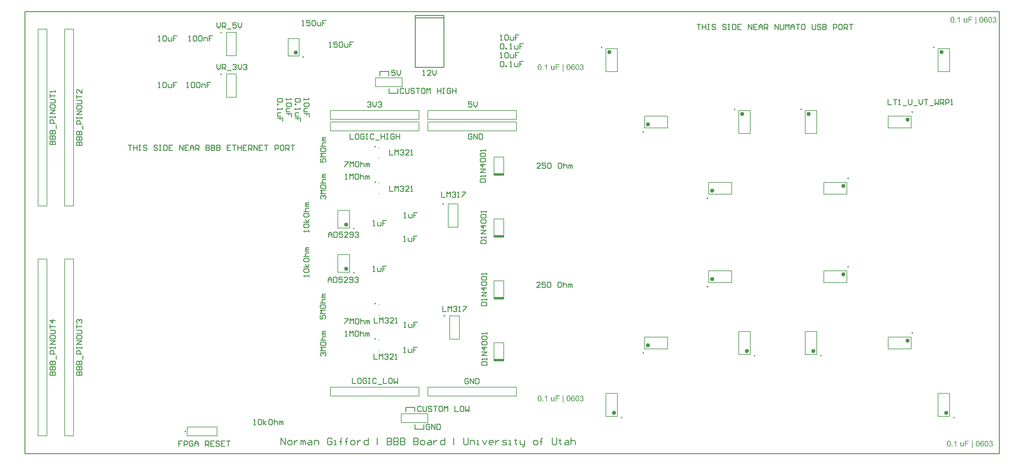
<source format=gto>
G04 Layer_Color=65535*
%FSLAX25Y25*%
%MOIN*%
G70*
G01*
G75*
%ADD22C,0.01000*%
%ADD34C,0.00984*%
%ADD35C,0.02362*%
%ADD36C,0.00787*%
%ADD37R,0.11024X0.03150*%
G36*
X1085045Y493932D02*
X1085104D01*
X1085182Y493922D01*
X1085358Y493893D01*
X1085553Y493834D01*
X1085758Y493756D01*
X1085963Y493659D01*
X1086060Y493590D01*
X1086158Y493512D01*
X1086168D01*
X1086177Y493493D01*
X1086236Y493434D01*
X1086314Y493336D01*
X1086412Y493210D01*
X1086519Y493044D01*
X1086607Y492848D01*
X1086695Y492614D01*
X1086744Y492351D01*
X1085963Y492292D01*
Y492302D01*
Y492312D01*
X1085943Y492370D01*
X1085914Y492448D01*
X1085885Y492546D01*
X1085787Y492770D01*
X1085728Y492868D01*
X1085660Y492956D01*
X1085650Y492975D01*
X1085602Y493014D01*
X1085533Y493063D01*
X1085445Y493131D01*
X1085328Y493190D01*
X1085192Y493249D01*
X1085036Y493288D01*
X1084870Y493297D01*
X1084801D01*
X1084733Y493288D01*
X1084645Y493268D01*
X1084538Y493249D01*
X1084421Y493210D01*
X1084313Y493151D01*
X1084196Y493083D01*
X1084177Y493073D01*
X1084138Y493034D01*
X1084069Y492966D01*
X1083991Y492878D01*
X1083894Y492770D01*
X1083796Y492634D01*
X1083698Y492468D01*
X1083611Y492282D01*
Y492273D01*
X1083601Y492263D01*
X1083591Y492224D01*
X1083581Y492185D01*
X1083562Y492136D01*
X1083542Y492068D01*
X1083523Y491990D01*
X1083503Y491902D01*
X1083484Y491804D01*
X1083464Y491697D01*
X1083445Y491570D01*
X1083425Y491443D01*
X1083415Y491297D01*
X1083406Y491141D01*
X1083396Y490975D01*
Y490809D01*
X1083406Y490818D01*
X1083445Y490867D01*
X1083503Y490945D01*
X1083591Y491043D01*
X1083689Y491150D01*
X1083806Y491258D01*
X1083942Y491355D01*
X1084089Y491443D01*
X1084108Y491453D01*
X1084157Y491472D01*
X1084245Y491511D01*
X1084352Y491550D01*
X1084479Y491589D01*
X1084626Y491629D01*
X1084782Y491648D01*
X1084948Y491658D01*
X1085026D01*
X1085084Y491648D01*
X1085153Y491638D01*
X1085231Y491629D01*
X1085416Y491589D01*
X1085621Y491511D01*
X1085738Y491472D01*
X1085846Y491414D01*
X1085963Y491345D01*
X1086080Y491267D01*
X1086187Y491180D01*
X1086295Y491072D01*
X1086304Y491062D01*
X1086314Y491043D01*
X1086343Y491014D01*
X1086382Y490965D01*
X1086421Y490906D01*
X1086470Y490838D01*
X1086519Y490760D01*
X1086578Y490672D01*
X1086626Y490565D01*
X1086675Y490457D01*
X1086724Y490330D01*
X1086763Y490204D01*
X1086802Y490057D01*
X1086831Y489911D01*
X1086841Y489745D01*
X1086851Y489579D01*
Y489569D01*
Y489550D01*
Y489520D01*
Y489481D01*
X1086841Y489423D01*
Y489364D01*
X1086822Y489208D01*
X1086783Y489042D01*
X1086744Y488847D01*
X1086675Y488652D01*
X1086587Y488456D01*
Y488447D01*
X1086578Y488437D01*
X1086558Y488408D01*
X1086539Y488369D01*
X1086480Y488281D01*
X1086402Y488164D01*
X1086295Y488037D01*
X1086168Y487910D01*
X1086031Y487783D01*
X1085865Y487666D01*
X1085846Y487656D01*
X1085787Y487627D01*
X1085689Y487578D01*
X1085572Y487529D01*
X1085416Y487480D01*
X1085240Y487432D01*
X1085045Y487402D01*
X1084840Y487393D01*
X1084801D01*
X1084743Y487402D01*
X1084674D01*
X1084596Y487412D01*
X1084499Y487432D01*
X1084391Y487451D01*
X1084274Y487480D01*
X1084147Y487520D01*
X1084011Y487568D01*
X1083884Y487627D01*
X1083747Y487695D01*
X1083611Y487783D01*
X1083474Y487881D01*
X1083347Y487988D01*
X1083230Y488115D01*
X1083220Y488125D01*
X1083201Y488154D01*
X1083171Y488193D01*
X1083132Y488251D01*
X1083084Y488330D01*
X1083035Y488427D01*
X1082976Y488544D01*
X1082927Y488681D01*
X1082869Y488837D01*
X1082810Y489013D01*
X1082761Y489208D01*
X1082713Y489423D01*
X1082674Y489657D01*
X1082644Y489921D01*
X1082625Y490194D01*
X1082615Y490496D01*
Y490506D01*
Y490516D01*
Y490545D01*
Y490574D01*
Y490672D01*
X1082625Y490799D01*
X1082635Y490955D01*
X1082654Y491131D01*
X1082674Y491326D01*
X1082703Y491531D01*
X1082732Y491755D01*
X1082781Y491980D01*
X1082839Y492204D01*
X1082908Y492419D01*
X1082986Y492643D01*
X1083074Y492839D01*
X1083181Y493034D01*
X1083298Y493200D01*
X1083308Y493210D01*
X1083327Y493229D01*
X1083357Y493268D01*
X1083406Y493317D01*
X1083474Y493375D01*
X1083542Y493434D01*
X1083630Y493502D01*
X1083728Y493571D01*
X1083835Y493639D01*
X1083962Y493707D01*
X1084089Y493766D01*
X1084235Y493824D01*
X1084391Y493873D01*
X1084557Y493912D01*
X1084733Y493932D01*
X1084918Y493942D01*
X1084987D01*
X1085045Y493932D01*
D02*
G37*
G36*
X1094805D02*
X1094932Y493912D01*
X1095079Y493883D01*
X1095245Y493844D01*
X1095410Y493785D01*
X1095576Y493707D01*
X1095586D01*
X1095596Y493698D01*
X1095654Y493668D01*
X1095732Y493619D01*
X1095830Y493551D01*
X1095937Y493463D01*
X1096055Y493356D01*
X1096162Y493229D01*
X1096259Y493092D01*
X1096269Y493073D01*
X1096299Y493024D01*
X1096338Y492946D01*
X1096377Y492848D01*
X1096416Y492722D01*
X1096455Y492585D01*
X1096484Y492439D01*
X1096494Y492273D01*
Y492253D01*
Y492204D01*
X1096484Y492126D01*
X1096465Y492029D01*
X1096435Y491912D01*
X1096396Y491785D01*
X1096347Y491648D01*
X1096269Y491521D01*
X1096259Y491502D01*
X1096230Y491463D01*
X1096172Y491404D01*
X1096103Y491326D01*
X1096006Y491238D01*
X1095898Y491150D01*
X1095762Y491053D01*
X1095606Y490975D01*
X1095615D01*
X1095635Y490965D01*
X1095664D01*
X1095703Y490945D01*
X1095801Y490916D01*
X1095928Y490857D01*
X1096064Y490789D01*
X1096211Y490692D01*
X1096357Y490574D01*
X1096484Y490428D01*
X1096494Y490409D01*
X1096533Y490350D01*
X1096582Y490262D01*
X1096650Y490145D01*
X1096708Y489999D01*
X1096757Y489823D01*
X1096796Y489618D01*
X1096806Y489393D01*
Y489384D01*
Y489354D01*
Y489315D01*
X1096796Y489257D01*
X1096787Y489179D01*
X1096777Y489101D01*
X1096757Y489003D01*
X1096728Y488905D01*
X1096660Y488681D01*
X1096611Y488554D01*
X1096543Y488437D01*
X1096474Y488320D01*
X1096396Y488203D01*
X1096299Y488086D01*
X1096191Y487968D01*
X1096181Y487959D01*
X1096162Y487939D01*
X1096133Y487920D01*
X1096084Y487881D01*
X1096025Y487832D01*
X1095947Y487783D01*
X1095859Y487734D01*
X1095772Y487685D01*
X1095664Y487627D01*
X1095547Y487578D01*
X1095420Y487529D01*
X1095284Y487480D01*
X1095137Y487441D01*
X1094981Y487422D01*
X1094815Y487402D01*
X1094649Y487393D01*
X1094571D01*
X1094512Y487402D01*
X1094434Y487412D01*
X1094356Y487422D01*
X1094259Y487432D01*
X1094161Y487451D01*
X1093937Y487510D01*
X1093702Y487607D01*
X1093585Y487656D01*
X1093478Y487724D01*
X1093361Y487803D01*
X1093253Y487890D01*
X1093244Y487900D01*
X1093234Y487910D01*
X1093205Y487939D01*
X1093166Y487978D01*
X1093127Y488037D01*
X1093078Y488095D01*
X1093019Y488164D01*
X1092970Y488242D01*
X1092853Y488437D01*
X1092756Y488661D01*
X1092668Y488915D01*
X1092639Y489052D01*
X1092619Y489198D01*
X1093410Y489306D01*
Y489296D01*
X1093419Y489276D01*
Y489237D01*
X1093439Y489198D01*
X1093468Y489081D01*
X1093517Y488935D01*
X1093575Y488779D01*
X1093654Y488613D01*
X1093751Y488466D01*
X1093859Y488339D01*
X1093878Y488330D01*
X1093917Y488291D01*
X1093985Y488251D01*
X1094083Y488193D01*
X1094190Y488144D01*
X1094327Y488095D01*
X1094483Y488056D01*
X1094649Y488047D01*
X1094708D01*
X1094747Y488056D01*
X1094844Y488066D01*
X1094971Y488095D01*
X1095127Y488144D01*
X1095284Y488203D01*
X1095440Y488300D01*
X1095586Y488427D01*
X1095606Y488447D01*
X1095645Y488495D01*
X1095703Y488574D01*
X1095781Y488691D01*
X1095850Y488827D01*
X1095908Y488993D01*
X1095947Y489179D01*
X1095967Y489384D01*
Y489393D01*
Y489403D01*
Y489432D01*
X1095957Y489471D01*
X1095947Y489569D01*
X1095918Y489696D01*
X1095879Y489833D01*
X1095811Y489989D01*
X1095723Y490135D01*
X1095606Y490272D01*
X1095586Y490291D01*
X1095547Y490330D01*
X1095469Y490379D01*
X1095362Y490448D01*
X1095235Y490516D01*
X1095079Y490565D01*
X1094913Y490604D01*
X1094717Y490623D01*
X1094630D01*
X1094561Y490613D01*
X1094483Y490604D01*
X1094386Y490594D01*
X1094278Y490574D01*
X1094161Y490545D01*
X1094249Y491238D01*
X1094298D01*
X1094337Y491228D01*
X1094464D01*
X1094551Y491238D01*
X1094678Y491258D01*
X1094815Y491287D01*
X1094961Y491336D01*
X1095118Y491394D01*
X1095274Y491482D01*
X1095293Y491492D01*
X1095342Y491531D01*
X1095401Y491599D01*
X1095479Y491687D01*
X1095557Y491794D01*
X1095615Y491931D01*
X1095664Y492097D01*
X1095684Y492292D01*
Y492302D01*
Y492312D01*
Y492360D01*
X1095664Y492439D01*
X1095645Y492546D01*
X1095615Y492653D01*
X1095557Y492770D01*
X1095488Y492897D01*
X1095391Y493005D01*
X1095381Y493014D01*
X1095342Y493053D01*
X1095274Y493102D01*
X1095186Y493151D01*
X1095079Y493210D01*
X1094952Y493249D01*
X1094805Y493288D01*
X1094639Y493297D01*
X1094561D01*
X1094473Y493278D01*
X1094376Y493258D01*
X1094249Y493229D01*
X1094122Y493171D01*
X1093995Y493102D01*
X1093868Y493005D01*
X1093859Y492995D01*
X1093820Y492956D01*
X1093771Y492887D01*
X1093712Y492790D01*
X1093644Y492673D01*
X1093585Y492526D01*
X1093527Y492351D01*
X1093488Y492146D01*
X1092697Y492282D01*
Y492292D01*
X1092707Y492321D01*
X1092717Y492360D01*
X1092726Y492409D01*
X1092746Y492478D01*
X1092765Y492556D01*
X1092834Y492731D01*
X1092912Y492927D01*
X1093029Y493131D01*
X1093166Y493327D01*
X1093341Y493502D01*
X1093351Y493512D01*
X1093361Y493522D01*
X1093390Y493541D01*
X1093439Y493571D01*
X1093488Y493600D01*
X1093546Y493639D01*
X1093693Y493727D01*
X1093878Y493805D01*
X1094103Y493873D01*
X1094347Y493922D01*
X1094483Y493942D01*
X1094708D01*
X1094805Y493932D01*
D02*
G37*
G36*
X1063895Y487500D02*
X1063193D01*
Y488173D01*
X1063183Y488164D01*
X1063163Y488144D01*
X1063134Y488105D01*
X1063095Y488056D01*
X1063037Y487988D01*
X1062968Y487929D01*
X1062890Y487851D01*
X1062802Y487783D01*
X1062705Y487715D01*
X1062597Y487637D01*
X1062470Y487578D01*
X1062344Y487520D01*
X1062197Y487461D01*
X1062051Y487422D01*
X1061885Y487402D01*
X1061719Y487393D01*
X1061651D01*
X1061572Y487402D01*
X1061465Y487412D01*
X1061348Y487432D01*
X1061221Y487461D01*
X1061084Y487500D01*
X1060948Y487549D01*
X1060928Y487559D01*
X1060889Y487578D01*
X1060831Y487607D01*
X1060753Y487656D01*
X1060665Y487715D01*
X1060577Y487783D01*
X1060499Y487851D01*
X1060421Y487939D01*
X1060411Y487949D01*
X1060392Y487978D01*
X1060362Y488037D01*
X1060333Y488105D01*
X1060284Y488193D01*
X1060245Y488291D01*
X1060206Y488398D01*
X1060177Y488525D01*
Y488535D01*
X1060167Y488574D01*
Y488622D01*
X1060157Y488700D01*
X1060147Y488808D01*
Y488935D01*
X1060138Y489081D01*
Y489257D01*
Y492146D01*
X1060928D01*
Y489559D01*
Y489550D01*
Y489530D01*
Y489501D01*
Y489462D01*
Y489354D01*
X1060938Y489227D01*
Y489091D01*
X1060948Y488954D01*
X1060958Y488827D01*
X1060967Y488730D01*
Y488720D01*
X1060987Y488681D01*
X1061006Y488622D01*
X1061036Y488554D01*
X1061075Y488476D01*
X1061133Y488388D01*
X1061202Y488310D01*
X1061280Y488242D01*
X1061289Y488232D01*
X1061329Y488212D01*
X1061377Y488183D01*
X1061446Y488154D01*
X1061533Y488125D01*
X1061631Y488095D01*
X1061748Y488076D01*
X1061875Y488066D01*
X1061934D01*
X1062002Y488076D01*
X1062090Y488086D01*
X1062187Y488105D01*
X1062295Y488144D01*
X1062412Y488183D01*
X1062529Y488242D01*
X1062539Y488251D01*
X1062578Y488281D01*
X1062636Y488320D01*
X1062705Y488378D01*
X1062773Y488447D01*
X1062851Y488535D01*
X1062910Y488632D01*
X1062968Y488739D01*
X1062978Y488759D01*
X1062988Y488798D01*
X1063007Y488866D01*
X1063037Y488974D01*
X1063066Y489101D01*
X1063085Y489257D01*
X1063095Y489442D01*
X1063105Y489647D01*
Y492146D01*
X1063895D01*
Y487500D01*
D02*
G37*
G36*
X1069595Y493161D02*
X1066121D01*
Y491160D01*
X1069127D01*
Y490409D01*
X1066121D01*
Y487500D01*
X1065271D01*
Y493912D01*
X1069595D01*
Y493161D01*
D02*
G37*
G36*
X1055433Y487500D02*
X1054643D01*
Y492517D01*
X1054633Y492507D01*
X1054594Y492468D01*
X1054526Y492419D01*
X1054438Y492351D01*
X1054331Y492263D01*
X1054204Y492175D01*
X1054057Y492068D01*
X1053891Y491970D01*
X1053882D01*
X1053872Y491960D01*
X1053813Y491921D01*
X1053725Y491873D01*
X1053618Y491814D01*
X1053491Y491746D01*
X1053355Y491687D01*
X1053208Y491619D01*
X1053071Y491560D01*
Y492331D01*
X1053081D01*
X1053101Y492341D01*
X1053140Y492360D01*
X1053179Y492390D01*
X1053237Y492419D01*
X1053306Y492448D01*
X1053462Y492536D01*
X1053638Y492643D01*
X1053833Y492770D01*
X1054028Y492917D01*
X1054213Y493073D01*
X1054223Y493083D01*
X1054233Y493092D01*
X1054292Y493151D01*
X1054379Y493239D01*
X1054487Y493346D01*
X1054604Y493483D01*
X1054721Y493629D01*
X1054828Y493785D01*
X1054916Y493942D01*
X1055433D01*
Y487500D01*
D02*
G37*
G36*
X1051315D02*
X1050417D01*
Y488398D01*
X1051315D01*
Y487500D01*
D02*
G37*
G36*
X1089906Y493932D02*
X1090023Y493912D01*
X1090160Y493893D01*
X1090316Y493854D01*
X1090472Y493795D01*
X1090618Y493727D01*
X1090638Y493717D01*
X1090687Y493688D01*
X1090755Y493639D01*
X1090853Y493580D01*
X1090950Y493493D01*
X1091057Y493385D01*
X1091165Y493268D01*
X1091262Y493131D01*
X1091272Y493112D01*
X1091301Y493063D01*
X1091350Y492975D01*
X1091409Y492868D01*
X1091467Y492731D01*
X1091536Y492565D01*
X1091604Y492380D01*
X1091663Y492175D01*
Y492165D01*
X1091672Y492146D01*
Y492116D01*
X1091682Y492068D01*
X1091702Y492019D01*
X1091711Y491951D01*
X1091721Y491863D01*
X1091741Y491775D01*
X1091750Y491668D01*
X1091760Y491560D01*
X1091780Y491433D01*
X1091789Y491297D01*
X1091799Y491150D01*
Y491004D01*
X1091809Y490662D01*
Y490653D01*
Y490613D01*
Y490555D01*
Y490477D01*
X1091799Y490379D01*
Y490272D01*
X1091789Y490145D01*
X1091780Y490008D01*
X1091750Y489715D01*
X1091711Y489413D01*
X1091653Y489110D01*
X1091614Y488974D01*
X1091575Y488837D01*
Y488827D01*
X1091565Y488808D01*
X1091555Y488769D01*
X1091536Y488720D01*
X1091506Y488661D01*
X1091477Y488603D01*
X1091399Y488447D01*
X1091301Y488271D01*
X1091184Y488095D01*
X1091048Y487920D01*
X1090882Y487764D01*
X1090872D01*
X1090862Y487744D01*
X1090833Y487734D01*
X1090804Y487705D01*
X1090696Y487646D01*
X1090569Y487578D01*
X1090394Y487510D01*
X1090199Y487451D01*
X1089974Y487412D01*
X1089720Y487393D01*
X1089633D01*
X1089564Y487402D01*
X1089486Y487412D01*
X1089398Y487432D01*
X1089301Y487451D01*
X1089193Y487471D01*
X1088959Y487549D01*
X1088832Y487607D01*
X1088715Y487666D01*
X1088588Y487744D01*
X1088471Y487832D01*
X1088364Y487929D01*
X1088256Y488047D01*
X1088247Y488056D01*
X1088227Y488086D01*
X1088198Y488134D01*
X1088159Y488203D01*
X1088110Y488291D01*
X1088061Y488398D01*
X1088003Y488525D01*
X1087944Y488681D01*
X1087885Y488847D01*
X1087827Y489042D01*
X1087778Y489257D01*
X1087729Y489491D01*
X1087690Y489755D01*
X1087661Y490028D01*
X1087641Y490340D01*
X1087632Y490662D01*
Y490672D01*
Y490711D01*
Y490770D01*
Y490848D01*
X1087641Y490945D01*
Y491053D01*
X1087651Y491180D01*
X1087661Y491316D01*
X1087690Y491609D01*
X1087729Y491912D01*
X1087778Y492214D01*
X1087817Y492351D01*
X1087856Y492487D01*
Y492497D01*
X1087866Y492517D01*
X1087885Y492556D01*
X1087905Y492604D01*
X1087924Y492663D01*
X1087954Y492731D01*
X1088032Y492887D01*
X1088129Y493063D01*
X1088247Y493239D01*
X1088383Y493405D01*
X1088549Y493561D01*
X1088559D01*
X1088569Y493580D01*
X1088598Y493600D01*
X1088637Y493619D01*
X1088735Y493678D01*
X1088871Y493756D01*
X1089037Y493824D01*
X1089242Y493883D01*
X1089467Y493922D01*
X1089720Y493942D01*
X1089808D01*
X1089906Y493932D01*
D02*
G37*
G36*
X1079951D02*
X1080068Y493912D01*
X1080204Y493893D01*
X1080361Y493854D01*
X1080517Y493795D01*
X1080663Y493727D01*
X1080683Y493717D01*
X1080731Y493688D01*
X1080800Y493639D01*
X1080897Y493580D01*
X1080995Y493493D01*
X1081102Y493385D01*
X1081210Y493268D01*
X1081307Y493131D01*
X1081317Y493112D01*
X1081346Y493063D01*
X1081395Y492975D01*
X1081454Y492868D01*
X1081512Y492731D01*
X1081581Y492565D01*
X1081649Y492380D01*
X1081707Y492175D01*
Y492165D01*
X1081717Y492146D01*
Y492116D01*
X1081727Y492068D01*
X1081746Y492019D01*
X1081756Y491951D01*
X1081766Y491863D01*
X1081785Y491775D01*
X1081795Y491668D01*
X1081805Y491560D01*
X1081824Y491433D01*
X1081834Y491297D01*
X1081844Y491150D01*
Y491004D01*
X1081854Y490662D01*
Y490653D01*
Y490613D01*
Y490555D01*
Y490477D01*
X1081844Y490379D01*
Y490272D01*
X1081834Y490145D01*
X1081824Y490008D01*
X1081795Y489715D01*
X1081756Y489413D01*
X1081698Y489110D01*
X1081659Y488974D01*
X1081619Y488837D01*
Y488827D01*
X1081610Y488808D01*
X1081600Y488769D01*
X1081581Y488720D01*
X1081551Y488661D01*
X1081522Y488603D01*
X1081444Y488447D01*
X1081346Y488271D01*
X1081229Y488095D01*
X1081092Y487920D01*
X1080927Y487764D01*
X1080917D01*
X1080907Y487744D01*
X1080878Y487734D01*
X1080849Y487705D01*
X1080741Y487646D01*
X1080614Y487578D01*
X1080439Y487510D01*
X1080243Y487451D01*
X1080019Y487412D01*
X1079765Y487393D01*
X1079677D01*
X1079609Y487402D01*
X1079531Y487412D01*
X1079443Y487432D01*
X1079345Y487451D01*
X1079238Y487471D01*
X1079004Y487549D01*
X1078877Y487607D01*
X1078760Y487666D01*
X1078633Y487744D01*
X1078516Y487832D01*
X1078409Y487929D01*
X1078301Y488047D01*
X1078291Y488056D01*
X1078272Y488086D01*
X1078243Y488134D01*
X1078203Y488203D01*
X1078155Y488291D01*
X1078106Y488398D01*
X1078047Y488525D01*
X1077989Y488681D01*
X1077930Y488847D01*
X1077872Y489042D01*
X1077823Y489257D01*
X1077774Y489491D01*
X1077735Y489755D01*
X1077706Y490028D01*
X1077686Y490340D01*
X1077676Y490662D01*
Y490672D01*
Y490711D01*
Y490770D01*
Y490848D01*
X1077686Y490945D01*
Y491053D01*
X1077696Y491180D01*
X1077706Y491316D01*
X1077735Y491609D01*
X1077774Y491912D01*
X1077823Y492214D01*
X1077862Y492351D01*
X1077901Y492487D01*
Y492497D01*
X1077911Y492517D01*
X1077930Y492556D01*
X1077950Y492604D01*
X1077969Y492663D01*
X1077999Y492731D01*
X1078077Y492887D01*
X1078174Y493063D01*
X1078291Y493239D01*
X1078428Y493405D01*
X1078594Y493561D01*
X1078604D01*
X1078613Y493580D01*
X1078643Y493600D01*
X1078682Y493619D01*
X1078779Y493678D01*
X1078916Y493756D01*
X1079082Y493824D01*
X1079287Y493883D01*
X1079511Y493922D01*
X1079765Y493942D01*
X1079853D01*
X1079951Y493932D01*
D02*
G37*
G36*
X1047274D02*
X1047391Y493912D01*
X1047528Y493893D01*
X1047684Y493854D01*
X1047840Y493795D01*
X1047987Y493727D01*
X1048006Y493717D01*
X1048055Y493688D01*
X1048123Y493639D01*
X1048221Y493580D01*
X1048318Y493493D01*
X1048426Y493385D01*
X1048533Y493268D01*
X1048631Y493131D01*
X1048641Y493112D01*
X1048670Y493063D01*
X1048719Y492975D01*
X1048777Y492868D01*
X1048836Y492731D01*
X1048904Y492565D01*
X1048972Y492380D01*
X1049031Y492175D01*
Y492165D01*
X1049041Y492146D01*
Y492116D01*
X1049050Y492068D01*
X1049070Y492019D01*
X1049080Y491951D01*
X1049089Y491863D01*
X1049109Y491775D01*
X1049119Y491668D01*
X1049129Y491560D01*
X1049148Y491433D01*
X1049158Y491297D01*
X1049168Y491150D01*
Y491004D01*
X1049177Y490662D01*
Y490653D01*
Y490613D01*
Y490555D01*
Y490477D01*
X1049168Y490379D01*
Y490272D01*
X1049158Y490145D01*
X1049148Y490008D01*
X1049119Y489715D01*
X1049080Y489413D01*
X1049021Y489110D01*
X1048982Y488974D01*
X1048943Y488837D01*
Y488827D01*
X1048933Y488808D01*
X1048923Y488769D01*
X1048904Y488720D01*
X1048875Y488661D01*
X1048845Y488603D01*
X1048767Y488447D01*
X1048670Y488271D01*
X1048553Y488095D01*
X1048416Y487920D01*
X1048250Y487764D01*
X1048240D01*
X1048231Y487744D01*
X1048201Y487734D01*
X1048172Y487705D01*
X1048065Y487646D01*
X1047938Y487578D01*
X1047762Y487510D01*
X1047567Y487451D01*
X1047342Y487412D01*
X1047089Y487393D01*
X1047001D01*
X1046933Y487402D01*
X1046854Y487412D01*
X1046767Y487432D01*
X1046669Y487451D01*
X1046562Y487471D01*
X1046327Y487549D01*
X1046200Y487607D01*
X1046083Y487666D01*
X1045957Y487744D01*
X1045839Y487832D01*
X1045732Y487929D01*
X1045625Y488047D01*
X1045615Y488056D01*
X1045595Y488086D01*
X1045566Y488134D01*
X1045527Y488203D01*
X1045478Y488291D01*
X1045429Y488398D01*
X1045371Y488525D01*
X1045312Y488681D01*
X1045254Y488847D01*
X1045195Y489042D01*
X1045146Y489257D01*
X1045098Y489491D01*
X1045059Y489755D01*
X1045029Y490028D01*
X1045010Y490340D01*
X1045000Y490662D01*
Y490672D01*
Y490711D01*
Y490770D01*
Y490848D01*
X1045010Y490945D01*
Y491053D01*
X1045020Y491180D01*
X1045029Y491316D01*
X1045059Y491609D01*
X1045098Y491912D01*
X1045146Y492214D01*
X1045185Y492351D01*
X1045224Y492487D01*
Y492497D01*
X1045234Y492517D01*
X1045254Y492556D01*
X1045273Y492604D01*
X1045293Y492663D01*
X1045322Y492731D01*
X1045400Y492887D01*
X1045498Y493063D01*
X1045615Y493239D01*
X1045751Y493405D01*
X1045917Y493561D01*
X1045927D01*
X1045937Y493580D01*
X1045966Y493600D01*
X1046005Y493619D01*
X1046103Y493678D01*
X1046239Y493756D01*
X1046405Y493824D01*
X1046610Y493883D01*
X1046835Y493922D01*
X1047089Y493942D01*
X1047176D01*
X1047274Y493932D01*
D02*
G37*
G36*
X1073997Y485616D02*
X1073314D01*
Y494020D01*
X1073997D01*
Y485616D01*
D02*
G37*
G36*
X619045Y440329D02*
X619104D01*
X619182Y440320D01*
X619358Y440290D01*
X619553Y440232D01*
X619758Y440154D01*
X619963Y440056D01*
X620060Y439988D01*
X620158Y439910D01*
X620168D01*
X620177Y439890D01*
X620236Y439832D01*
X620314Y439734D01*
X620412Y439607D01*
X620519Y439441D01*
X620607Y439246D01*
X620695Y439012D01*
X620744Y438748D01*
X619963Y438690D01*
Y438699D01*
Y438709D01*
X619943Y438768D01*
X619914Y438846D01*
X619885Y438943D01*
X619787Y439168D01*
X619729Y439266D01*
X619660Y439353D01*
X619650Y439373D01*
X619602Y439412D01*
X619533Y439461D01*
X619445Y439529D01*
X619328Y439588D01*
X619192Y439646D01*
X619035Y439685D01*
X618870Y439695D01*
X618801D01*
X618733Y439685D01*
X618645Y439666D01*
X618538Y439646D01*
X618421Y439607D01*
X618313Y439549D01*
X618196Y439480D01*
X618177Y439471D01*
X618138Y439431D01*
X618069Y439363D01*
X617991Y439275D01*
X617894Y439168D01*
X617796Y439031D01*
X617698Y438865D01*
X617611Y438680D01*
Y438670D01*
X617601Y438660D01*
X617591Y438621D01*
X617581Y438582D01*
X617562Y438534D01*
X617542Y438465D01*
X617523Y438387D01*
X617503Y438299D01*
X617484Y438202D01*
X617464Y438094D01*
X617445Y437967D01*
X617425Y437841D01*
X617415Y437694D01*
X617406Y437538D01*
X617396Y437372D01*
Y437206D01*
X617406Y437216D01*
X617445Y437265D01*
X617503Y437343D01*
X617591Y437440D01*
X617689Y437548D01*
X617806Y437655D01*
X617942Y437753D01*
X618089Y437841D01*
X618108Y437850D01*
X618157Y437870D01*
X618245Y437909D01*
X618352Y437948D01*
X618479Y437987D01*
X618626Y438026D01*
X618782Y438046D01*
X618948Y438055D01*
X619026D01*
X619084Y438046D01*
X619153Y438036D01*
X619231Y438026D01*
X619416Y437987D01*
X619621Y437909D01*
X619738Y437870D01*
X619846Y437811D01*
X619963Y437743D01*
X620080Y437665D01*
X620187Y437577D01*
X620295Y437470D01*
X620304Y437460D01*
X620314Y437440D01*
X620343Y437411D01*
X620382Y437362D01*
X620421Y437304D01*
X620470Y437235D01*
X620519Y437157D01*
X620578Y437070D01*
X620626Y436962D01*
X620675Y436855D01*
X620724Y436728D01*
X620763Y436601D01*
X620802Y436455D01*
X620831Y436308D01*
X620841Y436142D01*
X620851Y435977D01*
Y435967D01*
Y435947D01*
Y435918D01*
Y435879D01*
X620841Y435820D01*
Y435762D01*
X620822Y435606D01*
X620783Y435440D01*
X620744Y435245D01*
X620675Y435049D01*
X620587Y434854D01*
Y434844D01*
X620578Y434835D01*
X620558Y434805D01*
X620539Y434766D01*
X620480Y434678D01*
X620402Y434561D01*
X620295Y434434D01*
X620168Y434307D01*
X620031Y434181D01*
X619865Y434063D01*
X619846Y434054D01*
X619787Y434024D01*
X619689Y433976D01*
X619572Y433927D01*
X619416Y433878D01*
X619241Y433829D01*
X619045Y433800D01*
X618840Y433790D01*
X618801D01*
X618743Y433800D01*
X618674D01*
X618596Y433810D01*
X618499Y433829D01*
X618391Y433849D01*
X618274Y433878D01*
X618147Y433917D01*
X618011Y433966D01*
X617884Y434024D01*
X617747Y434093D01*
X617611Y434181D01*
X617474Y434278D01*
X617347Y434386D01*
X617230Y434513D01*
X617220Y434522D01*
X617201Y434551D01*
X617171Y434591D01*
X617132Y434649D01*
X617084Y434727D01*
X617035Y434825D01*
X616976Y434942D01*
X616927Y435079D01*
X616869Y435235D01*
X616810Y435410D01*
X616761Y435606D01*
X616713Y435820D01*
X616674Y436055D01*
X616644Y436318D01*
X616625Y436591D01*
X616615Y436894D01*
Y436904D01*
Y436913D01*
Y436943D01*
Y436972D01*
Y437070D01*
X616625Y437196D01*
X616635Y437353D01*
X616654Y437528D01*
X616674Y437723D01*
X616703Y437928D01*
X616732Y438153D01*
X616781Y438377D01*
X616840Y438602D01*
X616908Y438817D01*
X616986Y439041D01*
X617074Y439236D01*
X617181Y439431D01*
X617298Y439597D01*
X617308Y439607D01*
X617327Y439627D01*
X617357Y439666D01*
X617406Y439715D01*
X617474Y439773D01*
X617542Y439832D01*
X617630Y439900D01*
X617728Y439968D01*
X617835Y440037D01*
X617962Y440105D01*
X618089Y440164D01*
X618235Y440222D01*
X618391Y440271D01*
X618557Y440310D01*
X618733Y440329D01*
X618918Y440339D01*
X618987D01*
X619045Y440329D01*
D02*
G37*
G36*
X628805D02*
X628932Y440310D01*
X629079Y440281D01*
X629245Y440242D01*
X629410Y440183D01*
X629576Y440105D01*
X629586D01*
X629596Y440095D01*
X629654Y440066D01*
X629733Y440017D01*
X629830Y439949D01*
X629937Y439861D01*
X630055Y439754D01*
X630162Y439627D01*
X630260Y439490D01*
X630269Y439471D01*
X630299Y439422D01*
X630338Y439344D01*
X630377Y439246D01*
X630416Y439119D01*
X630455Y438983D01*
X630484Y438836D01*
X630494Y438670D01*
Y438651D01*
Y438602D01*
X630484Y438524D01*
X630465Y438426D01*
X630435Y438309D01*
X630396Y438182D01*
X630347Y438046D01*
X630269Y437919D01*
X630260Y437899D01*
X630230Y437860D01*
X630172Y437802D01*
X630103Y437723D01*
X630006Y437636D01*
X629898Y437548D01*
X629762Y437450D01*
X629606Y437372D01*
X629615D01*
X629635Y437362D01*
X629664D01*
X629703Y437343D01*
X629801Y437314D01*
X629928Y437255D01*
X630064Y437187D01*
X630211Y437089D01*
X630357Y436972D01*
X630484Y436826D01*
X630494Y436806D01*
X630533Y436748D01*
X630582Y436660D01*
X630650Y436543D01*
X630709Y436396D01*
X630757Y436221D01*
X630796Y436016D01*
X630806Y435791D01*
Y435781D01*
Y435752D01*
Y435713D01*
X630796Y435654D01*
X630787Y435576D01*
X630777Y435498D01*
X630757Y435401D01*
X630728Y435303D01*
X630660Y435079D01*
X630611Y434952D01*
X630543Y434835D01*
X630474Y434717D01*
X630396Y434600D01*
X630299Y434483D01*
X630191Y434366D01*
X630181Y434356D01*
X630162Y434337D01*
X630133Y434317D01*
X630084Y434278D01*
X630025Y434229D01*
X629947Y434181D01*
X629859Y434132D01*
X629772Y434083D01*
X629664Y434024D01*
X629547Y433976D01*
X629420Y433927D01*
X629284Y433878D01*
X629137Y433839D01*
X628981Y433819D01*
X628815Y433800D01*
X628649Y433790D01*
X628571D01*
X628512Y433800D01*
X628434Y433810D01*
X628356Y433819D01*
X628259Y433829D01*
X628161Y433849D01*
X627937Y433907D01*
X627702Y434005D01*
X627585Y434054D01*
X627478Y434122D01*
X627361Y434200D01*
X627253Y434288D01*
X627244Y434298D01*
X627234Y434307D01*
X627205Y434337D01*
X627166Y434376D01*
X627127Y434434D01*
X627078Y434493D01*
X627019Y434561D01*
X626970Y434639D01*
X626853Y434835D01*
X626756Y435059D01*
X626668Y435313D01*
X626639Y435449D01*
X626619Y435596D01*
X627410Y435703D01*
Y435693D01*
X627419Y435674D01*
Y435635D01*
X627439Y435596D01*
X627468Y435479D01*
X627517Y435332D01*
X627575Y435176D01*
X627654Y435010D01*
X627751Y434864D01*
X627859Y434737D01*
X627878Y434727D01*
X627917Y434688D01*
X627985Y434649D01*
X628083Y434591D01*
X628190Y434542D01*
X628327Y434493D01*
X628483Y434454D01*
X628649Y434444D01*
X628708D01*
X628747Y434454D01*
X628844Y434464D01*
X628971Y434493D01*
X629127Y434542D01*
X629284Y434600D01*
X629440Y434698D01*
X629586Y434825D01*
X629606Y434844D01*
X629645Y434893D01*
X629703Y434971D01*
X629781Y435088D01*
X629850Y435225D01*
X629908Y435391D01*
X629947Y435576D01*
X629967Y435781D01*
Y435791D01*
Y435801D01*
Y435830D01*
X629957Y435869D01*
X629947Y435967D01*
X629918Y436094D01*
X629879Y436230D01*
X629811Y436386D01*
X629723Y436533D01*
X629606Y436669D01*
X629586Y436689D01*
X629547Y436728D01*
X629469Y436777D01*
X629362Y436845D01*
X629235Y436913D01*
X629079Y436962D01*
X628913Y437001D01*
X628717Y437021D01*
X628630D01*
X628561Y437011D01*
X628483Y437001D01*
X628386Y436992D01*
X628278Y436972D01*
X628161Y436943D01*
X628249Y437636D01*
X628298D01*
X628337Y437626D01*
X628464D01*
X628551Y437636D01*
X628678Y437655D01*
X628815Y437684D01*
X628961Y437733D01*
X629118Y437792D01*
X629274Y437880D01*
X629293Y437889D01*
X629342Y437928D01*
X629401Y437997D01*
X629479Y438085D01*
X629557Y438192D01*
X629615Y438329D01*
X629664Y438495D01*
X629684Y438690D01*
Y438699D01*
Y438709D01*
Y438758D01*
X629664Y438836D01*
X629645Y438943D01*
X629615Y439051D01*
X629557Y439168D01*
X629489Y439295D01*
X629391Y439402D01*
X629381Y439412D01*
X629342Y439451D01*
X629274Y439500D01*
X629186Y439549D01*
X629079Y439607D01*
X628952Y439646D01*
X628805Y439685D01*
X628639Y439695D01*
X628561D01*
X628473Y439676D01*
X628376Y439656D01*
X628249Y439627D01*
X628122Y439568D01*
X627995Y439500D01*
X627868Y439402D01*
X627859Y439393D01*
X627819Y439353D01*
X627771Y439285D01*
X627712Y439187D01*
X627644Y439070D01*
X627585Y438924D01*
X627527Y438748D01*
X627488Y438543D01*
X626697Y438680D01*
Y438690D01*
X626707Y438719D01*
X626717Y438758D01*
X626726Y438807D01*
X626746Y438875D01*
X626765Y438953D01*
X626834Y439129D01*
X626912Y439324D01*
X627029Y439529D01*
X627166Y439724D01*
X627341Y439900D01*
X627351Y439910D01*
X627361Y439920D01*
X627390Y439939D01*
X627439Y439968D01*
X627488Y439998D01*
X627546Y440037D01*
X627693Y440125D01*
X627878Y440203D01*
X628103Y440271D01*
X628347Y440320D01*
X628483Y440339D01*
X628708D01*
X628805Y440329D01*
D02*
G37*
G36*
X597895Y433898D02*
X597193D01*
Y434571D01*
X597183Y434561D01*
X597163Y434542D01*
X597134Y434503D01*
X597095Y434454D01*
X597037Y434386D01*
X596968Y434327D01*
X596890Y434249D01*
X596802Y434181D01*
X596705Y434112D01*
X596597Y434034D01*
X596470Y433976D01*
X596344Y433917D01*
X596197Y433859D01*
X596051Y433819D01*
X595885Y433800D01*
X595719Y433790D01*
X595651D01*
X595573Y433800D01*
X595465Y433810D01*
X595348Y433829D01*
X595221Y433859D01*
X595084Y433898D01*
X594948Y433946D01*
X594928Y433956D01*
X594889Y433976D01*
X594831Y434005D01*
X594753Y434054D01*
X594665Y434112D01*
X594577Y434181D01*
X594499Y434249D01*
X594421Y434337D01*
X594411Y434347D01*
X594391Y434376D01*
X594362Y434434D01*
X594333Y434503D01*
X594284Y434591D01*
X594245Y434688D01*
X594206Y434796D01*
X594177Y434922D01*
Y434932D01*
X594167Y434971D01*
Y435020D01*
X594157Y435098D01*
X594147Y435205D01*
Y435332D01*
X594138Y435479D01*
Y435654D01*
Y438543D01*
X594928D01*
Y435957D01*
Y435947D01*
Y435928D01*
Y435898D01*
Y435859D01*
Y435752D01*
X594938Y435625D01*
Y435489D01*
X594948Y435352D01*
X594958Y435225D01*
X594967Y435127D01*
Y435118D01*
X594987Y435079D01*
X595006Y435020D01*
X595036Y434952D01*
X595075Y434874D01*
X595133Y434786D01*
X595202Y434708D01*
X595280Y434639D01*
X595289Y434630D01*
X595329Y434610D01*
X595377Y434581D01*
X595446Y434551D01*
X595533Y434522D01*
X595631Y434493D01*
X595748Y434473D01*
X595875Y434464D01*
X595934D01*
X596002Y434473D01*
X596090Y434483D01*
X596187Y434503D01*
X596295Y434542D01*
X596412Y434581D01*
X596529Y434639D01*
X596539Y434649D01*
X596578Y434678D01*
X596636Y434717D01*
X596705Y434776D01*
X596773Y434844D01*
X596851Y434932D01*
X596910Y435030D01*
X596968Y435137D01*
X596978Y435157D01*
X596988Y435196D01*
X597007Y435264D01*
X597037Y435371D01*
X597066Y435498D01*
X597085Y435654D01*
X597095Y435840D01*
X597105Y436045D01*
Y438543D01*
X597895D01*
Y433898D01*
D02*
G37*
G36*
X603595Y439558D02*
X600121D01*
Y437558D01*
X603127D01*
Y436806D01*
X600121D01*
Y433898D01*
X599271D01*
Y440310D01*
X603595D01*
Y439558D01*
D02*
G37*
G36*
X589433Y433898D02*
X588643D01*
Y438914D01*
X588633Y438904D01*
X588594Y438865D01*
X588526Y438817D01*
X588438Y438748D01*
X588331Y438660D01*
X588204Y438573D01*
X588057Y438465D01*
X587891Y438368D01*
X587882D01*
X587872Y438358D01*
X587813Y438319D01*
X587725Y438270D01*
X587618Y438211D01*
X587491Y438143D01*
X587355Y438085D01*
X587208Y438016D01*
X587072Y437958D01*
Y438729D01*
X587081D01*
X587101Y438739D01*
X587140Y438758D01*
X587179Y438787D01*
X587237Y438817D01*
X587306Y438846D01*
X587462Y438934D01*
X587638Y439041D01*
X587833Y439168D01*
X588028Y439314D01*
X588213Y439471D01*
X588223Y439480D01*
X588233Y439490D01*
X588292Y439549D01*
X588379Y439637D01*
X588487Y439744D01*
X588604Y439881D01*
X588721Y440027D01*
X588828Y440183D01*
X588916Y440339D01*
X589433D01*
Y433898D01*
D02*
G37*
G36*
X585315D02*
X584417D01*
Y434796D01*
X585315D01*
Y433898D01*
D02*
G37*
G36*
X623906Y440329D02*
X624023Y440310D01*
X624159Y440290D01*
X624316Y440251D01*
X624472Y440193D01*
X624618Y440125D01*
X624638Y440115D01*
X624687Y440085D01*
X624755Y440037D01*
X624853Y439978D01*
X624950Y439890D01*
X625057Y439783D01*
X625165Y439666D01*
X625262Y439529D01*
X625272Y439510D01*
X625301Y439461D01*
X625350Y439373D01*
X625409Y439266D01*
X625467Y439129D01*
X625536Y438963D01*
X625604Y438778D01*
X625663Y438573D01*
Y438563D01*
X625672Y438543D01*
Y438514D01*
X625682Y438465D01*
X625702Y438416D01*
X625711Y438348D01*
X625721Y438260D01*
X625741Y438172D01*
X625750Y438065D01*
X625760Y437958D01*
X625780Y437831D01*
X625789Y437694D01*
X625799Y437548D01*
Y437401D01*
X625809Y437060D01*
Y437050D01*
Y437011D01*
Y436952D01*
Y436874D01*
X625799Y436777D01*
Y436669D01*
X625789Y436543D01*
X625780Y436406D01*
X625750Y436113D01*
X625711Y435811D01*
X625653Y435508D01*
X625614Y435371D01*
X625575Y435235D01*
Y435225D01*
X625565Y435205D01*
X625555Y435166D01*
X625536Y435118D01*
X625506Y435059D01*
X625477Y435001D01*
X625399Y434844D01*
X625301Y434669D01*
X625184Y434493D01*
X625048Y434317D01*
X624882Y434161D01*
X624872D01*
X624862Y434142D01*
X624833Y434132D01*
X624804Y434103D01*
X624696Y434044D01*
X624569Y433976D01*
X624394Y433907D01*
X624199Y433849D01*
X623974Y433810D01*
X623720Y433790D01*
X623632D01*
X623564Y433800D01*
X623486Y433810D01*
X623398Y433829D01*
X623301Y433849D01*
X623193Y433868D01*
X622959Y433946D01*
X622832Y434005D01*
X622715Y434063D01*
X622588Y434142D01*
X622471Y434229D01*
X622364Y434327D01*
X622256Y434444D01*
X622247Y434454D01*
X622227Y434483D01*
X622198Y434532D01*
X622159Y434600D01*
X622110Y434688D01*
X622061Y434796D01*
X622003Y434922D01*
X621944Y435079D01*
X621885Y435245D01*
X621827Y435440D01*
X621778Y435654D01*
X621729Y435889D01*
X621690Y436152D01*
X621661Y436425D01*
X621641Y436738D01*
X621632Y437060D01*
Y437070D01*
Y437109D01*
Y437167D01*
Y437245D01*
X621641Y437343D01*
Y437450D01*
X621651Y437577D01*
X621661Y437714D01*
X621690Y438007D01*
X621729Y438309D01*
X621778Y438612D01*
X621817Y438748D01*
X621856Y438885D01*
Y438895D01*
X621866Y438914D01*
X621885Y438953D01*
X621905Y439002D01*
X621924Y439061D01*
X621954Y439129D01*
X622032Y439285D01*
X622129Y439461D01*
X622247Y439637D01*
X622383Y439802D01*
X622549Y439959D01*
X622559D01*
X622569Y439978D01*
X622598Y439998D01*
X622637Y440017D01*
X622735Y440076D01*
X622871Y440154D01*
X623037Y440222D01*
X623242Y440281D01*
X623467Y440320D01*
X623720Y440339D01*
X623808D01*
X623906Y440329D01*
D02*
G37*
G36*
X613951D02*
X614068Y440310D01*
X614204Y440290D01*
X614361Y440251D01*
X614517Y440193D01*
X614663Y440125D01*
X614683Y440115D01*
X614731Y440085D01*
X614800Y440037D01*
X614897Y439978D01*
X614995Y439890D01*
X615102Y439783D01*
X615210Y439666D01*
X615307Y439529D01*
X615317Y439510D01*
X615346Y439461D01*
X615395Y439373D01*
X615454Y439266D01*
X615512Y439129D01*
X615581Y438963D01*
X615649Y438778D01*
X615707Y438573D01*
Y438563D01*
X615717Y438543D01*
Y438514D01*
X615727Y438465D01*
X615746Y438416D01*
X615756Y438348D01*
X615766Y438260D01*
X615785Y438172D01*
X615795Y438065D01*
X615805Y437958D01*
X615825Y437831D01*
X615834Y437694D01*
X615844Y437548D01*
Y437401D01*
X615854Y437060D01*
Y437050D01*
Y437011D01*
Y436952D01*
Y436874D01*
X615844Y436777D01*
Y436669D01*
X615834Y436543D01*
X615825Y436406D01*
X615795Y436113D01*
X615756Y435811D01*
X615698Y435508D01*
X615659Y435371D01*
X615620Y435235D01*
Y435225D01*
X615610Y435205D01*
X615600Y435166D01*
X615581Y435118D01*
X615551Y435059D01*
X615522Y435001D01*
X615444Y434844D01*
X615346Y434669D01*
X615229Y434493D01*
X615093Y434317D01*
X614927Y434161D01*
X614917D01*
X614907Y434142D01*
X614878Y434132D01*
X614849Y434103D01*
X614741Y434044D01*
X614614Y433976D01*
X614439Y433907D01*
X614243Y433849D01*
X614019Y433810D01*
X613765Y433790D01*
X613677D01*
X613609Y433800D01*
X613531Y433810D01*
X613443Y433829D01*
X613345Y433849D01*
X613238Y433868D01*
X613004Y433946D01*
X612877Y434005D01*
X612760Y434063D01*
X612633Y434142D01*
X612516Y434229D01*
X612408Y434327D01*
X612301Y434444D01*
X612291Y434454D01*
X612272Y434483D01*
X612243Y434532D01*
X612204Y434600D01*
X612155Y434688D01*
X612106Y434796D01*
X612047Y434922D01*
X611989Y435079D01*
X611930Y435245D01*
X611872Y435440D01*
X611823Y435654D01*
X611774Y435889D01*
X611735Y436152D01*
X611706Y436425D01*
X611686Y436738D01*
X611677Y437060D01*
Y437070D01*
Y437109D01*
Y437167D01*
Y437245D01*
X611686Y437343D01*
Y437450D01*
X611696Y437577D01*
X611706Y437714D01*
X611735Y438007D01*
X611774Y438309D01*
X611823Y438612D01*
X611862Y438748D01*
X611901Y438885D01*
Y438895D01*
X611911Y438914D01*
X611930Y438953D01*
X611950Y439002D01*
X611969Y439061D01*
X611999Y439129D01*
X612077Y439285D01*
X612174Y439461D01*
X612291Y439637D01*
X612428Y439802D01*
X612594Y439959D01*
X612604D01*
X612613Y439978D01*
X612643Y439998D01*
X612682Y440017D01*
X612779Y440076D01*
X612916Y440154D01*
X613082Y440222D01*
X613287Y440281D01*
X613511Y440320D01*
X613765Y440339D01*
X613853D01*
X613951Y440329D01*
D02*
G37*
G36*
X581274D02*
X581391Y440310D01*
X581528Y440290D01*
X581684Y440251D01*
X581840Y440193D01*
X581987Y440125D01*
X582006Y440115D01*
X582055Y440085D01*
X582123Y440037D01*
X582221Y439978D01*
X582318Y439890D01*
X582426Y439783D01*
X582533Y439666D01*
X582631Y439529D01*
X582641Y439510D01*
X582670Y439461D01*
X582719Y439373D01*
X582777Y439266D01*
X582836Y439129D01*
X582904Y438963D01*
X582972Y438778D01*
X583031Y438573D01*
Y438563D01*
X583041Y438543D01*
Y438514D01*
X583050Y438465D01*
X583070Y438416D01*
X583080Y438348D01*
X583089Y438260D01*
X583109Y438172D01*
X583119Y438065D01*
X583128Y437958D01*
X583148Y437831D01*
X583158Y437694D01*
X583168Y437548D01*
Y437401D01*
X583177Y437060D01*
Y437050D01*
Y437011D01*
Y436952D01*
Y436874D01*
X583168Y436777D01*
Y436669D01*
X583158Y436543D01*
X583148Y436406D01*
X583119Y436113D01*
X583080Y435811D01*
X583021Y435508D01*
X582982Y435371D01*
X582943Y435235D01*
Y435225D01*
X582933Y435205D01*
X582924Y435166D01*
X582904Y435118D01*
X582875Y435059D01*
X582845Y435001D01*
X582767Y434844D01*
X582670Y434669D01*
X582553Y434493D01*
X582416Y434317D01*
X582250Y434161D01*
X582240D01*
X582231Y434142D01*
X582201Y434132D01*
X582172Y434103D01*
X582065Y434044D01*
X581938Y433976D01*
X581762Y433907D01*
X581567Y433849D01*
X581342Y433810D01*
X581089Y433790D01*
X581001D01*
X580933Y433800D01*
X580854Y433810D01*
X580767Y433829D01*
X580669Y433849D01*
X580562Y433868D01*
X580327Y433946D01*
X580200Y434005D01*
X580083Y434063D01*
X579956Y434142D01*
X579839Y434229D01*
X579732Y434327D01*
X579625Y434444D01*
X579615Y434454D01*
X579595Y434483D01*
X579566Y434532D01*
X579527Y434600D01*
X579478Y434688D01*
X579429Y434796D01*
X579371Y434922D01*
X579312Y435079D01*
X579254Y435245D01*
X579195Y435440D01*
X579146Y435654D01*
X579098Y435889D01*
X579059Y436152D01*
X579029Y436425D01*
X579010Y436738D01*
X579000Y437060D01*
Y437070D01*
Y437109D01*
Y437167D01*
Y437245D01*
X579010Y437343D01*
Y437450D01*
X579019Y437577D01*
X579029Y437714D01*
X579059Y438007D01*
X579098Y438309D01*
X579146Y438612D01*
X579185Y438748D01*
X579224Y438885D01*
Y438895D01*
X579234Y438914D01*
X579254Y438953D01*
X579273Y439002D01*
X579293Y439061D01*
X579322Y439129D01*
X579400Y439285D01*
X579498Y439461D01*
X579615Y439637D01*
X579751Y439802D01*
X579917Y439959D01*
X579927D01*
X579937Y439978D01*
X579966Y439998D01*
X580005Y440017D01*
X580103Y440076D01*
X580239Y440154D01*
X580405Y440222D01*
X580610Y440281D01*
X580835Y440320D01*
X581089Y440339D01*
X581177D01*
X581274Y440329D01*
D02*
G37*
G36*
X607997Y432014D02*
X607314D01*
Y440417D01*
X607997D01*
Y432014D01*
D02*
G37*
G36*
X619045Y65534D02*
X619104D01*
X619182Y65525D01*
X619358Y65495D01*
X619553Y65437D01*
X619758Y65359D01*
X619963Y65261D01*
X620060Y65193D01*
X620158Y65115D01*
X620168D01*
X620177Y65095D01*
X620236Y65036D01*
X620314Y64939D01*
X620412Y64812D01*
X620519Y64646D01*
X620607Y64451D01*
X620695Y64217D01*
X620744Y63953D01*
X619963Y63895D01*
Y63904D01*
Y63914D01*
X619943Y63973D01*
X619914Y64051D01*
X619885Y64148D01*
X619787Y64373D01*
X619729Y64470D01*
X619660Y64558D01*
X619650Y64578D01*
X619602Y64617D01*
X619533Y64666D01*
X619445Y64734D01*
X619328Y64793D01*
X619192Y64851D01*
X619035Y64890D01*
X618870Y64900D01*
X618801D01*
X618733Y64890D01*
X618645Y64871D01*
X618538Y64851D01*
X618421Y64812D01*
X618313Y64753D01*
X618196Y64685D01*
X618177Y64675D01*
X618138Y64636D01*
X618069Y64568D01*
X617991Y64480D01*
X617894Y64373D01*
X617796Y64236D01*
X617698Y64070D01*
X617611Y63885D01*
Y63875D01*
X617601Y63865D01*
X617591Y63826D01*
X617581Y63787D01*
X617562Y63738D01*
X617542Y63670D01*
X617523Y63592D01*
X617503Y63504D01*
X617484Y63407D01*
X617464Y63299D01*
X617445Y63172D01*
X617425Y63045D01*
X617415Y62899D01*
X617406Y62743D01*
X617396Y62577D01*
Y62411D01*
X617406Y62421D01*
X617445Y62470D01*
X617503Y62548D01*
X617591Y62645D01*
X617689Y62753D01*
X617806Y62860D01*
X617942Y62958D01*
X618089Y63045D01*
X618108Y63055D01*
X618157Y63075D01*
X618245Y63114D01*
X618352Y63153D01*
X618479Y63192D01*
X618626Y63231D01*
X618782Y63250D01*
X618948Y63260D01*
X619026D01*
X619084Y63250D01*
X619153Y63241D01*
X619231Y63231D01*
X619416Y63192D01*
X619621Y63114D01*
X619738Y63075D01*
X619846Y63016D01*
X619963Y62948D01*
X620080Y62870D01*
X620187Y62782D01*
X620295Y62675D01*
X620304Y62665D01*
X620314Y62645D01*
X620343Y62616D01*
X620382Y62567D01*
X620421Y62509D01*
X620470Y62440D01*
X620519Y62362D01*
X620578Y62274D01*
X620626Y62167D01*
X620675Y62060D01*
X620724Y61933D01*
X620763Y61806D01*
X620802Y61659D01*
X620831Y61513D01*
X620841Y61347D01*
X620851Y61181D01*
Y61172D01*
Y61152D01*
Y61123D01*
Y61084D01*
X620841Y61025D01*
Y60967D01*
X620822Y60810D01*
X620783Y60645D01*
X620744Y60449D01*
X620675Y60254D01*
X620587Y60059D01*
Y60049D01*
X620578Y60039D01*
X620558Y60010D01*
X620539Y59971D01*
X620480Y59883D01*
X620402Y59766D01*
X620295Y59639D01*
X620168Y59512D01*
X620031Y59385D01*
X619865Y59268D01*
X619846Y59259D01*
X619787Y59229D01*
X619689Y59180D01*
X619572Y59132D01*
X619416Y59083D01*
X619241Y59034D01*
X619045Y59005D01*
X618840Y58995D01*
X618801D01*
X618743Y59005D01*
X618674D01*
X618596Y59015D01*
X618499Y59034D01*
X618391Y59054D01*
X618274Y59083D01*
X618147Y59122D01*
X618011Y59171D01*
X617884Y59229D01*
X617747Y59298D01*
X617611Y59385D01*
X617474Y59483D01*
X617347Y59590D01*
X617230Y59717D01*
X617220Y59727D01*
X617201Y59756D01*
X617171Y59795D01*
X617132Y59854D01*
X617084Y59932D01*
X617035Y60030D01*
X616976Y60147D01*
X616927Y60283D01*
X616869Y60439D01*
X616810Y60615D01*
X616761Y60810D01*
X616713Y61025D01*
X616674Y61259D01*
X616644Y61523D01*
X616625Y61796D01*
X616615Y62099D01*
Y62108D01*
Y62118D01*
Y62147D01*
Y62177D01*
Y62274D01*
X616625Y62401D01*
X616635Y62557D01*
X616654Y62733D01*
X616674Y62928D01*
X616703Y63133D01*
X616732Y63358D01*
X616781Y63582D01*
X616840Y63807D01*
X616908Y64021D01*
X616986Y64246D01*
X617074Y64441D01*
X617181Y64636D01*
X617298Y64802D01*
X617308Y64812D01*
X617327Y64832D01*
X617357Y64871D01*
X617406Y64919D01*
X617474Y64978D01*
X617542Y65036D01*
X617630Y65105D01*
X617728Y65173D01*
X617835Y65241D01*
X617962Y65310D01*
X618089Y65368D01*
X618235Y65427D01*
X618391Y65476D01*
X618557Y65515D01*
X618733Y65534D01*
X618918Y65544D01*
X618987D01*
X619045Y65534D01*
D02*
G37*
G36*
X628805D02*
X628932Y65515D01*
X629079Y65485D01*
X629245Y65446D01*
X629410Y65388D01*
X629576Y65310D01*
X629586D01*
X629596Y65300D01*
X629654Y65271D01*
X629733Y65222D01*
X629830Y65154D01*
X629937Y65066D01*
X630055Y64958D01*
X630162Y64832D01*
X630260Y64695D01*
X630269Y64675D01*
X630299Y64627D01*
X630338Y64548D01*
X630377Y64451D01*
X630416Y64324D01*
X630455Y64187D01*
X630484Y64041D01*
X630494Y63875D01*
Y63855D01*
Y63807D01*
X630484Y63729D01*
X630465Y63631D01*
X630435Y63514D01*
X630396Y63387D01*
X630347Y63250D01*
X630269Y63124D01*
X630260Y63104D01*
X630230Y63065D01*
X630172Y63006D01*
X630103Y62928D01*
X630006Y62840D01*
X629898Y62753D01*
X629762Y62655D01*
X629606Y62577D01*
X629615D01*
X629635Y62567D01*
X629664D01*
X629703Y62548D01*
X629801Y62518D01*
X629928Y62460D01*
X630064Y62392D01*
X630211Y62294D01*
X630357Y62177D01*
X630484Y62030D01*
X630494Y62011D01*
X630533Y61952D01*
X630582Y61865D01*
X630650Y61747D01*
X630709Y61601D01*
X630757Y61425D01*
X630796Y61220D01*
X630806Y60996D01*
Y60986D01*
Y60957D01*
Y60918D01*
X630796Y60859D01*
X630787Y60781D01*
X630777Y60703D01*
X630757Y60605D01*
X630728Y60508D01*
X630660Y60283D01*
X630611Y60157D01*
X630543Y60039D01*
X630474Y59922D01*
X630396Y59805D01*
X630299Y59688D01*
X630191Y59571D01*
X630181Y59561D01*
X630162Y59542D01*
X630133Y59522D01*
X630084Y59483D01*
X630025Y59434D01*
X629947Y59385D01*
X629859Y59337D01*
X629772Y59288D01*
X629664Y59229D01*
X629547Y59180D01*
X629420Y59132D01*
X629284Y59083D01*
X629137Y59044D01*
X628981Y59024D01*
X628815Y59005D01*
X628649Y58995D01*
X628571D01*
X628512Y59005D01*
X628434Y59015D01*
X628356Y59024D01*
X628259Y59034D01*
X628161Y59054D01*
X627937Y59112D01*
X627702Y59210D01*
X627585Y59259D01*
X627478Y59327D01*
X627361Y59405D01*
X627253Y59493D01*
X627244Y59503D01*
X627234Y59512D01*
X627205Y59542D01*
X627166Y59581D01*
X627127Y59639D01*
X627078Y59698D01*
X627019Y59766D01*
X626970Y59844D01*
X626853Y60039D01*
X626756Y60264D01*
X626668Y60518D01*
X626639Y60654D01*
X626619Y60801D01*
X627410Y60908D01*
Y60898D01*
X627419Y60879D01*
Y60840D01*
X627439Y60801D01*
X627468Y60684D01*
X627517Y60537D01*
X627575Y60381D01*
X627654Y60215D01*
X627751Y60069D01*
X627859Y59942D01*
X627878Y59932D01*
X627917Y59893D01*
X627985Y59854D01*
X628083Y59795D01*
X628190Y59747D01*
X628327Y59698D01*
X628483Y59659D01*
X628649Y59649D01*
X628708D01*
X628747Y59659D01*
X628844Y59668D01*
X628971Y59698D01*
X629127Y59747D01*
X629284Y59805D01*
X629440Y59903D01*
X629586Y60030D01*
X629606Y60049D01*
X629645Y60098D01*
X629703Y60176D01*
X629781Y60293D01*
X629850Y60430D01*
X629908Y60596D01*
X629947Y60781D01*
X629967Y60986D01*
Y60996D01*
Y61006D01*
Y61035D01*
X629957Y61074D01*
X629947Y61172D01*
X629918Y61298D01*
X629879Y61435D01*
X629811Y61591D01*
X629723Y61738D01*
X629606Y61874D01*
X629586Y61894D01*
X629547Y61933D01*
X629469Y61982D01*
X629362Y62050D01*
X629235Y62118D01*
X629079Y62167D01*
X628913Y62206D01*
X628717Y62226D01*
X628630D01*
X628561Y62216D01*
X628483Y62206D01*
X628386Y62196D01*
X628278Y62177D01*
X628161Y62147D01*
X628249Y62840D01*
X628298D01*
X628337Y62831D01*
X628464D01*
X628551Y62840D01*
X628678Y62860D01*
X628815Y62889D01*
X628961Y62938D01*
X629118Y62997D01*
X629274Y63085D01*
X629293Y63094D01*
X629342Y63133D01*
X629401Y63202D01*
X629479Y63289D01*
X629557Y63397D01*
X629615Y63533D01*
X629664Y63699D01*
X629684Y63895D01*
Y63904D01*
Y63914D01*
Y63963D01*
X629664Y64041D01*
X629645Y64148D01*
X629615Y64256D01*
X629557Y64373D01*
X629489Y64500D01*
X629391Y64607D01*
X629381Y64617D01*
X629342Y64656D01*
X629274Y64705D01*
X629186Y64753D01*
X629079Y64812D01*
X628952Y64851D01*
X628805Y64890D01*
X628639Y64900D01*
X628561D01*
X628473Y64880D01*
X628376Y64861D01*
X628249Y64832D01*
X628122Y64773D01*
X627995Y64705D01*
X627868Y64607D01*
X627859Y64597D01*
X627819Y64558D01*
X627771Y64490D01*
X627712Y64392D01*
X627644Y64275D01*
X627585Y64129D01*
X627527Y63953D01*
X627488Y63748D01*
X626697Y63885D01*
Y63895D01*
X626707Y63924D01*
X626717Y63963D01*
X626726Y64012D01*
X626746Y64080D01*
X626765Y64158D01*
X626834Y64334D01*
X626912Y64529D01*
X627029Y64734D01*
X627166Y64929D01*
X627341Y65105D01*
X627351Y65115D01*
X627361Y65124D01*
X627390Y65144D01*
X627439Y65173D01*
X627488Y65202D01*
X627546Y65241D01*
X627693Y65329D01*
X627878Y65407D01*
X628103Y65476D01*
X628347Y65525D01*
X628483Y65544D01*
X628708D01*
X628805Y65534D01*
D02*
G37*
G36*
X597895Y59102D02*
X597193D01*
Y59776D01*
X597183Y59766D01*
X597163Y59747D01*
X597134Y59707D01*
X597095Y59659D01*
X597037Y59590D01*
X596968Y59532D01*
X596890Y59454D01*
X596802Y59385D01*
X596705Y59317D01*
X596597Y59239D01*
X596470Y59180D01*
X596344Y59122D01*
X596197Y59063D01*
X596051Y59024D01*
X595885Y59005D01*
X595719Y58995D01*
X595651D01*
X595573Y59005D01*
X595465Y59015D01*
X595348Y59034D01*
X595221Y59063D01*
X595084Y59102D01*
X594948Y59151D01*
X594928Y59161D01*
X594889Y59180D01*
X594831Y59210D01*
X594753Y59259D01*
X594665Y59317D01*
X594577Y59385D01*
X594499Y59454D01*
X594421Y59542D01*
X594411Y59551D01*
X594391Y59581D01*
X594362Y59639D01*
X594333Y59707D01*
X594284Y59795D01*
X594245Y59893D01*
X594206Y60000D01*
X594177Y60127D01*
Y60137D01*
X594167Y60176D01*
Y60225D01*
X594157Y60303D01*
X594147Y60410D01*
Y60537D01*
X594138Y60684D01*
Y60859D01*
Y63748D01*
X594928D01*
Y61162D01*
Y61152D01*
Y61133D01*
Y61103D01*
Y61064D01*
Y60957D01*
X594938Y60830D01*
Y60693D01*
X594948Y60557D01*
X594958Y60430D01*
X594967Y60332D01*
Y60322D01*
X594987Y60283D01*
X595006Y60225D01*
X595036Y60157D01*
X595075Y60078D01*
X595133Y59991D01*
X595202Y59913D01*
X595280Y59844D01*
X595289Y59834D01*
X595329Y59815D01*
X595377Y59786D01*
X595446Y59756D01*
X595533Y59727D01*
X595631Y59698D01*
X595748Y59678D01*
X595875Y59668D01*
X595934D01*
X596002Y59678D01*
X596090Y59688D01*
X596187Y59707D01*
X596295Y59747D01*
X596412Y59786D01*
X596529Y59844D01*
X596539Y59854D01*
X596578Y59883D01*
X596636Y59922D01*
X596705Y59981D01*
X596773Y60049D01*
X596851Y60137D01*
X596910Y60235D01*
X596968Y60342D01*
X596978Y60361D01*
X596988Y60400D01*
X597007Y60469D01*
X597037Y60576D01*
X597066Y60703D01*
X597085Y60859D01*
X597095Y61045D01*
X597105Y61250D01*
Y63748D01*
X597895D01*
Y59102D01*
D02*
G37*
G36*
X603595Y64763D02*
X600121D01*
Y62762D01*
X603127D01*
Y62011D01*
X600121D01*
Y59102D01*
X599271D01*
Y65515D01*
X603595D01*
Y64763D01*
D02*
G37*
G36*
X589433Y59102D02*
X588643D01*
Y64119D01*
X588633Y64109D01*
X588594Y64070D01*
X588526Y64021D01*
X588438Y63953D01*
X588331Y63865D01*
X588204Y63777D01*
X588057Y63670D01*
X587891Y63573D01*
X587882D01*
X587872Y63563D01*
X587813Y63524D01*
X587725Y63475D01*
X587618Y63416D01*
X587491Y63348D01*
X587355Y63289D01*
X587208Y63221D01*
X587072Y63163D01*
Y63934D01*
X587081D01*
X587101Y63943D01*
X587140Y63963D01*
X587179Y63992D01*
X587237Y64021D01*
X587306Y64051D01*
X587462Y64139D01*
X587638Y64246D01*
X587833Y64373D01*
X588028Y64519D01*
X588213Y64675D01*
X588223Y64685D01*
X588233Y64695D01*
X588292Y64753D01*
X588379Y64841D01*
X588487Y64949D01*
X588604Y65085D01*
X588721Y65232D01*
X588828Y65388D01*
X588916Y65544D01*
X589433D01*
Y59102D01*
D02*
G37*
G36*
X585315D02*
X584417D01*
Y60000D01*
X585315D01*
Y59102D01*
D02*
G37*
G36*
X623906Y65534D02*
X624023Y65515D01*
X624159Y65495D01*
X624316Y65456D01*
X624472Y65398D01*
X624618Y65329D01*
X624638Y65320D01*
X624687Y65290D01*
X624755Y65241D01*
X624853Y65183D01*
X624950Y65095D01*
X625057Y64988D01*
X625165Y64871D01*
X625262Y64734D01*
X625272Y64714D01*
X625301Y64666D01*
X625350Y64578D01*
X625409Y64470D01*
X625467Y64334D01*
X625536Y64168D01*
X625604Y63982D01*
X625663Y63777D01*
Y63768D01*
X625672Y63748D01*
Y63719D01*
X625682Y63670D01*
X625702Y63621D01*
X625711Y63553D01*
X625721Y63465D01*
X625741Y63377D01*
X625750Y63270D01*
X625760Y63163D01*
X625780Y63036D01*
X625789Y62899D01*
X625799Y62753D01*
Y62606D01*
X625809Y62265D01*
Y62255D01*
Y62216D01*
Y62157D01*
Y62079D01*
X625799Y61982D01*
Y61874D01*
X625789Y61747D01*
X625780Y61611D01*
X625750Y61318D01*
X625711Y61015D01*
X625653Y60713D01*
X625614Y60576D01*
X625575Y60439D01*
Y60430D01*
X625565Y60410D01*
X625555Y60371D01*
X625536Y60322D01*
X625506Y60264D01*
X625477Y60205D01*
X625399Y60049D01*
X625301Y59873D01*
X625184Y59698D01*
X625048Y59522D01*
X624882Y59366D01*
X624872D01*
X624862Y59346D01*
X624833Y59337D01*
X624804Y59307D01*
X624696Y59249D01*
X624569Y59180D01*
X624394Y59112D01*
X624199Y59054D01*
X623974Y59015D01*
X623720Y58995D01*
X623632D01*
X623564Y59005D01*
X623486Y59015D01*
X623398Y59034D01*
X623301Y59054D01*
X623193Y59073D01*
X622959Y59151D01*
X622832Y59210D01*
X622715Y59268D01*
X622588Y59346D01*
X622471Y59434D01*
X622364Y59532D01*
X622256Y59649D01*
X622247Y59659D01*
X622227Y59688D01*
X622198Y59737D01*
X622159Y59805D01*
X622110Y59893D01*
X622061Y60000D01*
X622003Y60127D01*
X621944Y60283D01*
X621885Y60449D01*
X621827Y60645D01*
X621778Y60859D01*
X621729Y61093D01*
X621690Y61357D01*
X621661Y61630D01*
X621641Y61943D01*
X621632Y62265D01*
Y62274D01*
Y62313D01*
Y62372D01*
Y62450D01*
X621641Y62548D01*
Y62655D01*
X621651Y62782D01*
X621661Y62919D01*
X621690Y63211D01*
X621729Y63514D01*
X621778Y63816D01*
X621817Y63953D01*
X621856Y64090D01*
Y64100D01*
X621866Y64119D01*
X621885Y64158D01*
X621905Y64207D01*
X621924Y64265D01*
X621954Y64334D01*
X622032Y64490D01*
X622129Y64666D01*
X622247Y64841D01*
X622383Y65007D01*
X622549Y65163D01*
X622559D01*
X622569Y65183D01*
X622598Y65202D01*
X622637Y65222D01*
X622735Y65280D01*
X622871Y65359D01*
X623037Y65427D01*
X623242Y65485D01*
X623467Y65525D01*
X623720Y65544D01*
X623808D01*
X623906Y65534D01*
D02*
G37*
G36*
X613951D02*
X614068Y65515D01*
X614204Y65495D01*
X614361Y65456D01*
X614517Y65398D01*
X614663Y65329D01*
X614683Y65320D01*
X614731Y65290D01*
X614800Y65241D01*
X614897Y65183D01*
X614995Y65095D01*
X615102Y64988D01*
X615210Y64871D01*
X615307Y64734D01*
X615317Y64714D01*
X615346Y64666D01*
X615395Y64578D01*
X615454Y64470D01*
X615512Y64334D01*
X615581Y64168D01*
X615649Y63982D01*
X615707Y63777D01*
Y63768D01*
X615717Y63748D01*
Y63719D01*
X615727Y63670D01*
X615746Y63621D01*
X615756Y63553D01*
X615766Y63465D01*
X615785Y63377D01*
X615795Y63270D01*
X615805Y63163D01*
X615825Y63036D01*
X615834Y62899D01*
X615844Y62753D01*
Y62606D01*
X615854Y62265D01*
Y62255D01*
Y62216D01*
Y62157D01*
Y62079D01*
X615844Y61982D01*
Y61874D01*
X615834Y61747D01*
X615825Y61611D01*
X615795Y61318D01*
X615756Y61015D01*
X615698Y60713D01*
X615659Y60576D01*
X615620Y60439D01*
Y60430D01*
X615610Y60410D01*
X615600Y60371D01*
X615581Y60322D01*
X615551Y60264D01*
X615522Y60205D01*
X615444Y60049D01*
X615346Y59873D01*
X615229Y59698D01*
X615093Y59522D01*
X614927Y59366D01*
X614917D01*
X614907Y59346D01*
X614878Y59337D01*
X614849Y59307D01*
X614741Y59249D01*
X614614Y59180D01*
X614439Y59112D01*
X614243Y59054D01*
X614019Y59015D01*
X613765Y58995D01*
X613677D01*
X613609Y59005D01*
X613531Y59015D01*
X613443Y59034D01*
X613345Y59054D01*
X613238Y59073D01*
X613004Y59151D01*
X612877Y59210D01*
X612760Y59268D01*
X612633Y59346D01*
X612516Y59434D01*
X612408Y59532D01*
X612301Y59649D01*
X612291Y59659D01*
X612272Y59688D01*
X612243Y59737D01*
X612204Y59805D01*
X612155Y59893D01*
X612106Y60000D01*
X612047Y60127D01*
X611989Y60283D01*
X611930Y60449D01*
X611872Y60645D01*
X611823Y60859D01*
X611774Y61093D01*
X611735Y61357D01*
X611706Y61630D01*
X611686Y61943D01*
X611677Y62265D01*
Y62274D01*
Y62313D01*
Y62372D01*
Y62450D01*
X611686Y62548D01*
Y62655D01*
X611696Y62782D01*
X611706Y62919D01*
X611735Y63211D01*
X611774Y63514D01*
X611823Y63816D01*
X611862Y63953D01*
X611901Y64090D01*
Y64100D01*
X611911Y64119D01*
X611930Y64158D01*
X611950Y64207D01*
X611969Y64265D01*
X611999Y64334D01*
X612077Y64490D01*
X612174Y64666D01*
X612291Y64841D01*
X612428Y65007D01*
X612594Y65163D01*
X612604D01*
X612613Y65183D01*
X612643Y65202D01*
X612682Y65222D01*
X612779Y65280D01*
X612916Y65359D01*
X613082Y65427D01*
X613287Y65485D01*
X613511Y65525D01*
X613765Y65544D01*
X613853D01*
X613951Y65534D01*
D02*
G37*
G36*
X581274D02*
X581391Y65515D01*
X581528Y65495D01*
X581684Y65456D01*
X581840Y65398D01*
X581987Y65329D01*
X582006Y65320D01*
X582055Y65290D01*
X582123Y65241D01*
X582221Y65183D01*
X582318Y65095D01*
X582426Y64988D01*
X582533Y64871D01*
X582631Y64734D01*
X582641Y64714D01*
X582670Y64666D01*
X582719Y64578D01*
X582777Y64470D01*
X582836Y64334D01*
X582904Y64168D01*
X582972Y63982D01*
X583031Y63777D01*
Y63768D01*
X583041Y63748D01*
Y63719D01*
X583050Y63670D01*
X583070Y63621D01*
X583080Y63553D01*
X583089Y63465D01*
X583109Y63377D01*
X583119Y63270D01*
X583128Y63163D01*
X583148Y63036D01*
X583158Y62899D01*
X583168Y62753D01*
Y62606D01*
X583177Y62265D01*
Y62255D01*
Y62216D01*
Y62157D01*
Y62079D01*
X583168Y61982D01*
Y61874D01*
X583158Y61747D01*
X583148Y61611D01*
X583119Y61318D01*
X583080Y61015D01*
X583021Y60713D01*
X582982Y60576D01*
X582943Y60439D01*
Y60430D01*
X582933Y60410D01*
X582924Y60371D01*
X582904Y60322D01*
X582875Y60264D01*
X582845Y60205D01*
X582767Y60049D01*
X582670Y59873D01*
X582553Y59698D01*
X582416Y59522D01*
X582250Y59366D01*
X582240D01*
X582231Y59346D01*
X582201Y59337D01*
X582172Y59307D01*
X582065Y59249D01*
X581938Y59180D01*
X581762Y59112D01*
X581567Y59054D01*
X581342Y59015D01*
X581089Y58995D01*
X581001D01*
X580933Y59005D01*
X580854Y59015D01*
X580767Y59034D01*
X580669Y59054D01*
X580562Y59073D01*
X580327Y59151D01*
X580200Y59210D01*
X580083Y59268D01*
X579956Y59346D01*
X579839Y59434D01*
X579732Y59532D01*
X579625Y59649D01*
X579615Y59659D01*
X579595Y59688D01*
X579566Y59737D01*
X579527Y59805D01*
X579478Y59893D01*
X579429Y60000D01*
X579371Y60127D01*
X579312Y60283D01*
X579254Y60449D01*
X579195Y60645D01*
X579146Y60859D01*
X579098Y61093D01*
X579059Y61357D01*
X579029Y61630D01*
X579010Y61943D01*
X579000Y62265D01*
Y62274D01*
Y62313D01*
Y62372D01*
Y62450D01*
X579010Y62548D01*
Y62655D01*
X579019Y62782D01*
X579029Y62919D01*
X579059Y63211D01*
X579098Y63514D01*
X579146Y63816D01*
X579185Y63953D01*
X579224Y64090D01*
Y64100D01*
X579234Y64119D01*
X579254Y64158D01*
X579273Y64207D01*
X579293Y64265D01*
X579322Y64334D01*
X579400Y64490D01*
X579498Y64666D01*
X579615Y64841D01*
X579751Y65007D01*
X579917Y65163D01*
X579927D01*
X579937Y65183D01*
X579966Y65202D01*
X580005Y65222D01*
X580103Y65280D01*
X580239Y65359D01*
X580405Y65427D01*
X580610Y65485D01*
X580835Y65525D01*
X581089Y65544D01*
X581177D01*
X581274Y65534D01*
D02*
G37*
G36*
X607997Y57219D02*
X607314D01*
Y65622D01*
X607997D01*
Y57219D01*
D02*
G37*
G36*
X1081045Y14432D02*
X1081104D01*
X1081182Y14422D01*
X1081358Y14393D01*
X1081553Y14334D01*
X1081758Y14256D01*
X1081963Y14159D01*
X1082060Y14090D01*
X1082158Y14012D01*
X1082168D01*
X1082177Y13993D01*
X1082236Y13934D01*
X1082314Y13837D01*
X1082412Y13710D01*
X1082519Y13544D01*
X1082607Y13349D01*
X1082695Y13114D01*
X1082743Y12851D01*
X1081963Y12792D01*
Y12802D01*
Y12812D01*
X1081943Y12870D01*
X1081914Y12948D01*
X1081885Y13046D01*
X1081787Y13270D01*
X1081728Y13368D01*
X1081660Y13456D01*
X1081650Y13475D01*
X1081602Y13514D01*
X1081533Y13563D01*
X1081445Y13632D01*
X1081328Y13690D01*
X1081192Y13749D01*
X1081036Y13788D01*
X1080870Y13797D01*
X1080801D01*
X1080733Y13788D01*
X1080645Y13768D01*
X1080538Y13749D01*
X1080421Y13710D01*
X1080313Y13651D01*
X1080196Y13583D01*
X1080177Y13573D01*
X1080138Y13534D01*
X1080069Y13466D01*
X1079991Y13378D01*
X1079894Y13270D01*
X1079796Y13134D01*
X1079698Y12968D01*
X1079611Y12782D01*
Y12773D01*
X1079601Y12763D01*
X1079591Y12724D01*
X1079581Y12685D01*
X1079562Y12636D01*
X1079542Y12568D01*
X1079523Y12490D01*
X1079503Y12402D01*
X1079484Y12304D01*
X1079464Y12197D01*
X1079445Y12070D01*
X1079425Y11943D01*
X1079415Y11797D01*
X1079406Y11641D01*
X1079396Y11475D01*
Y11309D01*
X1079406Y11318D01*
X1079445Y11367D01*
X1079503Y11445D01*
X1079591Y11543D01*
X1079689Y11650D01*
X1079806Y11758D01*
X1079942Y11855D01*
X1080089Y11943D01*
X1080108Y11953D01*
X1080157Y11972D01*
X1080245Y12011D01*
X1080352Y12050D01*
X1080479Y12089D01*
X1080626Y12128D01*
X1080782Y12148D01*
X1080948Y12158D01*
X1081026D01*
X1081084Y12148D01*
X1081153Y12138D01*
X1081231Y12128D01*
X1081416Y12089D01*
X1081621Y12011D01*
X1081738Y11972D01*
X1081846Y11914D01*
X1081963Y11845D01*
X1082080Y11767D01*
X1082187Y11680D01*
X1082295Y11572D01*
X1082304Y11562D01*
X1082314Y11543D01*
X1082343Y11514D01*
X1082382Y11465D01*
X1082421Y11406D01*
X1082470Y11338D01*
X1082519Y11260D01*
X1082578Y11172D01*
X1082626Y11065D01*
X1082675Y10957D01*
X1082724Y10830D01*
X1082763Y10704D01*
X1082802Y10557D01*
X1082831Y10411D01*
X1082841Y10245D01*
X1082851Y10079D01*
Y10069D01*
Y10050D01*
Y10020D01*
Y9981D01*
X1082841Y9923D01*
Y9864D01*
X1082822Y9708D01*
X1082783Y9542D01*
X1082743Y9347D01*
X1082675Y9152D01*
X1082587Y8957D01*
Y8947D01*
X1082578Y8937D01*
X1082558Y8908D01*
X1082539Y8869D01*
X1082480Y8781D01*
X1082402Y8664D01*
X1082295Y8537D01*
X1082168Y8410D01*
X1082031Y8283D01*
X1081865Y8166D01*
X1081846Y8156D01*
X1081787Y8127D01*
X1081689Y8078D01*
X1081572Y8029D01*
X1081416Y7981D01*
X1081240Y7932D01*
X1081045Y7902D01*
X1080840Y7893D01*
X1080801D01*
X1080743Y7902D01*
X1080674D01*
X1080596Y7912D01*
X1080499Y7932D01*
X1080391Y7951D01*
X1080274Y7981D01*
X1080147Y8020D01*
X1080011Y8068D01*
X1079884Y8127D01*
X1079747Y8195D01*
X1079611Y8283D01*
X1079474Y8381D01*
X1079347Y8488D01*
X1079230Y8615D01*
X1079220Y8625D01*
X1079201Y8654D01*
X1079171Y8693D01*
X1079132Y8751D01*
X1079084Y8830D01*
X1079035Y8927D01*
X1078976Y9044D01*
X1078927Y9181D01*
X1078869Y9337D01*
X1078810Y9513D01*
X1078761Y9708D01*
X1078713Y9923D01*
X1078674Y10157D01*
X1078644Y10420D01*
X1078625Y10694D01*
X1078615Y10996D01*
Y11006D01*
Y11016D01*
Y11045D01*
Y11074D01*
Y11172D01*
X1078625Y11299D01*
X1078635Y11455D01*
X1078654Y11631D01*
X1078674Y11826D01*
X1078703Y12031D01*
X1078732Y12255D01*
X1078781Y12480D01*
X1078839Y12704D01*
X1078908Y12919D01*
X1078986Y13144D01*
X1079074Y13339D01*
X1079181Y13534D01*
X1079298Y13700D01*
X1079308Y13710D01*
X1079327Y13729D01*
X1079357Y13768D01*
X1079406Y13817D01*
X1079474Y13875D01*
X1079542Y13934D01*
X1079630Y14002D01*
X1079728Y14071D01*
X1079835Y14139D01*
X1079962Y14207D01*
X1080089Y14266D01*
X1080235Y14324D01*
X1080391Y14373D01*
X1080557Y14412D01*
X1080733Y14432D01*
X1080918Y14442D01*
X1080987D01*
X1081045Y14432D01*
D02*
G37*
G36*
X1090805D02*
X1090932Y14412D01*
X1091079Y14383D01*
X1091245Y14344D01*
X1091410Y14285D01*
X1091576Y14207D01*
X1091586D01*
X1091596Y14198D01*
X1091654Y14168D01*
X1091733Y14119D01*
X1091830Y14051D01*
X1091937Y13963D01*
X1092055Y13856D01*
X1092162Y13729D01*
X1092260Y13592D01*
X1092269Y13573D01*
X1092299Y13524D01*
X1092338Y13446D01*
X1092377Y13349D01*
X1092416Y13222D01*
X1092455Y13085D01*
X1092484Y12939D01*
X1092494Y12773D01*
Y12753D01*
Y12704D01*
X1092484Y12626D01*
X1092465Y12529D01*
X1092435Y12411D01*
X1092396Y12285D01*
X1092347Y12148D01*
X1092269Y12021D01*
X1092260Y12002D01*
X1092230Y11963D01*
X1092172Y11904D01*
X1092103Y11826D01*
X1092006Y11738D01*
X1091898Y11650D01*
X1091762Y11553D01*
X1091606Y11475D01*
X1091615D01*
X1091635Y11465D01*
X1091664D01*
X1091703Y11445D01*
X1091801Y11416D01*
X1091928Y11357D01*
X1092064Y11289D01*
X1092211Y11191D01*
X1092357Y11074D01*
X1092484Y10928D01*
X1092494Y10909D01*
X1092533Y10850D01*
X1092582Y10762D01*
X1092650Y10645D01*
X1092708Y10499D01*
X1092757Y10323D01*
X1092796Y10118D01*
X1092806Y9893D01*
Y9884D01*
Y9854D01*
Y9815D01*
X1092796Y9757D01*
X1092787Y9679D01*
X1092777Y9601D01*
X1092757Y9503D01*
X1092728Y9405D01*
X1092660Y9181D01*
X1092611Y9054D01*
X1092543Y8937D01*
X1092474Y8820D01*
X1092396Y8703D01*
X1092299Y8586D01*
X1092191Y8468D01*
X1092181Y8459D01*
X1092162Y8439D01*
X1092133Y8420D01*
X1092084Y8381D01*
X1092025Y8332D01*
X1091947Y8283D01*
X1091859Y8234D01*
X1091772Y8185D01*
X1091664Y8127D01*
X1091547Y8078D01*
X1091420Y8029D01*
X1091284Y7981D01*
X1091137Y7941D01*
X1090981Y7922D01*
X1090815Y7902D01*
X1090649Y7893D01*
X1090571D01*
X1090512Y7902D01*
X1090434Y7912D01*
X1090356Y7922D01*
X1090259Y7932D01*
X1090161Y7951D01*
X1089937Y8010D01*
X1089702Y8107D01*
X1089585Y8156D01*
X1089478Y8224D01*
X1089361Y8303D01*
X1089253Y8390D01*
X1089244Y8400D01*
X1089234Y8410D01*
X1089205Y8439D01*
X1089166Y8478D01*
X1089127Y8537D01*
X1089078Y8595D01*
X1089019Y8664D01*
X1088970Y8742D01*
X1088853Y8937D01*
X1088756Y9161D01*
X1088668Y9415D01*
X1088639Y9552D01*
X1088619Y9698D01*
X1089410Y9806D01*
Y9796D01*
X1089419Y9776D01*
Y9737D01*
X1089439Y9698D01*
X1089468Y9581D01*
X1089517Y9435D01*
X1089575Y9279D01*
X1089654Y9113D01*
X1089751Y8966D01*
X1089859Y8839D01*
X1089878Y8830D01*
X1089917Y8791D01*
X1089985Y8751D01*
X1090083Y8693D01*
X1090190Y8644D01*
X1090327Y8595D01*
X1090483Y8556D01*
X1090649Y8547D01*
X1090708D01*
X1090747Y8556D01*
X1090844Y8566D01*
X1090971Y8595D01*
X1091127Y8644D01*
X1091284Y8703D01*
X1091440Y8800D01*
X1091586Y8927D01*
X1091606Y8947D01*
X1091645Y8996D01*
X1091703Y9074D01*
X1091781Y9191D01*
X1091850Y9327D01*
X1091908Y9493D01*
X1091947Y9679D01*
X1091967Y9884D01*
Y9893D01*
Y9903D01*
Y9933D01*
X1091957Y9972D01*
X1091947Y10069D01*
X1091918Y10196D01*
X1091879Y10333D01*
X1091811Y10489D01*
X1091723Y10635D01*
X1091606Y10772D01*
X1091586Y10791D01*
X1091547Y10830D01*
X1091469Y10879D01*
X1091362Y10948D01*
X1091235Y11016D01*
X1091079Y11065D01*
X1090913Y11104D01*
X1090717Y11123D01*
X1090630D01*
X1090561Y11113D01*
X1090483Y11104D01*
X1090386Y11094D01*
X1090278Y11074D01*
X1090161Y11045D01*
X1090249Y11738D01*
X1090298D01*
X1090337Y11728D01*
X1090464D01*
X1090551Y11738D01*
X1090678Y11758D01*
X1090815Y11787D01*
X1090961Y11836D01*
X1091118Y11894D01*
X1091274Y11982D01*
X1091293Y11992D01*
X1091342Y12031D01*
X1091401Y12099D01*
X1091479Y12187D01*
X1091557Y12294D01*
X1091615Y12431D01*
X1091664Y12597D01*
X1091684Y12792D01*
Y12802D01*
Y12812D01*
Y12860D01*
X1091664Y12939D01*
X1091645Y13046D01*
X1091615Y13153D01*
X1091557Y13270D01*
X1091488Y13397D01*
X1091391Y13505D01*
X1091381Y13514D01*
X1091342Y13553D01*
X1091274Y13602D01*
X1091186Y13651D01*
X1091079Y13710D01*
X1090952Y13749D01*
X1090805Y13788D01*
X1090639Y13797D01*
X1090561D01*
X1090473Y13778D01*
X1090376Y13758D01*
X1090249Y13729D01*
X1090122Y13671D01*
X1089995Y13602D01*
X1089868Y13505D01*
X1089859Y13495D01*
X1089820Y13456D01*
X1089771Y13387D01*
X1089712Y13290D01*
X1089644Y13173D01*
X1089585Y13026D01*
X1089527Y12851D01*
X1089488Y12646D01*
X1088697Y12782D01*
Y12792D01*
X1088707Y12821D01*
X1088717Y12860D01*
X1088726Y12909D01*
X1088746Y12978D01*
X1088765Y13056D01*
X1088834Y13231D01*
X1088912Y13427D01*
X1089029Y13632D01*
X1089166Y13827D01*
X1089341Y14002D01*
X1089351Y14012D01*
X1089361Y14022D01*
X1089390Y14041D01*
X1089439Y14071D01*
X1089488Y14100D01*
X1089546Y14139D01*
X1089693Y14227D01*
X1089878Y14305D01*
X1090103Y14373D01*
X1090347Y14422D01*
X1090483Y14442D01*
X1090708D01*
X1090805Y14432D01*
D02*
G37*
G36*
X1059895Y8000D02*
X1059193D01*
Y8673D01*
X1059183Y8664D01*
X1059163Y8644D01*
X1059134Y8605D01*
X1059095Y8556D01*
X1059037Y8488D01*
X1058968Y8429D01*
X1058890Y8351D01*
X1058802Y8283D01*
X1058705Y8215D01*
X1058597Y8137D01*
X1058470Y8078D01*
X1058344Y8020D01*
X1058197Y7961D01*
X1058051Y7922D01*
X1057885Y7902D01*
X1057719Y7893D01*
X1057651D01*
X1057572Y7902D01*
X1057465Y7912D01*
X1057348Y7932D01*
X1057221Y7961D01*
X1057084Y8000D01*
X1056948Y8049D01*
X1056928Y8059D01*
X1056889Y8078D01*
X1056831Y8107D01*
X1056753Y8156D01*
X1056665Y8215D01*
X1056577Y8283D01*
X1056499Y8351D01*
X1056421Y8439D01*
X1056411Y8449D01*
X1056392Y8478D01*
X1056362Y8537D01*
X1056333Y8605D01*
X1056284Y8693D01*
X1056245Y8791D01*
X1056206Y8898D01*
X1056177Y9025D01*
Y9035D01*
X1056167Y9074D01*
Y9122D01*
X1056157Y9200D01*
X1056147Y9308D01*
Y9435D01*
X1056138Y9581D01*
Y9757D01*
Y12646D01*
X1056928D01*
Y10059D01*
Y10050D01*
Y10030D01*
Y10001D01*
Y9962D01*
Y9854D01*
X1056938Y9727D01*
Y9591D01*
X1056948Y9454D01*
X1056958Y9327D01*
X1056967Y9230D01*
Y9220D01*
X1056987Y9181D01*
X1057006Y9122D01*
X1057036Y9054D01*
X1057075Y8976D01*
X1057133Y8888D01*
X1057202Y8810D01*
X1057280Y8742D01*
X1057289Y8732D01*
X1057329Y8713D01*
X1057377Y8683D01*
X1057446Y8654D01*
X1057533Y8625D01*
X1057631Y8595D01*
X1057748Y8576D01*
X1057875Y8566D01*
X1057934D01*
X1058002Y8576D01*
X1058090Y8586D01*
X1058187Y8605D01*
X1058295Y8644D01*
X1058412Y8683D01*
X1058529Y8742D01*
X1058539Y8751D01*
X1058578Y8781D01*
X1058636Y8820D01*
X1058705Y8878D01*
X1058773Y8947D01*
X1058851Y9035D01*
X1058910Y9132D01*
X1058968Y9240D01*
X1058978Y9259D01*
X1058988Y9298D01*
X1059007Y9366D01*
X1059037Y9474D01*
X1059066Y9601D01*
X1059085Y9757D01*
X1059095Y9942D01*
X1059105Y10147D01*
Y12646D01*
X1059895D01*
Y8000D01*
D02*
G37*
G36*
X1065595Y13661D02*
X1062121D01*
Y11660D01*
X1065127D01*
Y10909D01*
X1062121D01*
Y8000D01*
X1061271D01*
Y14412D01*
X1065595D01*
Y13661D01*
D02*
G37*
G36*
X1051433Y8000D02*
X1050643D01*
Y13017D01*
X1050633Y13007D01*
X1050594Y12968D01*
X1050526Y12919D01*
X1050438Y12851D01*
X1050331Y12763D01*
X1050204Y12675D01*
X1050057Y12568D01*
X1049891Y12470D01*
X1049882D01*
X1049872Y12460D01*
X1049813Y12421D01*
X1049725Y12372D01*
X1049618Y12314D01*
X1049491Y12246D01*
X1049355Y12187D01*
X1049208Y12119D01*
X1049072Y12060D01*
Y12831D01*
X1049081D01*
X1049101Y12841D01*
X1049140Y12860D01*
X1049179Y12890D01*
X1049237Y12919D01*
X1049306Y12948D01*
X1049462Y13036D01*
X1049638Y13144D01*
X1049833Y13270D01*
X1050028Y13417D01*
X1050213Y13573D01*
X1050223Y13583D01*
X1050233Y13592D01*
X1050292Y13651D01*
X1050379Y13739D01*
X1050487Y13846D01*
X1050604Y13983D01*
X1050721Y14129D01*
X1050828Y14285D01*
X1050916Y14442D01*
X1051433D01*
Y8000D01*
D02*
G37*
G36*
X1047315D02*
X1046417D01*
Y8898D01*
X1047315D01*
Y8000D01*
D02*
G37*
G36*
X1085906Y14432D02*
X1086023Y14412D01*
X1086160Y14393D01*
X1086316Y14354D01*
X1086472Y14295D01*
X1086618Y14227D01*
X1086638Y14217D01*
X1086687Y14188D01*
X1086755Y14139D01*
X1086852Y14081D01*
X1086950Y13993D01*
X1087057Y13885D01*
X1087165Y13768D01*
X1087262Y13632D01*
X1087272Y13612D01*
X1087301Y13563D01*
X1087350Y13475D01*
X1087409Y13368D01*
X1087467Y13231D01*
X1087536Y13065D01*
X1087604Y12880D01*
X1087663Y12675D01*
Y12665D01*
X1087672Y12646D01*
Y12617D01*
X1087682Y12568D01*
X1087702Y12519D01*
X1087711Y12451D01*
X1087721Y12363D01*
X1087741Y12275D01*
X1087750Y12167D01*
X1087760Y12060D01*
X1087780Y11933D01*
X1087789Y11797D01*
X1087799Y11650D01*
Y11504D01*
X1087809Y11162D01*
Y11152D01*
Y11113D01*
Y11055D01*
Y10977D01*
X1087799Y10879D01*
Y10772D01*
X1087789Y10645D01*
X1087780Y10508D01*
X1087750Y10215D01*
X1087711Y9913D01*
X1087653Y9610D01*
X1087614Y9474D01*
X1087575Y9337D01*
Y9327D01*
X1087565Y9308D01*
X1087555Y9269D01*
X1087536Y9220D01*
X1087506Y9161D01*
X1087477Y9103D01*
X1087399Y8947D01*
X1087301Y8771D01*
X1087184Y8595D01*
X1087048Y8420D01*
X1086882Y8264D01*
X1086872D01*
X1086862Y8244D01*
X1086833Y8234D01*
X1086804Y8205D01*
X1086696Y8146D01*
X1086569Y8078D01*
X1086394Y8010D01*
X1086199Y7951D01*
X1085974Y7912D01*
X1085720Y7893D01*
X1085633D01*
X1085564Y7902D01*
X1085486Y7912D01*
X1085398Y7932D01*
X1085301Y7951D01*
X1085193Y7971D01*
X1084959Y8049D01*
X1084832Y8107D01*
X1084715Y8166D01*
X1084588Y8244D01*
X1084471Y8332D01*
X1084364Y8429D01*
X1084256Y8547D01*
X1084247Y8556D01*
X1084227Y8586D01*
X1084198Y8634D01*
X1084159Y8703D01*
X1084110Y8791D01*
X1084061Y8898D01*
X1084003Y9025D01*
X1083944Y9181D01*
X1083885Y9347D01*
X1083827Y9542D01*
X1083778Y9757D01*
X1083729Y9991D01*
X1083690Y10255D01*
X1083661Y10528D01*
X1083641Y10840D01*
X1083632Y11162D01*
Y11172D01*
Y11211D01*
Y11270D01*
Y11348D01*
X1083641Y11445D01*
Y11553D01*
X1083651Y11680D01*
X1083661Y11816D01*
X1083690Y12109D01*
X1083729Y12411D01*
X1083778Y12714D01*
X1083817Y12851D01*
X1083856Y12987D01*
Y12997D01*
X1083866Y13017D01*
X1083885Y13056D01*
X1083905Y13104D01*
X1083924Y13163D01*
X1083954Y13231D01*
X1084032Y13387D01*
X1084129Y13563D01*
X1084247Y13739D01*
X1084383Y13905D01*
X1084549Y14061D01*
X1084559D01*
X1084569Y14081D01*
X1084598Y14100D01*
X1084637Y14119D01*
X1084735Y14178D01*
X1084871Y14256D01*
X1085037Y14324D01*
X1085242Y14383D01*
X1085467Y14422D01*
X1085720Y14442D01*
X1085808D01*
X1085906Y14432D01*
D02*
G37*
G36*
X1075951D02*
X1076068Y14412D01*
X1076204Y14393D01*
X1076361Y14354D01*
X1076517Y14295D01*
X1076663Y14227D01*
X1076683Y14217D01*
X1076731Y14188D01*
X1076800Y14139D01*
X1076897Y14081D01*
X1076995Y13993D01*
X1077102Y13885D01*
X1077210Y13768D01*
X1077307Y13632D01*
X1077317Y13612D01*
X1077346Y13563D01*
X1077395Y13475D01*
X1077454Y13368D01*
X1077512Y13231D01*
X1077581Y13065D01*
X1077649Y12880D01*
X1077707Y12675D01*
Y12665D01*
X1077717Y12646D01*
Y12617D01*
X1077727Y12568D01*
X1077746Y12519D01*
X1077756Y12451D01*
X1077766Y12363D01*
X1077785Y12275D01*
X1077795Y12167D01*
X1077805Y12060D01*
X1077824Y11933D01*
X1077834Y11797D01*
X1077844Y11650D01*
Y11504D01*
X1077854Y11162D01*
Y11152D01*
Y11113D01*
Y11055D01*
Y10977D01*
X1077844Y10879D01*
Y10772D01*
X1077834Y10645D01*
X1077824Y10508D01*
X1077795Y10215D01*
X1077756Y9913D01*
X1077698Y9610D01*
X1077659Y9474D01*
X1077619Y9337D01*
Y9327D01*
X1077610Y9308D01*
X1077600Y9269D01*
X1077581Y9220D01*
X1077551Y9161D01*
X1077522Y9103D01*
X1077444Y8947D01*
X1077346Y8771D01*
X1077229Y8595D01*
X1077092Y8420D01*
X1076927Y8264D01*
X1076917D01*
X1076907Y8244D01*
X1076878Y8234D01*
X1076849Y8205D01*
X1076741Y8146D01*
X1076614Y8078D01*
X1076439Y8010D01*
X1076243Y7951D01*
X1076019Y7912D01*
X1075765Y7893D01*
X1075677D01*
X1075609Y7902D01*
X1075531Y7912D01*
X1075443Y7932D01*
X1075345Y7951D01*
X1075238Y7971D01*
X1075004Y8049D01*
X1074877Y8107D01*
X1074760Y8166D01*
X1074633Y8244D01*
X1074516Y8332D01*
X1074409Y8429D01*
X1074301Y8547D01*
X1074291Y8556D01*
X1074272Y8586D01*
X1074243Y8634D01*
X1074203Y8703D01*
X1074155Y8791D01*
X1074106Y8898D01*
X1074047Y9025D01*
X1073989Y9181D01*
X1073930Y9347D01*
X1073872Y9542D01*
X1073823Y9757D01*
X1073774Y9991D01*
X1073735Y10255D01*
X1073706Y10528D01*
X1073686Y10840D01*
X1073676Y11162D01*
Y11172D01*
Y11211D01*
Y11270D01*
Y11348D01*
X1073686Y11445D01*
Y11553D01*
X1073696Y11680D01*
X1073706Y11816D01*
X1073735Y12109D01*
X1073774Y12411D01*
X1073823Y12714D01*
X1073862Y12851D01*
X1073901Y12987D01*
Y12997D01*
X1073911Y13017D01*
X1073930Y13056D01*
X1073950Y13104D01*
X1073969Y13163D01*
X1073999Y13231D01*
X1074077Y13387D01*
X1074174Y13563D01*
X1074291Y13739D01*
X1074428Y13905D01*
X1074594Y14061D01*
X1074604D01*
X1074613Y14081D01*
X1074643Y14100D01*
X1074682Y14119D01*
X1074779Y14178D01*
X1074916Y14256D01*
X1075082Y14324D01*
X1075287Y14383D01*
X1075511Y14422D01*
X1075765Y14442D01*
X1075853D01*
X1075951Y14432D01*
D02*
G37*
G36*
X1043274D02*
X1043391Y14412D01*
X1043528Y14393D01*
X1043684Y14354D01*
X1043840Y14295D01*
X1043987Y14227D01*
X1044006Y14217D01*
X1044055Y14188D01*
X1044123Y14139D01*
X1044221Y14081D01*
X1044318Y13993D01*
X1044426Y13885D01*
X1044533Y13768D01*
X1044631Y13632D01*
X1044641Y13612D01*
X1044670Y13563D01*
X1044719Y13475D01*
X1044777Y13368D01*
X1044836Y13231D01*
X1044904Y13065D01*
X1044972Y12880D01*
X1045031Y12675D01*
Y12665D01*
X1045041Y12646D01*
Y12617D01*
X1045050Y12568D01*
X1045070Y12519D01*
X1045080Y12451D01*
X1045089Y12363D01*
X1045109Y12275D01*
X1045119Y12167D01*
X1045129Y12060D01*
X1045148Y11933D01*
X1045158Y11797D01*
X1045168Y11650D01*
Y11504D01*
X1045177Y11162D01*
Y11152D01*
Y11113D01*
Y11055D01*
Y10977D01*
X1045168Y10879D01*
Y10772D01*
X1045158Y10645D01*
X1045148Y10508D01*
X1045119Y10215D01*
X1045080Y9913D01*
X1045021Y9610D01*
X1044982Y9474D01*
X1044943Y9337D01*
Y9327D01*
X1044933Y9308D01*
X1044923Y9269D01*
X1044904Y9220D01*
X1044875Y9161D01*
X1044845Y9103D01*
X1044767Y8947D01*
X1044670Y8771D01*
X1044553Y8595D01*
X1044416Y8420D01*
X1044250Y8264D01*
X1044240D01*
X1044231Y8244D01*
X1044201Y8234D01*
X1044172Y8205D01*
X1044065Y8146D01*
X1043938Y8078D01*
X1043762Y8010D01*
X1043567Y7951D01*
X1043342Y7912D01*
X1043089Y7893D01*
X1043001D01*
X1042933Y7902D01*
X1042854Y7912D01*
X1042767Y7932D01*
X1042669Y7951D01*
X1042562Y7971D01*
X1042327Y8049D01*
X1042200Y8107D01*
X1042083Y8166D01*
X1041957Y8244D01*
X1041839Y8332D01*
X1041732Y8429D01*
X1041625Y8547D01*
X1041615Y8556D01*
X1041595Y8586D01*
X1041566Y8634D01*
X1041527Y8703D01*
X1041478Y8791D01*
X1041429Y8898D01*
X1041371Y9025D01*
X1041312Y9181D01*
X1041254Y9347D01*
X1041195Y9542D01*
X1041146Y9757D01*
X1041098Y9991D01*
X1041059Y10255D01*
X1041029Y10528D01*
X1041010Y10840D01*
X1041000Y11162D01*
Y11172D01*
Y11211D01*
Y11270D01*
Y11348D01*
X1041010Y11445D01*
Y11553D01*
X1041020Y11680D01*
X1041029Y11816D01*
X1041059Y12109D01*
X1041098Y12411D01*
X1041146Y12714D01*
X1041185Y12851D01*
X1041224Y12987D01*
Y12997D01*
X1041234Y13017D01*
X1041254Y13056D01*
X1041273Y13104D01*
X1041293Y13163D01*
X1041322Y13231D01*
X1041400Y13387D01*
X1041498Y13563D01*
X1041615Y13739D01*
X1041751Y13905D01*
X1041917Y14061D01*
X1041927D01*
X1041937Y14081D01*
X1041966Y14100D01*
X1042005Y14119D01*
X1042103Y14178D01*
X1042239Y14256D01*
X1042405Y14324D01*
X1042610Y14383D01*
X1042835Y14422D01*
X1043089Y14442D01*
X1043176D01*
X1043274Y14432D01*
D02*
G37*
G36*
X1069997Y6116D02*
X1069314D01*
Y14520D01*
X1069997D01*
Y6116D01*
D02*
G37*
%LPC*%
G36*
X1084791Y490965D02*
X1084743D01*
X1084704Y490955D01*
X1084606Y490945D01*
X1084479Y490916D01*
X1084343Y490867D01*
X1084186Y490799D01*
X1084040Y490701D01*
X1083894Y490574D01*
X1083874Y490555D01*
X1083835Y490506D01*
X1083776Y490418D01*
X1083708Y490311D01*
X1083640Y490165D01*
X1083581Y489989D01*
X1083542Y489794D01*
X1083523Y489569D01*
Y489550D01*
Y489501D01*
X1083533Y489423D01*
X1083542Y489325D01*
X1083562Y489198D01*
X1083591Y489071D01*
X1083630Y488935D01*
X1083689Y488788D01*
X1083698Y488769D01*
X1083718Y488730D01*
X1083757Y488661D01*
X1083815Y488583D01*
X1083884Y488486D01*
X1083962Y488398D01*
X1084060Y488300D01*
X1084167Y488222D01*
X1084177Y488212D01*
X1084225Y488193D01*
X1084284Y488164D01*
X1084362Y488134D01*
X1084460Y488095D01*
X1084577Y488066D01*
X1084694Y488047D01*
X1084821Y488037D01*
X1084870D01*
X1084909Y488047D01*
X1084997Y488056D01*
X1085123Y488086D01*
X1085250Y488134D01*
X1085397Y488203D01*
X1085543Y488300D01*
X1085680Y488437D01*
X1085699Y488456D01*
X1085738Y488515D01*
X1085797Y488603D01*
X1085865Y488720D01*
X1085924Y488876D01*
X1085982Y489071D01*
X1086021Y489286D01*
X1086041Y489530D01*
Y489540D01*
Y489559D01*
Y489598D01*
X1086031Y489637D01*
Y489696D01*
X1086021Y489764D01*
X1086002Y489911D01*
X1085953Y490077D01*
X1085894Y490252D01*
X1085807Y490418D01*
X1085689Y490574D01*
X1085670Y490594D01*
X1085631Y490633D01*
X1085553Y490701D01*
X1085445Y490770D01*
X1085319Y490838D01*
X1085162Y490906D01*
X1084987Y490945D01*
X1084791Y490965D01*
D02*
G37*
G36*
X1089711Y493288D02*
X1089662D01*
X1089623Y493278D01*
X1089525Y493268D01*
X1089398Y493229D01*
X1089262Y493171D01*
X1089115Y493092D01*
X1088969Y492975D01*
X1088900Y492897D01*
X1088842Y492819D01*
Y492809D01*
X1088822Y492790D01*
X1088803Y492751D01*
X1088783Y492702D01*
X1088754Y492634D01*
X1088715Y492556D01*
X1088676Y492448D01*
X1088647Y492331D01*
X1088608Y492195D01*
X1088569Y492038D01*
X1088539Y491863D01*
X1088500Y491658D01*
X1088481Y491443D01*
X1088461Y491209D01*
X1088442Y490945D01*
Y490662D01*
Y490643D01*
Y490594D01*
Y490516D01*
X1088451Y490409D01*
Y490282D01*
X1088461Y490135D01*
X1088471Y489969D01*
X1088491Y489803D01*
X1088530Y489452D01*
X1088598Y489101D01*
X1088637Y488944D01*
X1088686Y488798D01*
X1088744Y488661D01*
X1088803Y488554D01*
Y488544D01*
X1088822Y488535D01*
X1088871Y488476D01*
X1088949Y488388D01*
X1089057Y488300D01*
X1089193Y488203D01*
X1089349Y488115D01*
X1089525Y488056D01*
X1089623Y488047D01*
X1089720Y488037D01*
X1089769D01*
X1089808Y488047D01*
X1089906Y488066D01*
X1090033Y488105D01*
X1090179Y488164D01*
X1090325Y488251D01*
X1090403Y488310D01*
X1090482Y488388D01*
X1090560Y488466D01*
X1090628Y488554D01*
Y488564D01*
X1090648Y488583D01*
X1090667Y488613D01*
X1090687Y488661D01*
X1090716Y488720D01*
X1090745Y488808D01*
X1090774Y488905D01*
X1090813Y489013D01*
X1090853Y489149D01*
X1090882Y489296D01*
X1090911Y489471D01*
X1090940Y489667D01*
X1090970Y489881D01*
X1090979Y490116D01*
X1090999Y490379D01*
Y490662D01*
Y490682D01*
Y490731D01*
Y490809D01*
X1090989Y490916D01*
Y491043D01*
X1090979Y491189D01*
X1090970Y491345D01*
X1090950Y491521D01*
X1090911Y491873D01*
X1090843Y492214D01*
X1090804Y492380D01*
X1090755Y492526D01*
X1090696Y492653D01*
X1090628Y492761D01*
Y492770D01*
X1090609Y492780D01*
X1090560Y492839D01*
X1090482Y492927D01*
X1090374Y493024D01*
X1090238Y493122D01*
X1090081Y493210D01*
X1089906Y493268D01*
X1089808Y493278D01*
X1089711Y493288D01*
D02*
G37*
G36*
X1079755D02*
X1079707D01*
X1079667Y493278D01*
X1079570Y493268D01*
X1079443Y493229D01*
X1079306Y493171D01*
X1079160Y493092D01*
X1079014Y492975D01*
X1078945Y492897D01*
X1078887Y492819D01*
Y492809D01*
X1078867Y492790D01*
X1078848Y492751D01*
X1078828Y492702D01*
X1078799Y492634D01*
X1078760Y492556D01*
X1078721Y492448D01*
X1078691Y492331D01*
X1078652Y492195D01*
X1078613Y492038D01*
X1078584Y491863D01*
X1078545Y491658D01*
X1078526Y491443D01*
X1078506Y491209D01*
X1078487Y490945D01*
Y490662D01*
Y490643D01*
Y490594D01*
Y490516D01*
X1078496Y490409D01*
Y490282D01*
X1078506Y490135D01*
X1078516Y489969D01*
X1078535Y489803D01*
X1078574Y489452D01*
X1078643Y489101D01*
X1078682Y488944D01*
X1078731Y488798D01*
X1078789Y488661D01*
X1078848Y488554D01*
Y488544D01*
X1078867Y488535D01*
X1078916Y488476D01*
X1078994Y488388D01*
X1079101Y488300D01*
X1079238Y488203D01*
X1079394Y488115D01*
X1079570Y488056D01*
X1079667Y488047D01*
X1079765Y488037D01*
X1079814D01*
X1079853Y488047D01*
X1079951Y488066D01*
X1080077Y488105D01*
X1080224Y488164D01*
X1080370Y488251D01*
X1080448Y488310D01*
X1080526Y488388D01*
X1080604Y488466D01*
X1080673Y488554D01*
Y488564D01*
X1080692Y488583D01*
X1080712Y488613D01*
X1080731Y488661D01*
X1080761Y488720D01*
X1080790Y488808D01*
X1080819Y488905D01*
X1080858Y489013D01*
X1080897Y489149D01*
X1080927Y489296D01*
X1080956Y489471D01*
X1080985Y489667D01*
X1081014Y489881D01*
X1081024Y490116D01*
X1081044Y490379D01*
Y490662D01*
Y490682D01*
Y490731D01*
Y490809D01*
X1081034Y490916D01*
Y491043D01*
X1081024Y491189D01*
X1081014Y491345D01*
X1080995Y491521D01*
X1080956Y491873D01*
X1080888Y492214D01*
X1080849Y492380D01*
X1080800Y492526D01*
X1080741Y492653D01*
X1080673Y492761D01*
Y492770D01*
X1080653Y492780D01*
X1080604Y492839D01*
X1080526Y492927D01*
X1080419Y493024D01*
X1080282Y493122D01*
X1080126Y493210D01*
X1079951Y493268D01*
X1079853Y493278D01*
X1079755Y493288D01*
D02*
G37*
G36*
X1047079D02*
X1047030D01*
X1046991Y493278D01*
X1046893Y493268D01*
X1046767Y493229D01*
X1046630Y493171D01*
X1046484Y493092D01*
X1046337Y492975D01*
X1046269Y492897D01*
X1046210Y492819D01*
Y492809D01*
X1046191Y492790D01*
X1046171Y492751D01*
X1046152Y492702D01*
X1046122Y492634D01*
X1046083Y492556D01*
X1046044Y492448D01*
X1046015Y492331D01*
X1045976Y492195D01*
X1045937Y492038D01*
X1045908Y491863D01*
X1045869Y491658D01*
X1045849Y491443D01*
X1045830Y491209D01*
X1045810Y490945D01*
Y490662D01*
Y490643D01*
Y490594D01*
Y490516D01*
X1045820Y490409D01*
Y490282D01*
X1045830Y490135D01*
X1045839Y489969D01*
X1045859Y489803D01*
X1045898Y489452D01*
X1045966Y489101D01*
X1046005Y488944D01*
X1046054Y488798D01*
X1046113Y488661D01*
X1046171Y488554D01*
Y488544D01*
X1046191Y488535D01*
X1046239Y488476D01*
X1046318Y488388D01*
X1046425Y488300D01*
X1046562Y488203D01*
X1046718Y488115D01*
X1046893Y488056D01*
X1046991Y488047D01*
X1047089Y488037D01*
X1047137D01*
X1047176Y488047D01*
X1047274Y488066D01*
X1047401Y488105D01*
X1047547Y488164D01*
X1047694Y488251D01*
X1047772Y488310D01*
X1047850Y488388D01*
X1047928Y488466D01*
X1047996Y488554D01*
Y488564D01*
X1048016Y488583D01*
X1048035Y488613D01*
X1048055Y488661D01*
X1048084Y488720D01*
X1048113Y488808D01*
X1048143Y488905D01*
X1048182Y489013D01*
X1048221Y489149D01*
X1048250Y489296D01*
X1048279Y489471D01*
X1048309Y489667D01*
X1048338Y489881D01*
X1048348Y490116D01*
X1048367Y490379D01*
Y490662D01*
Y490682D01*
Y490731D01*
Y490809D01*
X1048357Y490916D01*
Y491043D01*
X1048348Y491189D01*
X1048338Y491345D01*
X1048318Y491521D01*
X1048279Y491873D01*
X1048211Y492214D01*
X1048172Y492380D01*
X1048123Y492526D01*
X1048065Y492653D01*
X1047996Y492761D01*
Y492770D01*
X1047977Y492780D01*
X1047928Y492839D01*
X1047850Y492927D01*
X1047743Y493024D01*
X1047606Y493122D01*
X1047450Y493210D01*
X1047274Y493268D01*
X1047176Y493278D01*
X1047079Y493288D01*
D02*
G37*
G36*
X618791Y437362D02*
X618743D01*
X618704Y437353D01*
X618606Y437343D01*
X618479Y437314D01*
X618343Y437265D01*
X618186Y437196D01*
X618040Y437099D01*
X617894Y436972D01*
X617874Y436952D01*
X617835Y436904D01*
X617776Y436816D01*
X617708Y436708D01*
X617640Y436562D01*
X617581Y436386D01*
X617542Y436191D01*
X617523Y435967D01*
Y435947D01*
Y435898D01*
X617532Y435820D01*
X617542Y435723D01*
X617562Y435596D01*
X617591Y435469D01*
X617630Y435332D01*
X617689Y435186D01*
X617698Y435166D01*
X617718Y435127D01*
X617757Y435059D01*
X617815Y434981D01*
X617884Y434883D01*
X617962Y434796D01*
X618059Y434698D01*
X618167Y434620D01*
X618177Y434610D01*
X618225Y434591D01*
X618284Y434561D01*
X618362Y434532D01*
X618460Y434493D01*
X618577Y434464D01*
X618694Y434444D01*
X618821Y434434D01*
X618870D01*
X618909Y434444D01*
X618996Y434454D01*
X619123Y434483D01*
X619250Y434532D01*
X619397Y434600D01*
X619543Y434698D01*
X619680Y434835D01*
X619699Y434854D01*
X619738Y434913D01*
X619797Y435001D01*
X619865Y435118D01*
X619924Y435274D01*
X619982Y435469D01*
X620021Y435684D01*
X620041Y435928D01*
Y435937D01*
Y435957D01*
Y435996D01*
X620031Y436035D01*
Y436094D01*
X620021Y436162D01*
X620002Y436308D01*
X619953Y436474D01*
X619894Y436650D01*
X619807Y436816D01*
X619689Y436972D01*
X619670Y436992D01*
X619631Y437031D01*
X619553Y437099D01*
X619445Y437167D01*
X619319Y437235D01*
X619162Y437304D01*
X618987Y437343D01*
X618791Y437362D01*
D02*
G37*
G36*
X623711Y439685D02*
X623662D01*
X623623Y439676D01*
X623525Y439666D01*
X623398Y439627D01*
X623262Y439568D01*
X623115Y439490D01*
X622969Y439373D01*
X622900Y439295D01*
X622842Y439217D01*
Y439207D01*
X622822Y439187D01*
X622803Y439149D01*
X622783Y439100D01*
X622754Y439031D01*
X622715Y438953D01*
X622676Y438846D01*
X622647Y438729D01*
X622608Y438592D01*
X622569Y438436D01*
X622539Y438260D01*
X622500Y438055D01*
X622481Y437841D01*
X622461Y437606D01*
X622442Y437343D01*
Y437060D01*
Y437040D01*
Y436992D01*
Y436913D01*
X622451Y436806D01*
Y436679D01*
X622461Y436533D01*
X622471Y436367D01*
X622491Y436201D01*
X622530Y435850D01*
X622598Y435498D01*
X622637Y435342D01*
X622686Y435196D01*
X622744Y435059D01*
X622803Y434952D01*
Y434942D01*
X622822Y434932D01*
X622871Y434874D01*
X622949Y434786D01*
X623057Y434698D01*
X623193Y434600D01*
X623349Y434513D01*
X623525Y434454D01*
X623623Y434444D01*
X623720Y434434D01*
X623769D01*
X623808Y434444D01*
X623906Y434464D01*
X624033Y434503D01*
X624179Y434561D01*
X624325Y434649D01*
X624403Y434708D01*
X624482Y434786D01*
X624560Y434864D01*
X624628Y434952D01*
Y434961D01*
X624648Y434981D01*
X624667Y435010D01*
X624687Y435059D01*
X624716Y435118D01*
X624745Y435205D01*
X624774Y435303D01*
X624813Y435410D01*
X624853Y435547D01*
X624882Y435693D01*
X624911Y435869D01*
X624940Y436064D01*
X624970Y436279D01*
X624979Y436513D01*
X624999Y436777D01*
Y437060D01*
Y437079D01*
Y437128D01*
Y437206D01*
X624989Y437314D01*
Y437440D01*
X624979Y437587D01*
X624970Y437743D01*
X624950Y437919D01*
X624911Y438270D01*
X624843Y438612D01*
X624804Y438778D01*
X624755Y438924D01*
X624696Y439051D01*
X624628Y439158D01*
Y439168D01*
X624609Y439178D01*
X624560Y439236D01*
X624482Y439324D01*
X624374Y439422D01*
X624238Y439519D01*
X624081Y439607D01*
X623906Y439666D01*
X623808Y439676D01*
X623711Y439685D01*
D02*
G37*
G36*
X613755D02*
X613707D01*
X613667Y439676D01*
X613570Y439666D01*
X613443Y439627D01*
X613306Y439568D01*
X613160Y439490D01*
X613014Y439373D01*
X612945Y439295D01*
X612887Y439217D01*
Y439207D01*
X612867Y439187D01*
X612848Y439149D01*
X612828Y439100D01*
X612799Y439031D01*
X612760Y438953D01*
X612721Y438846D01*
X612691Y438729D01*
X612652Y438592D01*
X612613Y438436D01*
X612584Y438260D01*
X612545Y438055D01*
X612526Y437841D01*
X612506Y437606D01*
X612487Y437343D01*
Y437060D01*
Y437040D01*
Y436992D01*
Y436913D01*
X612496Y436806D01*
Y436679D01*
X612506Y436533D01*
X612516Y436367D01*
X612535Y436201D01*
X612574Y435850D01*
X612643Y435498D01*
X612682Y435342D01*
X612731Y435196D01*
X612789Y435059D01*
X612848Y434952D01*
Y434942D01*
X612867Y434932D01*
X612916Y434874D01*
X612994Y434786D01*
X613101Y434698D01*
X613238Y434600D01*
X613394Y434513D01*
X613570Y434454D01*
X613667Y434444D01*
X613765Y434434D01*
X613814D01*
X613853Y434444D01*
X613951Y434464D01*
X614077Y434503D01*
X614224Y434561D01*
X614370Y434649D01*
X614448Y434708D01*
X614526Y434786D01*
X614605Y434864D01*
X614673Y434952D01*
Y434961D01*
X614692Y434981D01*
X614712Y435010D01*
X614731Y435059D01*
X614761Y435118D01*
X614790Y435205D01*
X614819Y435303D01*
X614858Y435410D01*
X614897Y435547D01*
X614927Y435693D01*
X614956Y435869D01*
X614985Y436064D01*
X615014Y436279D01*
X615024Y436513D01*
X615044Y436777D01*
Y437060D01*
Y437079D01*
Y437128D01*
Y437206D01*
X615034Y437314D01*
Y437440D01*
X615024Y437587D01*
X615014Y437743D01*
X614995Y437919D01*
X614956Y438270D01*
X614888Y438612D01*
X614849Y438778D01*
X614800Y438924D01*
X614741Y439051D01*
X614673Y439158D01*
Y439168D01*
X614653Y439178D01*
X614605Y439236D01*
X614526Y439324D01*
X614419Y439422D01*
X614282Y439519D01*
X614126Y439607D01*
X613951Y439666D01*
X613853Y439676D01*
X613755Y439685D01*
D02*
G37*
G36*
X581079D02*
X581030D01*
X580991Y439676D01*
X580893Y439666D01*
X580767Y439627D01*
X580630Y439568D01*
X580483Y439490D01*
X580337Y439373D01*
X580269Y439295D01*
X580210Y439217D01*
Y439207D01*
X580191Y439187D01*
X580171Y439149D01*
X580152Y439100D01*
X580122Y439031D01*
X580083Y438953D01*
X580044Y438846D01*
X580015Y438729D01*
X579976Y438592D01*
X579937Y438436D01*
X579908Y438260D01*
X579869Y438055D01*
X579849Y437841D01*
X579830Y437606D01*
X579810Y437343D01*
Y437060D01*
Y437040D01*
Y436992D01*
Y436913D01*
X579820Y436806D01*
Y436679D01*
X579830Y436533D01*
X579839Y436367D01*
X579859Y436201D01*
X579898Y435850D01*
X579966Y435498D01*
X580005Y435342D01*
X580054Y435196D01*
X580113Y435059D01*
X580171Y434952D01*
Y434942D01*
X580191Y434932D01*
X580239Y434874D01*
X580318Y434786D01*
X580425Y434698D01*
X580562Y434600D01*
X580718Y434513D01*
X580893Y434454D01*
X580991Y434444D01*
X581089Y434434D01*
X581137D01*
X581177Y434444D01*
X581274Y434464D01*
X581401Y434503D01*
X581547Y434561D01*
X581694Y434649D01*
X581772Y434708D01*
X581850Y434786D01*
X581928Y434864D01*
X581996Y434952D01*
Y434961D01*
X582016Y434981D01*
X582035Y435010D01*
X582055Y435059D01*
X582084Y435118D01*
X582113Y435205D01*
X582143Y435303D01*
X582182Y435410D01*
X582221Y435547D01*
X582250Y435693D01*
X582279Y435869D01*
X582309Y436064D01*
X582338Y436279D01*
X582348Y436513D01*
X582367Y436777D01*
Y437060D01*
Y437079D01*
Y437128D01*
Y437206D01*
X582357Y437314D01*
Y437440D01*
X582348Y437587D01*
X582338Y437743D01*
X582318Y437919D01*
X582279Y438270D01*
X582211Y438612D01*
X582172Y438778D01*
X582123Y438924D01*
X582065Y439051D01*
X581996Y439158D01*
Y439168D01*
X581977Y439178D01*
X581928Y439236D01*
X581850Y439324D01*
X581743Y439422D01*
X581606Y439519D01*
X581450Y439607D01*
X581274Y439666D01*
X581177Y439676D01*
X581079Y439685D01*
D02*
G37*
G36*
X618791Y62567D02*
X618743D01*
X618704Y62557D01*
X618606Y62548D01*
X618479Y62518D01*
X618343Y62470D01*
X618186Y62401D01*
X618040Y62304D01*
X617894Y62177D01*
X617874Y62157D01*
X617835Y62108D01*
X617776Y62021D01*
X617708Y61913D01*
X617640Y61767D01*
X617581Y61591D01*
X617542Y61396D01*
X617523Y61172D01*
Y61152D01*
Y61103D01*
X617532Y61025D01*
X617542Y60927D01*
X617562Y60801D01*
X617591Y60674D01*
X617630Y60537D01*
X617689Y60391D01*
X617698Y60371D01*
X617718Y60332D01*
X617757Y60264D01*
X617815Y60186D01*
X617884Y60088D01*
X617962Y60000D01*
X618059Y59903D01*
X618167Y59825D01*
X618177Y59815D01*
X618225Y59795D01*
X618284Y59766D01*
X618362Y59737D01*
X618460Y59698D01*
X618577Y59668D01*
X618694Y59649D01*
X618821Y59639D01*
X618870D01*
X618909Y59649D01*
X618996Y59659D01*
X619123Y59688D01*
X619250Y59737D01*
X619397Y59805D01*
X619543Y59903D01*
X619680Y60039D01*
X619699Y60059D01*
X619738Y60117D01*
X619797Y60205D01*
X619865Y60322D01*
X619924Y60479D01*
X619982Y60674D01*
X620021Y60888D01*
X620041Y61133D01*
Y61142D01*
Y61162D01*
Y61201D01*
X620031Y61240D01*
Y61298D01*
X620021Y61367D01*
X620002Y61513D01*
X619953Y61679D01*
X619894Y61855D01*
X619807Y62021D01*
X619689Y62177D01*
X619670Y62196D01*
X619631Y62235D01*
X619553Y62304D01*
X619445Y62372D01*
X619319Y62440D01*
X619162Y62509D01*
X618987Y62548D01*
X618791Y62567D01*
D02*
G37*
G36*
X623711Y64890D02*
X623662D01*
X623623Y64880D01*
X623525Y64871D01*
X623398Y64832D01*
X623262Y64773D01*
X623115Y64695D01*
X622969Y64578D01*
X622900Y64500D01*
X622842Y64422D01*
Y64412D01*
X622822Y64392D01*
X622803Y64353D01*
X622783Y64305D01*
X622754Y64236D01*
X622715Y64158D01*
X622676Y64051D01*
X622647Y63934D01*
X622608Y63797D01*
X622569Y63641D01*
X622539Y63465D01*
X622500Y63260D01*
X622481Y63045D01*
X622461Y62811D01*
X622442Y62548D01*
Y62265D01*
Y62245D01*
Y62196D01*
Y62118D01*
X622451Y62011D01*
Y61884D01*
X622461Y61738D01*
X622471Y61572D01*
X622491Y61406D01*
X622530Y61054D01*
X622598Y60703D01*
X622637Y60547D01*
X622686Y60400D01*
X622744Y60264D01*
X622803Y60157D01*
Y60147D01*
X622822Y60137D01*
X622871Y60078D01*
X622949Y59991D01*
X623057Y59903D01*
X623193Y59805D01*
X623349Y59717D01*
X623525Y59659D01*
X623623Y59649D01*
X623720Y59639D01*
X623769D01*
X623808Y59649D01*
X623906Y59668D01*
X624033Y59707D01*
X624179Y59766D01*
X624325Y59854D01*
X624403Y59913D01*
X624482Y59991D01*
X624560Y60069D01*
X624628Y60157D01*
Y60166D01*
X624648Y60186D01*
X624667Y60215D01*
X624687Y60264D01*
X624716Y60322D01*
X624745Y60410D01*
X624774Y60508D01*
X624813Y60615D01*
X624853Y60752D01*
X624882Y60898D01*
X624911Y61074D01*
X624940Y61269D01*
X624970Y61484D01*
X624979Y61718D01*
X624999Y61982D01*
Y62265D01*
Y62284D01*
Y62333D01*
Y62411D01*
X624989Y62518D01*
Y62645D01*
X624979Y62792D01*
X624970Y62948D01*
X624950Y63124D01*
X624911Y63475D01*
X624843Y63816D01*
X624804Y63982D01*
X624755Y64129D01*
X624696Y64256D01*
X624628Y64363D01*
Y64373D01*
X624609Y64383D01*
X624560Y64441D01*
X624482Y64529D01*
X624374Y64627D01*
X624238Y64724D01*
X624081Y64812D01*
X623906Y64871D01*
X623808Y64880D01*
X623711Y64890D01*
D02*
G37*
G36*
X613755D02*
X613707D01*
X613667Y64880D01*
X613570Y64871D01*
X613443Y64832D01*
X613306Y64773D01*
X613160Y64695D01*
X613014Y64578D01*
X612945Y64500D01*
X612887Y64422D01*
Y64412D01*
X612867Y64392D01*
X612848Y64353D01*
X612828Y64305D01*
X612799Y64236D01*
X612760Y64158D01*
X612721Y64051D01*
X612691Y63934D01*
X612652Y63797D01*
X612613Y63641D01*
X612584Y63465D01*
X612545Y63260D01*
X612526Y63045D01*
X612506Y62811D01*
X612487Y62548D01*
Y62265D01*
Y62245D01*
Y62196D01*
Y62118D01*
X612496Y62011D01*
Y61884D01*
X612506Y61738D01*
X612516Y61572D01*
X612535Y61406D01*
X612574Y61054D01*
X612643Y60703D01*
X612682Y60547D01*
X612731Y60400D01*
X612789Y60264D01*
X612848Y60157D01*
Y60147D01*
X612867Y60137D01*
X612916Y60078D01*
X612994Y59991D01*
X613101Y59903D01*
X613238Y59805D01*
X613394Y59717D01*
X613570Y59659D01*
X613667Y59649D01*
X613765Y59639D01*
X613814D01*
X613853Y59649D01*
X613951Y59668D01*
X614077Y59707D01*
X614224Y59766D01*
X614370Y59854D01*
X614448Y59913D01*
X614526Y59991D01*
X614605Y60069D01*
X614673Y60157D01*
Y60166D01*
X614692Y60186D01*
X614712Y60215D01*
X614731Y60264D01*
X614761Y60322D01*
X614790Y60410D01*
X614819Y60508D01*
X614858Y60615D01*
X614897Y60752D01*
X614927Y60898D01*
X614956Y61074D01*
X614985Y61269D01*
X615014Y61484D01*
X615024Y61718D01*
X615044Y61982D01*
Y62265D01*
Y62284D01*
Y62333D01*
Y62411D01*
X615034Y62518D01*
Y62645D01*
X615024Y62792D01*
X615014Y62948D01*
X614995Y63124D01*
X614956Y63475D01*
X614888Y63816D01*
X614849Y63982D01*
X614800Y64129D01*
X614741Y64256D01*
X614673Y64363D01*
Y64373D01*
X614653Y64383D01*
X614605Y64441D01*
X614526Y64529D01*
X614419Y64627D01*
X614282Y64724D01*
X614126Y64812D01*
X613951Y64871D01*
X613853Y64880D01*
X613755Y64890D01*
D02*
G37*
G36*
X581079D02*
X581030D01*
X580991Y64880D01*
X580893Y64871D01*
X580767Y64832D01*
X580630Y64773D01*
X580483Y64695D01*
X580337Y64578D01*
X580269Y64500D01*
X580210Y64422D01*
Y64412D01*
X580191Y64392D01*
X580171Y64353D01*
X580152Y64305D01*
X580122Y64236D01*
X580083Y64158D01*
X580044Y64051D01*
X580015Y63934D01*
X579976Y63797D01*
X579937Y63641D01*
X579908Y63465D01*
X579869Y63260D01*
X579849Y63045D01*
X579830Y62811D01*
X579810Y62548D01*
Y62265D01*
Y62245D01*
Y62196D01*
Y62118D01*
X579820Y62011D01*
Y61884D01*
X579830Y61738D01*
X579839Y61572D01*
X579859Y61406D01*
X579898Y61054D01*
X579966Y60703D01*
X580005Y60547D01*
X580054Y60400D01*
X580113Y60264D01*
X580171Y60157D01*
Y60147D01*
X580191Y60137D01*
X580239Y60078D01*
X580318Y59991D01*
X580425Y59903D01*
X580562Y59805D01*
X580718Y59717D01*
X580893Y59659D01*
X580991Y59649D01*
X581089Y59639D01*
X581137D01*
X581177Y59649D01*
X581274Y59668D01*
X581401Y59707D01*
X581547Y59766D01*
X581694Y59854D01*
X581772Y59913D01*
X581850Y59991D01*
X581928Y60069D01*
X581996Y60157D01*
Y60166D01*
X582016Y60186D01*
X582035Y60215D01*
X582055Y60264D01*
X582084Y60322D01*
X582113Y60410D01*
X582143Y60508D01*
X582182Y60615D01*
X582221Y60752D01*
X582250Y60898D01*
X582279Y61074D01*
X582309Y61269D01*
X582338Y61484D01*
X582348Y61718D01*
X582367Y61982D01*
Y62265D01*
Y62284D01*
Y62333D01*
Y62411D01*
X582357Y62518D01*
Y62645D01*
X582348Y62792D01*
X582338Y62948D01*
X582318Y63124D01*
X582279Y63475D01*
X582211Y63816D01*
X582172Y63982D01*
X582123Y64129D01*
X582065Y64256D01*
X581996Y64363D01*
Y64373D01*
X581977Y64383D01*
X581928Y64441D01*
X581850Y64529D01*
X581743Y64627D01*
X581606Y64724D01*
X581450Y64812D01*
X581274Y64871D01*
X581177Y64880D01*
X581079Y64890D01*
D02*
G37*
G36*
X1080791Y11465D02*
X1080743D01*
X1080704Y11455D01*
X1080606Y11445D01*
X1080479Y11416D01*
X1080343Y11367D01*
X1080186Y11299D01*
X1080040Y11201D01*
X1079894Y11074D01*
X1079874Y11055D01*
X1079835Y11006D01*
X1079776Y10918D01*
X1079708Y10811D01*
X1079640Y10665D01*
X1079581Y10489D01*
X1079542Y10294D01*
X1079523Y10069D01*
Y10050D01*
Y10001D01*
X1079533Y9923D01*
X1079542Y9825D01*
X1079562Y9698D01*
X1079591Y9571D01*
X1079630Y9435D01*
X1079689Y9288D01*
X1079698Y9269D01*
X1079718Y9230D01*
X1079757Y9161D01*
X1079815Y9083D01*
X1079884Y8986D01*
X1079962Y8898D01*
X1080060Y8800D01*
X1080167Y8722D01*
X1080177Y8713D01*
X1080225Y8693D01*
X1080284Y8664D01*
X1080362Y8634D01*
X1080460Y8595D01*
X1080577Y8566D01*
X1080694Y8547D01*
X1080821Y8537D01*
X1080870D01*
X1080909Y8547D01*
X1080997Y8556D01*
X1081123Y8586D01*
X1081250Y8634D01*
X1081397Y8703D01*
X1081543Y8800D01*
X1081680Y8937D01*
X1081699Y8957D01*
X1081738Y9015D01*
X1081797Y9103D01*
X1081865Y9220D01*
X1081924Y9376D01*
X1081982Y9571D01*
X1082021Y9786D01*
X1082041Y10030D01*
Y10040D01*
Y10059D01*
Y10098D01*
X1082031Y10137D01*
Y10196D01*
X1082021Y10264D01*
X1082002Y10411D01*
X1081953Y10577D01*
X1081894Y10752D01*
X1081807Y10918D01*
X1081689Y11074D01*
X1081670Y11094D01*
X1081631Y11133D01*
X1081553Y11201D01*
X1081445Y11270D01*
X1081319Y11338D01*
X1081162Y11406D01*
X1080987Y11445D01*
X1080791Y11465D01*
D02*
G37*
G36*
X1085711Y13788D02*
X1085662D01*
X1085623Y13778D01*
X1085525Y13768D01*
X1085398Y13729D01*
X1085262Y13671D01*
X1085115Y13592D01*
X1084969Y13475D01*
X1084900Y13397D01*
X1084842Y13319D01*
Y13309D01*
X1084822Y13290D01*
X1084803Y13251D01*
X1084783Y13202D01*
X1084754Y13134D01*
X1084715Y13056D01*
X1084676Y12948D01*
X1084647Y12831D01*
X1084608Y12695D01*
X1084569Y12538D01*
X1084539Y12363D01*
X1084500Y12158D01*
X1084481Y11943D01*
X1084461Y11709D01*
X1084442Y11445D01*
Y11162D01*
Y11143D01*
Y11094D01*
Y11016D01*
X1084451Y10909D01*
Y10782D01*
X1084461Y10635D01*
X1084471Y10469D01*
X1084491Y10303D01*
X1084530Y9952D01*
X1084598Y9601D01*
X1084637Y9444D01*
X1084686Y9298D01*
X1084744Y9161D01*
X1084803Y9054D01*
Y9044D01*
X1084822Y9035D01*
X1084871Y8976D01*
X1084949Y8888D01*
X1085057Y8800D01*
X1085193Y8703D01*
X1085349Y8615D01*
X1085525Y8556D01*
X1085623Y8547D01*
X1085720Y8537D01*
X1085769D01*
X1085808Y8547D01*
X1085906Y8566D01*
X1086033Y8605D01*
X1086179Y8664D01*
X1086325Y8751D01*
X1086403Y8810D01*
X1086482Y8888D01*
X1086560Y8966D01*
X1086628Y9054D01*
Y9064D01*
X1086648Y9083D01*
X1086667Y9113D01*
X1086687Y9161D01*
X1086716Y9220D01*
X1086745Y9308D01*
X1086774Y9405D01*
X1086813Y9513D01*
X1086852Y9649D01*
X1086882Y9796D01*
X1086911Y9972D01*
X1086940Y10167D01*
X1086970Y10381D01*
X1086979Y10616D01*
X1086999Y10879D01*
Y11162D01*
Y11182D01*
Y11231D01*
Y11309D01*
X1086989Y11416D01*
Y11543D01*
X1086979Y11689D01*
X1086970Y11845D01*
X1086950Y12021D01*
X1086911Y12372D01*
X1086843Y12714D01*
X1086804Y12880D01*
X1086755Y13026D01*
X1086696Y13153D01*
X1086628Y13261D01*
Y13270D01*
X1086609Y13280D01*
X1086560Y13339D01*
X1086482Y13427D01*
X1086374Y13524D01*
X1086238Y13622D01*
X1086081Y13710D01*
X1085906Y13768D01*
X1085808Y13778D01*
X1085711Y13788D01*
D02*
G37*
G36*
X1075755D02*
X1075707D01*
X1075667Y13778D01*
X1075570Y13768D01*
X1075443Y13729D01*
X1075306Y13671D01*
X1075160Y13592D01*
X1075014Y13475D01*
X1074945Y13397D01*
X1074887Y13319D01*
Y13309D01*
X1074867Y13290D01*
X1074848Y13251D01*
X1074828Y13202D01*
X1074799Y13134D01*
X1074760Y13056D01*
X1074721Y12948D01*
X1074691Y12831D01*
X1074652Y12695D01*
X1074613Y12538D01*
X1074584Y12363D01*
X1074545Y12158D01*
X1074526Y11943D01*
X1074506Y11709D01*
X1074487Y11445D01*
Y11162D01*
Y11143D01*
Y11094D01*
Y11016D01*
X1074496Y10909D01*
Y10782D01*
X1074506Y10635D01*
X1074516Y10469D01*
X1074535Y10303D01*
X1074574Y9952D01*
X1074643Y9601D01*
X1074682Y9444D01*
X1074731Y9298D01*
X1074789Y9161D01*
X1074848Y9054D01*
Y9044D01*
X1074867Y9035D01*
X1074916Y8976D01*
X1074994Y8888D01*
X1075101Y8800D01*
X1075238Y8703D01*
X1075394Y8615D01*
X1075570Y8556D01*
X1075667Y8547D01*
X1075765Y8537D01*
X1075814D01*
X1075853Y8547D01*
X1075951Y8566D01*
X1076077Y8605D01*
X1076224Y8664D01*
X1076370Y8751D01*
X1076448Y8810D01*
X1076526Y8888D01*
X1076604Y8966D01*
X1076673Y9054D01*
Y9064D01*
X1076692Y9083D01*
X1076712Y9113D01*
X1076731Y9161D01*
X1076761Y9220D01*
X1076790Y9308D01*
X1076819Y9405D01*
X1076858Y9513D01*
X1076897Y9649D01*
X1076927Y9796D01*
X1076956Y9972D01*
X1076985Y10167D01*
X1077014Y10381D01*
X1077024Y10616D01*
X1077044Y10879D01*
Y11162D01*
Y11182D01*
Y11231D01*
Y11309D01*
X1077034Y11416D01*
Y11543D01*
X1077024Y11689D01*
X1077014Y11845D01*
X1076995Y12021D01*
X1076956Y12372D01*
X1076888Y12714D01*
X1076849Y12880D01*
X1076800Y13026D01*
X1076741Y13153D01*
X1076673Y13261D01*
Y13270D01*
X1076653Y13280D01*
X1076604Y13339D01*
X1076526Y13427D01*
X1076419Y13524D01*
X1076282Y13622D01*
X1076126Y13710D01*
X1075951Y13768D01*
X1075853Y13778D01*
X1075755Y13788D01*
D02*
G37*
G36*
X1043079D02*
X1043030D01*
X1042991Y13778D01*
X1042893Y13768D01*
X1042767Y13729D01*
X1042630Y13671D01*
X1042484Y13592D01*
X1042337Y13475D01*
X1042269Y13397D01*
X1042210Y13319D01*
Y13309D01*
X1042191Y13290D01*
X1042171Y13251D01*
X1042152Y13202D01*
X1042122Y13134D01*
X1042083Y13056D01*
X1042044Y12948D01*
X1042015Y12831D01*
X1041976Y12695D01*
X1041937Y12538D01*
X1041908Y12363D01*
X1041869Y12158D01*
X1041849Y11943D01*
X1041830Y11709D01*
X1041810Y11445D01*
Y11162D01*
Y11143D01*
Y11094D01*
Y11016D01*
X1041820Y10909D01*
Y10782D01*
X1041830Y10635D01*
X1041839Y10469D01*
X1041859Y10303D01*
X1041898Y9952D01*
X1041966Y9601D01*
X1042005Y9444D01*
X1042054Y9298D01*
X1042113Y9161D01*
X1042171Y9054D01*
Y9044D01*
X1042191Y9035D01*
X1042239Y8976D01*
X1042318Y8888D01*
X1042425Y8800D01*
X1042562Y8703D01*
X1042718Y8615D01*
X1042893Y8556D01*
X1042991Y8547D01*
X1043089Y8537D01*
X1043137D01*
X1043176Y8547D01*
X1043274Y8566D01*
X1043401Y8605D01*
X1043547Y8664D01*
X1043694Y8751D01*
X1043772Y8810D01*
X1043850Y8888D01*
X1043928Y8966D01*
X1043996Y9054D01*
Y9064D01*
X1044016Y9083D01*
X1044035Y9113D01*
X1044055Y9161D01*
X1044084Y9220D01*
X1044113Y9308D01*
X1044143Y9405D01*
X1044182Y9513D01*
X1044221Y9649D01*
X1044250Y9796D01*
X1044279Y9972D01*
X1044309Y10167D01*
X1044338Y10381D01*
X1044348Y10616D01*
X1044367Y10879D01*
Y11162D01*
Y11182D01*
Y11231D01*
Y11309D01*
X1044357Y11416D01*
Y11543D01*
X1044348Y11689D01*
X1044338Y11845D01*
X1044318Y12021D01*
X1044279Y12372D01*
X1044211Y12714D01*
X1044172Y12880D01*
X1044123Y13026D01*
X1044065Y13153D01*
X1043996Y13261D01*
Y13270D01*
X1043977Y13280D01*
X1043928Y13339D01*
X1043850Y13427D01*
X1043743Y13524D01*
X1043606Y13622D01*
X1043450Y13710D01*
X1043274Y13768D01*
X1043176Y13778D01*
X1043079Y13788D01*
D02*
G37*
%LPD*%
D22*
X440200Y27800D02*
Y32700D01*
Y27800D02*
X450300D01*
Y32800D01*
X429900Y47400D02*
Y52400D01*
X440000D01*
Y47500D02*
Y52400D01*
X410800Y427500D02*
Y432400D01*
X400700D02*
X410800D01*
X400700Y427400D02*
Y432400D01*
X421100Y407800D02*
Y412800D01*
X411000Y407800D02*
X421100D01*
X411000D02*
Y412700D01*
X440500Y495500D02*
X473000D01*
X440500Y437000D02*
Y495500D01*
Y437000D02*
X473000D01*
Y493000D01*
X440500D02*
X473000D01*
Y495500D01*
X28402Y349500D02*
X34400D01*
Y352499D01*
X33400Y353499D01*
X32401D01*
X31401Y352499D01*
Y349500D01*
Y352499D01*
X30401Y353499D01*
X29402D01*
X28402Y352499D01*
Y349500D01*
Y355498D02*
X34400D01*
Y358497D01*
X33400Y359497D01*
X32401D01*
X31401Y358497D01*
Y355498D01*
Y358497D01*
X30401Y359497D01*
X29402D01*
X28402Y358497D01*
Y355498D01*
Y361496D02*
X34400D01*
Y364495D01*
X33400Y365495D01*
X32401D01*
X31401Y364495D01*
Y361496D01*
Y364495D01*
X30401Y365495D01*
X29402D01*
X28402Y364495D01*
Y361496D01*
X35400Y367494D02*
Y371493D01*
X34400Y373492D02*
X28402D01*
Y376491D01*
X29402Y377491D01*
X31401D01*
X32401Y376491D01*
Y373492D01*
X28402Y379490D02*
Y381490D01*
Y380490D01*
X34400D01*
Y379490D01*
Y381490D01*
Y384489D02*
X28402D01*
X34400Y388487D01*
X28402D01*
Y393486D02*
Y391486D01*
X29402Y390487D01*
X33400D01*
X34400Y391486D01*
Y393486D01*
X33400Y394485D01*
X29402D01*
X28402Y393486D01*
Y396485D02*
X33400D01*
X34400Y397484D01*
Y399484D01*
X33400Y400484D01*
X28402D01*
Y402483D02*
Y406482D01*
Y404482D01*
X34400D01*
Y408481D02*
Y410480D01*
Y409481D01*
X28402D01*
X29402Y408481D01*
X58402Y88500D02*
X64400D01*
Y91499D01*
X63400Y92499D01*
X62401D01*
X61401Y91499D01*
Y88500D01*
Y91499D01*
X60401Y92499D01*
X59402D01*
X58402Y91499D01*
Y88500D01*
Y94498D02*
X64400D01*
Y97497D01*
X63400Y98497D01*
X62401D01*
X61401Y97497D01*
Y94498D01*
Y97497D01*
X60401Y98497D01*
X59402D01*
X58402Y97497D01*
Y94498D01*
Y100496D02*
X64400D01*
Y103495D01*
X63400Y104495D01*
X62401D01*
X61401Y103495D01*
Y100496D01*
Y103495D01*
X60401Y104495D01*
X59402D01*
X58402Y103495D01*
Y100496D01*
X65400Y106494D02*
Y110493D01*
X64400Y112492D02*
X58402D01*
Y115491D01*
X59402Y116491D01*
X61401D01*
X62401Y115491D01*
Y112492D01*
X58402Y118490D02*
Y120490D01*
Y119490D01*
X64400D01*
Y118490D01*
Y120490D01*
Y123489D02*
X58402D01*
X64400Y127487D01*
X58402D01*
Y132486D02*
Y130486D01*
X59402Y129487D01*
X63400D01*
X64400Y130486D01*
Y132486D01*
X63400Y133485D01*
X59402D01*
X58402Y132486D01*
Y135485D02*
X63400D01*
X64400Y136485D01*
Y138484D01*
X63400Y139483D01*
X58402D01*
Y141483D02*
Y145482D01*
Y143482D01*
X64400D01*
X59402Y147481D02*
X58402Y148481D01*
Y150480D01*
X59402Y151480D01*
X60401D01*
X61401Y150480D01*
Y149480D01*
Y150480D01*
X62401Y151480D01*
X63400D01*
X64400Y150480D01*
Y148481D01*
X63400Y147481D01*
X58402Y348500D02*
X64400D01*
Y351499D01*
X63400Y352499D01*
X62401D01*
X61401Y351499D01*
Y348500D01*
Y351499D01*
X60401Y352499D01*
X59402D01*
X58402Y351499D01*
Y348500D01*
Y354498D02*
X64400D01*
Y357497D01*
X63400Y358497D01*
X62401D01*
X61401Y357497D01*
Y354498D01*
Y357497D01*
X60401Y358497D01*
X59402D01*
X58402Y357497D01*
Y354498D01*
Y360496D02*
X64400D01*
Y363495D01*
X63400Y364495D01*
X62401D01*
X61401Y363495D01*
Y360496D01*
Y363495D01*
X60401Y364495D01*
X59402D01*
X58402Y363495D01*
Y360496D01*
X65400Y366494D02*
Y370493D01*
X64400Y372492D02*
X58402D01*
Y375491D01*
X59402Y376491D01*
X61401D01*
X62401Y375491D01*
Y372492D01*
X58402Y378490D02*
Y380490D01*
Y379490D01*
X64400D01*
Y378490D01*
Y380490D01*
Y383489D02*
X58402D01*
X64400Y387487D01*
X58402D01*
Y392486D02*
Y390486D01*
X59402Y389487D01*
X63400D01*
X64400Y390486D01*
Y392486D01*
X63400Y393485D01*
X59402D01*
X58402Y392486D01*
Y395485D02*
X63400D01*
X64400Y396484D01*
Y398484D01*
X63400Y399483D01*
X58402D01*
Y401483D02*
Y405482D01*
Y403482D01*
X64400D01*
Y411480D02*
Y407481D01*
X60401Y411480D01*
X59402D01*
X58402Y410480D01*
Y408481D01*
X59402Y407481D01*
X28402Y88500D02*
X34400D01*
Y91499D01*
X33400Y92499D01*
X32401D01*
X31401Y91499D01*
Y88500D01*
Y91499D01*
X30401Y92499D01*
X29402D01*
X28402Y91499D01*
Y88500D01*
Y94498D02*
X34400D01*
Y97497D01*
X33400Y98497D01*
X32401D01*
X31401Y97497D01*
Y94498D01*
Y97497D01*
X30401Y98497D01*
X29402D01*
X28402Y97497D01*
Y94498D01*
Y100496D02*
X34400D01*
Y103495D01*
X33400Y104495D01*
X32401D01*
X31401Y103495D01*
Y100496D01*
Y103495D01*
X30401Y104495D01*
X29402D01*
X28402Y103495D01*
Y100496D01*
X35400Y106494D02*
Y110493D01*
X34400Y112492D02*
X28402D01*
Y115491D01*
X29402Y116491D01*
X31401D01*
X32401Y115491D01*
Y112492D01*
X28402Y118490D02*
Y120490D01*
Y119490D01*
X34400D01*
Y118490D01*
Y120490D01*
Y123489D02*
X28402D01*
X34400Y127487D01*
X28402D01*
Y132486D02*
Y130486D01*
X29402Y129487D01*
X33400D01*
X34400Y130486D01*
Y132486D01*
X33400Y133485D01*
X29402D01*
X28402Y132486D01*
Y135485D02*
X33400D01*
X34400Y136485D01*
Y138484D01*
X33400Y139483D01*
X28402D01*
Y141483D02*
Y145482D01*
Y143482D01*
X34400D01*
Y150480D02*
X28402D01*
X31401Y147481D01*
Y151480D01*
X367000Y361598D02*
Y355600D01*
X370999D01*
X375997Y361598D02*
X373998D01*
X372998Y360598D01*
Y356600D01*
X373998Y355600D01*
X375997D01*
X376997Y356600D01*
Y360598D01*
X375997Y361598D01*
X382995Y360598D02*
X381995Y361598D01*
X379996D01*
X378996Y360598D01*
Y356600D01*
X379996Y355600D01*
X381995D01*
X382995Y356600D01*
Y358599D01*
X380995D01*
X384994Y361598D02*
X386994D01*
X385994D01*
Y355600D01*
X384994D01*
X386994D01*
X393991Y360598D02*
X392992Y361598D01*
X390992D01*
X389993Y360598D01*
Y356600D01*
X390992Y355600D01*
X392992D01*
X393991Y356600D01*
X395991Y354600D02*
X399989D01*
X401989Y361598D02*
Y355600D01*
Y358599D01*
X405987D01*
Y361598D01*
Y355600D01*
X407987Y361598D02*
X409986D01*
X408986D01*
Y355600D01*
X407987D01*
X409986D01*
X416984Y360598D02*
X415984Y361598D01*
X413985D01*
X412985Y360598D01*
Y356600D01*
X413985Y355600D01*
X415984D01*
X416984Y356600D01*
Y358599D01*
X414985D01*
X418983Y361598D02*
Y355600D01*
Y358599D01*
X422982D01*
Y361598D01*
Y355600D01*
X369500Y85398D02*
Y79400D01*
X373499D01*
X378497Y85398D02*
X376498D01*
X375498Y84398D01*
Y80400D01*
X376498Y79400D01*
X378497D01*
X379497Y80400D01*
Y84398D01*
X378497Y85398D01*
X385495Y84398D02*
X384495Y85398D01*
X382496D01*
X381496Y84398D01*
Y80400D01*
X382496Y79400D01*
X384495D01*
X385495Y80400D01*
Y82399D01*
X383495D01*
X387494Y85398D02*
X389493D01*
X388494D01*
Y79400D01*
X387494D01*
X389493D01*
X396491Y84398D02*
X395492Y85398D01*
X393492D01*
X392493Y84398D01*
Y80400D01*
X393492Y79400D01*
X395492D01*
X396491Y80400D01*
X398491Y78400D02*
X402489D01*
X404489Y85398D02*
Y79400D01*
X408487D01*
X413486Y85398D02*
X411486D01*
X410487Y84398D01*
Y80400D01*
X411486Y79400D01*
X413486D01*
X414486Y80400D01*
Y84398D01*
X413486Y85398D01*
X416485D02*
Y79400D01*
X418484Y81399D01*
X420483Y79400D01*
Y85398D01*
X974400Y400598D02*
Y394600D01*
X978399D01*
X980398Y400598D02*
X984397D01*
X982397D01*
Y394600D01*
X986396D02*
X988396D01*
X987396D01*
Y400598D01*
X986396Y399598D01*
X991395Y393600D02*
X995393D01*
X997393Y400598D02*
Y395600D01*
X998392Y394600D01*
X1000392D01*
X1001391Y395600D01*
Y400598D01*
X1003391Y393600D02*
X1007389D01*
X1009389Y400598D02*
Y396599D01*
X1011388Y394600D01*
X1013387Y396599D01*
Y400598D01*
X1015387D02*
X1019385D01*
X1017386D01*
Y394600D01*
X1021385Y393600D02*
X1025383D01*
X1027383Y400598D02*
Y394600D01*
X1029382Y396599D01*
X1031382Y394600D01*
Y400598D01*
X1033381Y394600D02*
Y400598D01*
X1036380D01*
X1037380Y399598D01*
Y397599D01*
X1036380Y396599D01*
X1033381D01*
X1035380D02*
X1037380Y394600D01*
X1039379D02*
Y400598D01*
X1042378D01*
X1043378Y399598D01*
Y397599D01*
X1042378Y396599D01*
X1039379D01*
X1045377Y394600D02*
X1047376D01*
X1046377D01*
Y400598D01*
X1045377Y399598D01*
X449300Y427500D02*
X451299D01*
X450300D01*
Y433498D01*
X449300Y432498D01*
X458297Y427500D02*
X454298D01*
X458297Y431499D01*
Y432498D01*
X457297Y433498D01*
X455298D01*
X454298Y432498D01*
X460296Y433498D02*
Y429499D01*
X462296Y427500D01*
X464295Y429499D01*
Y433498D01*
X216750Y440248D02*
Y436249D01*
X218749Y434250D01*
X220749Y436249D01*
Y440248D01*
X222748Y434250D02*
Y440248D01*
X225747D01*
X226747Y439248D01*
Y437249D01*
X225747Y436249D01*
X222748D01*
X224747D02*
X226747Y434250D01*
X228746Y433250D02*
X232745D01*
X234744Y439248D02*
X235744Y440248D01*
X237743D01*
X238743Y439248D01*
Y438249D01*
X237743Y437249D01*
X236743D01*
X237743D01*
X238743Y436249D01*
Y435250D01*
X237743Y434250D01*
X235744D01*
X234744Y435250D01*
X240742Y440248D02*
Y436249D01*
X242742Y434250D01*
X244741Y436249D01*
Y440248D01*
X246740Y439248D02*
X247740Y440248D01*
X249739D01*
X250739Y439248D01*
Y438249D01*
X249739Y437249D01*
X248740D01*
X249739D01*
X250739Y436249D01*
Y435250D01*
X249739Y434250D01*
X247740D01*
X246740Y435250D01*
X216750Y487248D02*
Y483249D01*
X218749Y481250D01*
X220749Y483249D01*
Y487248D01*
X222748Y481250D02*
Y487248D01*
X225747D01*
X226747Y486248D01*
Y484249D01*
X225747Y483249D01*
X222748D01*
X224747D02*
X226747Y481250D01*
X228746Y480250D02*
X232745D01*
X238743Y487248D02*
X234744D01*
Y484249D01*
X236743Y485249D01*
X237743D01*
X238743Y484249D01*
Y482250D01*
X237743Y481250D01*
X235744D01*
X234744Y482250D01*
X240742Y487248D02*
Y483249D01*
X242742Y481250D01*
X244741Y483249D01*
Y487248D01*
X116500Y348998D02*
X120499D01*
X118499D01*
Y343000D01*
X122498Y348998D02*
Y343000D01*
Y345999D01*
X126497D01*
Y348998D01*
Y343000D01*
X128496Y348998D02*
X130496D01*
X129496D01*
Y343000D01*
X128496D01*
X130496D01*
X137493Y347998D02*
X136494Y348998D01*
X134494D01*
X133494Y347998D01*
Y346999D01*
X134494Y345999D01*
X136494D01*
X137493Y344999D01*
Y344000D01*
X136494Y343000D01*
X134494D01*
X133494Y344000D01*
X149489Y347998D02*
X148490Y348998D01*
X146490D01*
X145491Y347998D01*
Y346999D01*
X146490Y345999D01*
X148490D01*
X149489Y344999D01*
Y344000D01*
X148490Y343000D01*
X146490D01*
X145491Y344000D01*
X151489Y348998D02*
X153488D01*
X152488D01*
Y343000D01*
X151489D01*
X153488D01*
X156487Y348998D02*
Y343000D01*
X159486D01*
X160486Y344000D01*
Y347998D01*
X159486Y348998D01*
X156487D01*
X166484D02*
X162485D01*
Y343000D01*
X166484D01*
X162485Y345999D02*
X164485D01*
X174481Y343000D02*
Y348998D01*
X178480Y343000D01*
Y348998D01*
X184478D02*
X180479D01*
Y343000D01*
X184478D01*
X180479Y345999D02*
X182479D01*
X186477Y343000D02*
Y346999D01*
X188477Y348998D01*
X190476Y346999D01*
Y343000D01*
Y345999D01*
X186477D01*
X192475Y343000D02*
Y348998D01*
X195475D01*
X196474Y347998D01*
Y345999D01*
X195475Y344999D01*
X192475D01*
X194475D02*
X196474Y343000D01*
X204471Y348998D02*
Y343000D01*
X207471D01*
X208470Y344000D01*
Y344999D01*
X207471Y345999D01*
X204471D01*
X207471D01*
X208470Y346999D01*
Y347998D01*
X207471Y348998D01*
X204471D01*
X210470D02*
Y343000D01*
X213469D01*
X214468Y344000D01*
Y344999D01*
X213469Y345999D01*
X210470D01*
X213469D01*
X214468Y346999D01*
Y347998D01*
X213469Y348998D01*
X210470D01*
X216468D02*
Y343000D01*
X219467D01*
X220466Y344000D01*
Y344999D01*
X219467Y345999D01*
X216468D01*
X219467D01*
X220466Y346999D01*
Y347998D01*
X219467Y348998D01*
X216468D01*
X232463D02*
X228464D01*
Y343000D01*
X232463D01*
X228464Y345999D02*
X230463D01*
X234462Y348998D02*
X238461D01*
X236461D01*
Y343000D01*
X240460Y348998D02*
Y343000D01*
Y345999D01*
X244459D01*
Y348998D01*
Y343000D01*
X250457Y348998D02*
X246458D01*
Y343000D01*
X250457D01*
X246458Y345999D02*
X248457D01*
X252456Y343000D02*
Y348998D01*
X255455D01*
X256455Y347998D01*
Y345999D01*
X255455Y344999D01*
X252456D01*
X254455D02*
X256455Y343000D01*
X258454D02*
Y348998D01*
X262453Y343000D01*
Y348998D01*
X268451D02*
X264452D01*
Y343000D01*
X268451D01*
X264452Y345999D02*
X266452D01*
X270450Y348998D02*
X274449D01*
X272449D01*
Y343000D01*
X282446D02*
Y348998D01*
X285445D01*
X286445Y347998D01*
Y345999D01*
X285445Y344999D01*
X282446D01*
X291443Y348998D02*
X289444D01*
X288444Y347998D01*
Y344000D01*
X289444Y343000D01*
X291443D01*
X292443Y344000D01*
Y347998D01*
X291443Y348998D01*
X294442Y343000D02*
Y348998D01*
X297442D01*
X298441Y347998D01*
Y345999D01*
X297442Y344999D01*
X294442D01*
X296442D02*
X298441Y343000D01*
X300441Y348998D02*
X304439D01*
X302440D01*
Y343000D01*
X758800Y485598D02*
X762799D01*
X760799D01*
Y479600D01*
X764798Y485598D02*
Y479600D01*
Y482599D01*
X768797D01*
Y485598D01*
Y479600D01*
X770796Y485598D02*
X772795D01*
X771796D01*
Y479600D01*
X770796D01*
X772795D01*
X779793Y484598D02*
X778793Y485598D01*
X776794D01*
X775795Y484598D01*
Y483599D01*
X776794Y482599D01*
X778793D01*
X779793Y481599D01*
Y480600D01*
X778793Y479600D01*
X776794D01*
X775795Y480600D01*
X791789Y484598D02*
X790790Y485598D01*
X788790D01*
X787791Y484598D01*
Y483599D01*
X788790Y482599D01*
X790790D01*
X791789Y481599D01*
Y480600D01*
X790790Y479600D01*
X788790D01*
X787791Y480600D01*
X793789Y485598D02*
X795788D01*
X794788D01*
Y479600D01*
X793789D01*
X795788D01*
X798787Y485598D02*
Y479600D01*
X801786D01*
X802786Y480600D01*
Y484598D01*
X801786Y485598D01*
X798787D01*
X808784D02*
X804785D01*
Y479600D01*
X808784D01*
X804785Y482599D02*
X806785D01*
X816781Y479600D02*
Y485598D01*
X820780Y479600D01*
Y485598D01*
X826778D02*
X822779D01*
Y479600D01*
X826778D01*
X822779Y482599D02*
X824779D01*
X828777Y479600D02*
Y483599D01*
X830777Y485598D01*
X832776Y483599D01*
Y479600D01*
Y482599D01*
X828777D01*
X834775Y479600D02*
Y485598D01*
X837774D01*
X838774Y484598D01*
Y482599D01*
X837774Y481599D01*
X834775D01*
X836775D02*
X838774Y479600D01*
X846772D02*
Y485598D01*
X850770Y479600D01*
Y485598D01*
X852770D02*
Y480600D01*
X853769Y479600D01*
X855769D01*
X856768Y480600D01*
Y485598D01*
X858768Y479600D02*
Y485598D01*
X860767Y483599D01*
X862766Y485598D01*
Y479600D01*
X864766D02*
Y483599D01*
X866765Y485598D01*
X868764Y483599D01*
Y479600D01*
Y482599D01*
X864766D01*
X870764Y485598D02*
X874763D01*
X872763D01*
Y479600D01*
X879761Y485598D02*
X877761D01*
X876762Y484598D01*
Y480600D01*
X877761Y479600D01*
X879761D01*
X880760Y480600D01*
Y484598D01*
X879761Y485598D01*
X888758D02*
Y480600D01*
X889758Y479600D01*
X891757D01*
X892757Y480600D01*
Y485598D01*
X898755Y484598D02*
X897755Y485598D01*
X895756D01*
X894756Y484598D01*
Y483599D01*
X895756Y482599D01*
X897755D01*
X898755Y481599D01*
Y480600D01*
X897755Y479600D01*
X895756D01*
X894756Y480600D01*
X900754Y485598D02*
Y479600D01*
X903753D01*
X904753Y480600D01*
Y481599D01*
X903753Y482599D01*
X900754D01*
X903753D01*
X904753Y483599D01*
Y484598D01*
X903753Y485598D01*
X900754D01*
X912750Y479600D02*
Y485598D01*
X915749D01*
X916749Y484598D01*
Y482599D01*
X915749Y481599D01*
X912750D01*
X921747Y485598D02*
X919748D01*
X918748Y484598D01*
Y480600D01*
X919748Y479600D01*
X921747D01*
X922747Y480600D01*
Y484598D01*
X921747Y485598D01*
X924746Y479600D02*
Y485598D01*
X927745D01*
X928745Y484598D01*
Y482599D01*
X927745Y481599D01*
X924746D01*
X926746D02*
X928745Y479600D01*
X930744Y485598D02*
X934743D01*
X932744D01*
Y479600D01*
X514102Y306900D02*
X520100D01*
Y309899D01*
X519100Y310899D01*
X515102D01*
X514102Y309899D01*
Y306900D01*
X520100Y312898D02*
Y314897D01*
Y313898D01*
X514102D01*
X515102Y312898D01*
X520100Y317896D02*
X514102D01*
X520100Y321895D01*
X514102D01*
X520100Y326893D02*
X514102D01*
X517101Y323895D01*
Y327893D01*
X515102Y329893D02*
X514102Y330892D01*
Y332892D01*
X515102Y333891D01*
X519100D01*
X520100Y332892D01*
Y330892D01*
X519100Y329893D01*
X515102D01*
Y335891D02*
X514102Y336890D01*
Y338890D01*
X515102Y339889D01*
X519100D01*
X520100Y338890D01*
Y336890D01*
X519100Y335891D01*
X515102D01*
X520100Y341889D02*
Y343888D01*
Y342888D01*
X514102D01*
X515102Y341889D01*
X514702Y237700D02*
X520700D01*
Y240699D01*
X519700Y241699D01*
X515702D01*
X514702Y240699D01*
Y237700D01*
X520700Y243698D02*
Y245697D01*
Y244698D01*
X514702D01*
X515702Y243698D01*
X520700Y248696D02*
X514702D01*
X520700Y252695D01*
X514702D01*
X520700Y257694D02*
X514702D01*
X517701Y254695D01*
Y258693D01*
X515702Y260693D02*
X514702Y261692D01*
Y263692D01*
X515702Y264691D01*
X519700D01*
X520700Y263692D01*
Y261692D01*
X519700Y260693D01*
X515702D01*
Y266691D02*
X514702Y267690D01*
Y269690D01*
X515702Y270689D01*
X519700D01*
X520700Y269690D01*
Y267690D01*
X519700Y266691D01*
X515702D01*
X520700Y272689D02*
Y274688D01*
Y273688D01*
X514702D01*
X515702Y272689D01*
X515402Y167200D02*
X521400D01*
Y170199D01*
X520400Y171199D01*
X516402D01*
X515402Y170199D01*
Y167200D01*
X521400Y173198D02*
Y175197D01*
Y174198D01*
X515402D01*
X516402Y173198D01*
X521400Y178196D02*
X515402D01*
X521400Y182195D01*
X515402D01*
X521400Y187194D02*
X515402D01*
X518401Y184195D01*
Y188193D01*
X516402Y190193D02*
X515402Y191192D01*
Y193192D01*
X516402Y194191D01*
X520400D01*
X521400Y193192D01*
Y191192D01*
X520400Y190193D01*
X516402D01*
Y196191D02*
X515402Y197190D01*
Y199190D01*
X516402Y200189D01*
X520400D01*
X521400Y199190D01*
Y197190D01*
X520400Y196191D01*
X516402D01*
X521400Y202189D02*
Y204188D01*
Y203188D01*
X515402D01*
X516402Y202189D01*
X515602Y100100D02*
X521600D01*
Y103099D01*
X520600Y104099D01*
X516602D01*
X515602Y103099D01*
Y100100D01*
X521600Y106098D02*
Y108097D01*
Y107098D01*
X515602D01*
X516602Y106098D01*
X521600Y111096D02*
X515602D01*
X521600Y115095D01*
X515602D01*
X521600Y120094D02*
X515602D01*
X518601Y117095D01*
Y121093D01*
X516602Y123093D02*
X515602Y124092D01*
Y126092D01*
X516602Y127091D01*
X520600D01*
X521600Y126092D01*
Y124092D01*
X520600Y123093D01*
X516602D01*
Y129091D02*
X515602Y130090D01*
Y132090D01*
X516602Y133089D01*
X520600D01*
X521600Y132090D01*
Y130090D01*
X520600Y129091D01*
X516602D01*
X521600Y135089D02*
Y137088D01*
Y136088D01*
X515602D01*
X516602Y135089D01*
X258400Y32500D02*
X260399D01*
X259400D01*
Y38498D01*
X258400Y37498D01*
X263398D02*
X264398Y38498D01*
X266397D01*
X267397Y37498D01*
Y33500D01*
X266397Y32500D01*
X264398D01*
X263398Y33500D01*
Y37498D01*
X269396Y32500D02*
Y38498D01*
Y34499D02*
X272395Y36499D01*
X269396Y34499D02*
X272395Y32500D01*
X278394Y38498D02*
X276394D01*
X275395Y37498D01*
Y33500D01*
X276394Y32500D01*
X278394D01*
X279393Y33500D01*
Y37498D01*
X278394Y38498D01*
X281393D02*
Y32500D01*
Y35499D01*
X282392Y36499D01*
X284392D01*
X285391Y35499D01*
Y32500D01*
X287391D02*
Y36499D01*
X288390D01*
X289390Y35499D01*
Y32500D01*
Y35499D01*
X290390Y36499D01*
X291389Y35499D01*
Y32500D01*
X177699Y14398D02*
X173700D01*
Y11399D01*
X175699D01*
X173700D01*
Y8400D01*
X179698D02*
Y14398D01*
X182697D01*
X183697Y13398D01*
Y11399D01*
X182697Y10399D01*
X179698D01*
X189695Y13398D02*
X188695Y14398D01*
X186696D01*
X185696Y13398D01*
Y9400D01*
X186696Y8400D01*
X188695D01*
X189695Y9400D01*
Y11399D01*
X187696D01*
X191694Y8400D02*
Y12399D01*
X193693Y14398D01*
X195693Y12399D01*
Y8400D01*
Y11399D01*
X191694D01*
X203690Y8400D02*
Y14398D01*
X206689D01*
X207689Y13398D01*
Y11399D01*
X206689Y10399D01*
X203690D01*
X205690D02*
X207689Y8400D01*
X213687Y14398D02*
X209688D01*
Y8400D01*
X213687D01*
X209688Y11399D02*
X211688D01*
X219685Y13398D02*
X218685Y14398D01*
X216686D01*
X215686Y13398D01*
Y12399D01*
X216686Y11399D01*
X218685D01*
X219685Y10399D01*
Y9400D01*
X218685Y8400D01*
X216686D01*
X215686Y9400D01*
X225683Y14398D02*
X221685D01*
Y8400D01*
X225683D01*
X221685Y11399D02*
X223684D01*
X227682Y14398D02*
X231681D01*
X229682D01*
Y8400D01*
X500699Y83898D02*
X499699Y84898D01*
X497700D01*
X496700Y83898D01*
Y79900D01*
X497700Y78900D01*
X499699D01*
X500699Y79900D01*
Y81899D01*
X498699D01*
X502698Y78900D02*
Y84898D01*
X506697Y78900D01*
Y84898D01*
X508696D02*
Y78900D01*
X511695D01*
X512695Y79900D01*
Y83898D01*
X511695Y84898D01*
X508696D01*
X471800Y166798D02*
Y160800D01*
X475799D01*
X477798D02*
Y166798D01*
X479797Y164799D01*
X481797Y166798D01*
Y160800D01*
X483796Y165798D02*
X484796Y166798D01*
X486795D01*
X487795Y165798D01*
Y164799D01*
X486795Y163799D01*
X485795D01*
X486795D01*
X487795Y162799D01*
Y161800D01*
X486795Y160800D01*
X484796D01*
X483796Y161800D01*
X489794Y160800D02*
X491793D01*
X490794D01*
Y166798D01*
X489794Y165798D01*
X494793Y166798D02*
X498791D01*
Y165798D01*
X494793Y161800D01*
Y160800D01*
X470300Y295898D02*
Y289900D01*
X474299D01*
X476298D02*
Y295898D01*
X478297Y293899D01*
X480297Y295898D01*
Y289900D01*
X482296Y294898D02*
X483296Y295898D01*
X485295D01*
X486295Y294898D01*
Y293899D01*
X485295Y292899D01*
X484296D01*
X485295D01*
X486295Y291899D01*
Y290900D01*
X485295Y289900D01*
X483296D01*
X482296Y290900D01*
X488294Y289900D02*
X490294D01*
X489294D01*
Y295898D01*
X488294Y294898D01*
X493293Y295898D02*
X497291D01*
Y294898D01*
X493293Y290900D01*
Y289900D01*
X427800Y114400D02*
X429799D01*
X428800D01*
Y120398D01*
X427800Y119398D01*
X432798Y118399D02*
Y115400D01*
X433798Y114400D01*
X436797D01*
Y118399D01*
X442795Y120398D02*
X438796D01*
Y117399D01*
X440796D01*
X438796D01*
Y114400D01*
X428000Y142800D02*
X429999D01*
X429000D01*
Y148798D01*
X428000Y147798D01*
X432998Y146799D02*
Y143800D01*
X433998Y142800D01*
X436997D01*
Y146799D01*
X442995Y148798D02*
X438996D01*
Y145799D01*
X440996D01*
X438996D01*
Y142800D01*
X393100Y205900D02*
X395099D01*
X394100D01*
Y211898D01*
X393100Y210898D01*
X398098Y209899D02*
Y206900D01*
X399098Y205900D01*
X402097D01*
Y209899D01*
X408095Y211898D02*
X404096D01*
Y208899D01*
X406096D01*
X404096D01*
Y205900D01*
X392900Y257800D02*
X394899D01*
X393900D01*
Y263798D01*
X392900Y262798D01*
X397898Y261799D02*
Y258800D01*
X398898Y257800D01*
X401897D01*
Y261799D01*
X407895Y263798D02*
X403896D01*
Y260799D01*
X405896D01*
X403896D01*
Y257800D01*
X427800Y239900D02*
X429799D01*
X428800D01*
Y245898D01*
X427800Y244898D01*
X432798Y243899D02*
Y240900D01*
X433798Y239900D01*
X436797D01*
Y243899D01*
X442795Y245898D02*
X438796D01*
Y242899D01*
X440796D01*
X438796D01*
Y239900D01*
X428100Y266500D02*
X430099D01*
X429100D01*
Y272498D01*
X428100Y271498D01*
X433098Y270499D02*
Y267500D01*
X434098Y266500D01*
X437097D01*
Y270499D01*
X443095Y272498D02*
X439096D01*
Y269499D01*
X441096D01*
X439096D01*
Y266500D01*
X394300Y153798D02*
Y147800D01*
X398299D01*
X400298D02*
Y153798D01*
X402297Y151799D01*
X404297Y153798D01*
Y147800D01*
X406296Y152798D02*
X407296Y153798D01*
X409295D01*
X410295Y152798D01*
Y151799D01*
X409295Y150799D01*
X408295D01*
X409295D01*
X410295Y149799D01*
Y148800D01*
X409295Y147800D01*
X407296D01*
X406296Y148800D01*
X416293Y147800D02*
X412294D01*
X416293Y151799D01*
Y152798D01*
X415293Y153798D01*
X413294D01*
X412294Y152798D01*
X418292Y147800D02*
X420292D01*
X419292D01*
Y153798D01*
X418292Y152798D01*
X394100Y112798D02*
Y106800D01*
X398099D01*
X400098D02*
Y112798D01*
X402097Y110799D01*
X404097Y112798D01*
Y106800D01*
X406096Y111798D02*
X407096Y112798D01*
X409095D01*
X410095Y111798D01*
Y110799D01*
X409095Y109799D01*
X408096D01*
X409095D01*
X410095Y108799D01*
Y107800D01*
X409095Y106800D01*
X407096D01*
X406096Y107800D01*
X416093Y106800D02*
X412094D01*
X416093Y110799D01*
Y111798D01*
X415093Y112798D01*
X413094D01*
X412094Y111798D01*
X418092Y106800D02*
X420092D01*
X419092D01*
Y112798D01*
X418092Y111798D01*
X333402Y156199D02*
Y152200D01*
X336401D01*
X335401Y154199D01*
Y155199D01*
X336401Y156199D01*
X338400D01*
X339400Y155199D01*
Y153200D01*
X338400Y152200D01*
X339400Y158198D02*
X333402D01*
X335401Y160197D01*
X333402Y162197D01*
X339400D01*
X333402Y167195D02*
Y165196D01*
X334402Y164196D01*
X338400D01*
X339400Y165196D01*
Y167195D01*
X338400Y168195D01*
X334402D01*
X333402Y167195D01*
Y170194D02*
X339400D01*
X336401D01*
X335401Y171194D01*
Y173193D01*
X336401Y174193D01*
X339400D01*
Y176192D02*
X335401D01*
Y177192D01*
X336401Y178192D01*
X339400D01*
X336401D01*
X335401Y179191D01*
X336401Y180191D01*
X339400D01*
X360900Y152598D02*
X364899D01*
Y151598D01*
X360900Y147600D01*
Y146600D01*
X366898D02*
Y152598D01*
X368897Y150599D01*
X370897Y152598D01*
Y146600D01*
X375895Y152598D02*
X373896D01*
X372896Y151598D01*
Y147600D01*
X373896Y146600D01*
X375895D01*
X376895Y147600D01*
Y151598D01*
X375895Y152598D01*
X378894D02*
Y146600D01*
Y149599D01*
X379894Y150599D01*
X381893D01*
X382893Y149599D01*
Y146600D01*
X384892D02*
Y150599D01*
X385892D01*
X386892Y149599D01*
Y146600D01*
Y149599D01*
X387891Y150599D01*
X388891Y149599D01*
Y146600D01*
X334602Y110400D02*
X333602Y111400D01*
Y113399D01*
X334602Y114399D01*
X335601D01*
X336601Y113399D01*
Y112399D01*
Y113399D01*
X337601Y114399D01*
X338600D01*
X339600Y113399D01*
Y111400D01*
X338600Y110400D01*
X339600Y116398D02*
X333602D01*
X335601Y118397D01*
X333602Y120397D01*
X339600D01*
X333602Y125395D02*
Y123396D01*
X334602Y122396D01*
X338600D01*
X339600Y123396D01*
Y125395D01*
X338600Y126395D01*
X334602D01*
X333602Y125395D01*
Y128394D02*
X339600D01*
X336601D01*
X335601Y129394D01*
Y131393D01*
X336601Y132393D01*
X339600D01*
Y134392D02*
X335601D01*
Y135392D01*
X336601Y136392D01*
X339600D01*
X336601D01*
X335601Y137391D01*
X336601Y138391D01*
X339600D01*
X361500Y132700D02*
X363499D01*
X362500D01*
Y138698D01*
X361500Y137698D01*
X366498Y132700D02*
Y138698D01*
X368498Y136699D01*
X370497Y138698D01*
Y132700D01*
X375496Y138698D02*
X373496D01*
X372496Y137698D01*
Y133700D01*
X373496Y132700D01*
X375496D01*
X376495Y133700D01*
Y137698D01*
X375496Y138698D01*
X378495D02*
Y132700D01*
Y135699D01*
X379494Y136699D01*
X381493D01*
X382493Y135699D01*
Y132700D01*
X384493D02*
Y136699D01*
X385492D01*
X386492Y135699D01*
Y132700D01*
Y135699D01*
X387492Y136699D01*
X388491Y135699D01*
Y132700D01*
X342200Y193600D02*
Y197599D01*
X344199Y199598D01*
X346199Y197599D01*
Y193600D01*
Y196599D01*
X342200D01*
X348198Y199598D02*
Y193600D01*
X351197D01*
X352197Y194600D01*
Y198598D01*
X351197Y199598D01*
X348198D01*
X358195D02*
X354196D01*
Y196599D01*
X356195Y197599D01*
X357195D01*
X358195Y196599D01*
Y194600D01*
X357195Y193600D01*
X355196D01*
X354196Y194600D01*
X364193Y193600D02*
X360194D01*
X364193Y197599D01*
Y198598D01*
X363193Y199598D01*
X361194D01*
X360194Y198598D01*
X366192Y194600D02*
X367192Y193600D01*
X369191D01*
X370191Y194600D01*
Y198598D01*
X369191Y199598D01*
X367192D01*
X366192Y198598D01*
Y197599D01*
X367192Y196599D01*
X370191D01*
X372190Y198598D02*
X373190Y199598D01*
X375189D01*
X376189Y198598D01*
Y197599D01*
X375189Y196599D01*
X374190D01*
X375189D01*
X376189Y195599D01*
Y194600D01*
X375189Y193600D01*
X373190D01*
X372190Y194600D01*
X342700Y244600D02*
Y248599D01*
X344699Y250598D01*
X346699Y248599D01*
Y244600D01*
Y247599D01*
X342700D01*
X348698Y250598D02*
Y244600D01*
X351697D01*
X352697Y245600D01*
Y249598D01*
X351697Y250598D01*
X348698D01*
X358695D02*
X354696D01*
Y247599D01*
X356696Y248599D01*
X357695D01*
X358695Y247599D01*
Y245600D01*
X357695Y244600D01*
X355696D01*
X354696Y245600D01*
X364693Y244600D02*
X360694D01*
X364693Y248599D01*
Y249598D01*
X363693Y250598D01*
X361694D01*
X360694Y249598D01*
X366692Y245600D02*
X367692Y244600D01*
X369691D01*
X370691Y245600D01*
Y249598D01*
X369691Y250598D01*
X367692D01*
X366692Y249598D01*
Y248599D01*
X367692Y247599D01*
X370691D01*
X372690Y249598D02*
X373690Y250598D01*
X375689D01*
X376689Y249598D01*
Y248599D01*
X375689Y247599D01*
X374690D01*
X375689D01*
X376689Y246599D01*
Y245600D01*
X375689Y244600D01*
X373690D01*
X372690Y245600D01*
X581499Y187900D02*
X577500D01*
X581499Y191899D01*
Y192898D01*
X580499Y193898D01*
X578500D01*
X577500Y192898D01*
X587497Y193898D02*
X583498D01*
Y190899D01*
X585497Y191899D01*
X586497D01*
X587497Y190899D01*
Y188900D01*
X586497Y187900D01*
X584498D01*
X583498Y188900D01*
X589496Y192898D02*
X590496Y193898D01*
X592495D01*
X593495Y192898D01*
Y188900D01*
X592495Y187900D01*
X590496D01*
X589496Y188900D01*
Y192898D01*
X604491Y193898D02*
X602492D01*
X601492Y192898D01*
Y188900D01*
X602492Y187900D01*
X604491D01*
X605491Y188900D01*
Y192898D01*
X604491Y193898D01*
X607490D02*
Y187900D01*
Y190899D01*
X608490Y191899D01*
X610489D01*
X611489Y190899D01*
Y187900D01*
X613488D02*
Y191899D01*
X614488D01*
X615488Y190899D01*
Y187900D01*
Y190899D01*
X616487Y191899D01*
X617487Y190899D01*
Y187900D01*
X581999Y322600D02*
X578000D01*
X581999Y326599D01*
Y327598D01*
X580999Y328598D01*
X579000D01*
X578000Y327598D01*
X587997Y328598D02*
X583998D01*
Y325599D01*
X585997Y326599D01*
X586997D01*
X587997Y325599D01*
Y323600D01*
X586997Y322600D01*
X584998D01*
X583998Y323600D01*
X589996Y327598D02*
X590996Y328598D01*
X592995D01*
X593995Y327598D01*
Y323600D01*
X592995Y322600D01*
X590996D01*
X589996Y323600D01*
Y327598D01*
X604991Y328598D02*
X602992D01*
X601992Y327598D01*
Y323600D01*
X602992Y322600D01*
X604991D01*
X605991Y323600D01*
Y327598D01*
X604991Y328598D01*
X607990D02*
Y322600D01*
Y325599D01*
X608990Y326599D01*
X610989D01*
X611989Y325599D01*
Y322600D01*
X613988D02*
Y326599D01*
X614988D01*
X615988Y325599D01*
Y322600D01*
Y325599D01*
X616987Y326599D01*
X617987Y325599D01*
Y322600D01*
X411500Y302798D02*
Y296800D01*
X415499D01*
X417498D02*
Y302798D01*
X419497Y300799D01*
X421497Y302798D01*
Y296800D01*
X423496Y301798D02*
X424496Y302798D01*
X426495D01*
X427495Y301798D01*
Y300799D01*
X426495Y299799D01*
X425495D01*
X426495D01*
X427495Y298799D01*
Y297800D01*
X426495Y296800D01*
X424496D01*
X423496Y297800D01*
X433493Y296800D02*
X429494D01*
X433493Y300799D01*
Y301798D01*
X432493Y302798D01*
X430494D01*
X429494Y301798D01*
X435492Y296800D02*
X437492D01*
X436492D01*
Y302798D01*
X435492Y301798D01*
X361700Y310300D02*
X363699D01*
X362700D01*
Y316298D01*
X361700Y315298D01*
X366698Y310300D02*
Y316298D01*
X368698Y314299D01*
X370697Y316298D01*
Y310300D01*
X375695Y316298D02*
X373696D01*
X372696Y315298D01*
Y311300D01*
X373696Y310300D01*
X375695D01*
X376695Y311300D01*
Y315298D01*
X375695Y316298D01*
X378695D02*
Y310300D01*
Y313299D01*
X379694Y314299D01*
X381694D01*
X382693Y313299D01*
Y310300D01*
X384693D02*
Y314299D01*
X385692D01*
X386692Y313299D01*
Y310300D01*
Y313299D01*
X387692Y314299D01*
X388691Y313299D01*
Y310300D01*
X334802Y288000D02*
X333802Y289000D01*
Y290999D01*
X334802Y291999D01*
X335801D01*
X336801Y290999D01*
Y289999D01*
Y290999D01*
X337801Y291999D01*
X338800D01*
X339800Y290999D01*
Y289000D01*
X338800Y288000D01*
X339800Y293998D02*
X333802D01*
X335801Y295997D01*
X333802Y297997D01*
X339800D01*
X333802Y302995D02*
Y300996D01*
X334802Y299996D01*
X338800D01*
X339800Y300996D01*
Y302995D01*
X338800Y303995D01*
X334802D01*
X333802Y302995D01*
Y305994D02*
X339800D01*
X336801D01*
X335801Y306994D01*
Y308993D01*
X336801Y309993D01*
X339800D01*
Y311992D02*
X335801D01*
Y312992D01*
X336801Y313992D01*
X339800D01*
X336801D01*
X335801Y314991D01*
X336801Y315991D01*
X339800D01*
X411700Y343798D02*
Y337800D01*
X415699D01*
X417698D02*
Y343798D01*
X419697Y341799D01*
X421697Y343798D01*
Y337800D01*
X423696Y342798D02*
X424696Y343798D01*
X426695D01*
X427695Y342798D01*
Y341799D01*
X426695Y340799D01*
X425696D01*
X426695D01*
X427695Y339799D01*
Y338800D01*
X426695Y337800D01*
X424696D01*
X423696Y338800D01*
X433693Y337800D02*
X429694D01*
X433693Y341799D01*
Y342798D01*
X432693Y343798D01*
X430694D01*
X429694Y342798D01*
X435692Y337800D02*
X437692D01*
X436692D01*
Y343798D01*
X435692Y342798D01*
X361100Y330198D02*
X365099D01*
Y329198D01*
X361100Y325200D01*
Y324200D01*
X367098D02*
Y330198D01*
X369097Y328199D01*
X371097Y330198D01*
Y324200D01*
X376095Y330198D02*
X374096D01*
X373096Y329198D01*
Y325200D01*
X374096Y324200D01*
X376095D01*
X377095Y325200D01*
Y329198D01*
X376095Y330198D01*
X379094D02*
Y324200D01*
Y327199D01*
X380094Y328199D01*
X382093D01*
X383093Y327199D01*
Y324200D01*
X385092D02*
Y328199D01*
X386092D01*
X387092Y327199D01*
Y324200D01*
Y327199D01*
X388091Y328199D01*
X389091Y327199D01*
Y324200D01*
X333602Y333799D02*
Y329800D01*
X336601D01*
X335601Y331799D01*
Y332799D01*
X336601Y333799D01*
X338600D01*
X339600Y332799D01*
Y330800D01*
X338600Y329800D01*
X339600Y335798D02*
X333602D01*
X335601Y337797D01*
X333602Y339797D01*
X339600D01*
X333602Y344795D02*
Y342796D01*
X334602Y341796D01*
X338600D01*
X339600Y342796D01*
Y344795D01*
X338600Y345795D01*
X334602D01*
X333602Y344795D01*
Y347794D02*
X339600D01*
X336601D01*
X335601Y348794D01*
Y350793D01*
X336601Y351793D01*
X339600D01*
Y353792D02*
X335601D01*
Y354792D01*
X336601Y355792D01*
X339600D01*
X336601D01*
X335601Y356791D01*
X336601Y357791D01*
X339600D01*
X456999Y32298D02*
X455999Y33298D01*
X454000D01*
X453000Y32298D01*
Y28300D01*
X454000Y27300D01*
X455999D01*
X456999Y28300D01*
Y30299D01*
X454999D01*
X458998Y27300D02*
Y33298D01*
X462997Y27300D01*
Y33298D01*
X464996D02*
Y27300D01*
X467995D01*
X468995Y28300D01*
Y32298D01*
X467995Y33298D01*
X464996D01*
X447299Y52698D02*
X446299Y53698D01*
X444300D01*
X443300Y52698D01*
Y48700D01*
X444300Y47700D01*
X446299D01*
X447299Y48700D01*
X449298Y53698D02*
Y48700D01*
X450298Y47700D01*
X452297D01*
X453297Y48700D01*
Y53698D01*
X459295Y52698D02*
X458295Y53698D01*
X456296D01*
X455296Y52698D01*
Y51699D01*
X456296Y50699D01*
X458295D01*
X459295Y49699D01*
Y48700D01*
X458295Y47700D01*
X456296D01*
X455296Y48700D01*
X461294Y53698D02*
X465293D01*
X463294D01*
Y47700D01*
X470291Y53698D02*
X468292D01*
X467292Y52698D01*
Y48700D01*
X468292Y47700D01*
X470291D01*
X471291Y48700D01*
Y52698D01*
X470291Y53698D01*
X473290Y47700D02*
Y53698D01*
X475290Y51699D01*
X477289Y53698D01*
Y47700D01*
X485286Y53698D02*
Y47700D01*
X489285D01*
X494283Y53698D02*
X492284D01*
X491285Y52698D01*
Y48700D01*
X492284Y47700D01*
X494283D01*
X495283Y48700D01*
Y52698D01*
X494283Y53698D01*
X497283D02*
Y47700D01*
X499282Y49699D01*
X501281Y47700D01*
Y53698D01*
X418099Y433698D02*
X414100D01*
Y430699D01*
X416099Y431699D01*
X417099D01*
X418099Y430699D01*
Y428700D01*
X417099Y427700D01*
X415100D01*
X414100Y428700D01*
X420098Y433698D02*
Y429699D01*
X422097Y427700D01*
X424097Y429699D01*
Y433698D01*
X427799Y412298D02*
X426799Y413298D01*
X424800D01*
X423800Y412298D01*
Y408300D01*
X424800Y407300D01*
X426799D01*
X427799Y408300D01*
X429798Y413298D02*
Y408300D01*
X430798Y407300D01*
X432797D01*
X433797Y408300D01*
Y413298D01*
X439795Y412298D02*
X438795Y413298D01*
X436796D01*
X435796Y412298D01*
Y411299D01*
X436796Y410299D01*
X438795D01*
X439795Y409299D01*
Y408300D01*
X438795Y407300D01*
X436796D01*
X435796Y408300D01*
X441794Y413298D02*
X445793D01*
X443793D01*
Y407300D01*
X450791Y413298D02*
X448792D01*
X447792Y412298D01*
Y408300D01*
X448792Y407300D01*
X450791D01*
X451791Y408300D01*
Y412298D01*
X450791Y413298D01*
X453790Y407300D02*
Y413298D01*
X455790Y411299D01*
X457789Y413298D01*
Y407300D01*
X465786Y413298D02*
Y407300D01*
Y410299D01*
X469785D01*
Y413298D01*
Y407300D01*
X471784Y413298D02*
X473784D01*
X472784D01*
Y407300D01*
X471784D01*
X473784D01*
X480782Y412298D02*
X479782Y413298D01*
X477782D01*
X476783Y412298D01*
Y408300D01*
X477782Y407300D01*
X479782D01*
X480782Y408300D01*
Y410299D01*
X478782D01*
X482781Y413298D02*
Y407300D01*
Y410299D01*
X486780D01*
Y413298D01*
Y407300D01*
X504599Y360598D02*
X503599Y361598D01*
X501600D01*
X500600Y360598D01*
Y356600D01*
X501600Y355600D01*
X503599D01*
X504599Y356600D01*
Y358599D01*
X502599D01*
X506598Y355600D02*
Y361598D01*
X510597Y355600D01*
Y361598D01*
X512596D02*
Y355600D01*
X515595D01*
X516595Y356600D01*
Y360598D01*
X515595Y361598D01*
X512596D01*
X536600Y467500D02*
X538599D01*
X537600D01*
Y473498D01*
X536600Y472498D01*
X541598D02*
X542598Y473498D01*
X544597D01*
X545597Y472498D01*
Y468500D01*
X544597Y467500D01*
X542598D01*
X541598Y468500D01*
Y472498D01*
X547596Y471499D02*
Y468500D01*
X548596Y467500D01*
X551595D01*
Y471499D01*
X557593Y473498D02*
X553594D01*
Y470499D01*
X555594D01*
X553594D01*
Y467500D01*
X536600Y447500D02*
X538599D01*
X537600D01*
Y453498D01*
X536600Y452498D01*
X541598D02*
X542598Y453498D01*
X544597D01*
X545597Y452498D01*
Y448500D01*
X544597Y447500D01*
X542598D01*
X541598Y448500D01*
Y452498D01*
X547596Y451499D02*
Y448500D01*
X548596Y447500D01*
X551595D01*
Y451499D01*
X557593Y453498D02*
X553594D01*
Y450499D01*
X555594D01*
X553594D01*
Y447500D01*
X536600Y462498D02*
X537600Y463498D01*
X539599D01*
X540599Y462498D01*
Y458500D01*
X539599Y457500D01*
X537600D01*
X536600Y458500D01*
Y462498D01*
X542598Y457500D02*
Y458500D01*
X543598D01*
Y457500D01*
X542598D01*
X547596D02*
X549596D01*
X548596D01*
Y463498D01*
X547596Y462498D01*
X552595Y461499D02*
Y458500D01*
X553594Y457500D01*
X556594D01*
Y461499D01*
X562592Y463498D02*
X558593D01*
Y460499D01*
X560592D01*
X558593D01*
Y457500D01*
X536600Y442498D02*
X537600Y443498D01*
X539599D01*
X540599Y442498D01*
Y438500D01*
X539599Y437500D01*
X537600D01*
X536600Y438500D01*
Y442498D01*
X542598Y437500D02*
Y438500D01*
X543598D01*
Y437500D01*
X542598D01*
X547596D02*
X549596D01*
X548596D01*
Y443498D01*
X547596Y442498D01*
X552595Y441499D02*
Y438500D01*
X553594Y437500D01*
X556594D01*
Y441499D01*
X562592Y443498D02*
X558593D01*
Y440499D01*
X560592D01*
X558593D01*
Y437500D01*
X289998Y401500D02*
X290998Y400500D01*
Y398501D01*
X289998Y397501D01*
X286000D01*
X285000Y398501D01*
Y400500D01*
X286000Y401500D01*
X289998D01*
X285000Y395502D02*
X286000D01*
Y394502D01*
X285000D01*
Y395502D01*
Y390504D02*
Y388504D01*
Y389504D01*
X290998D01*
X289998Y390504D01*
X288999Y385505D02*
X286000D01*
X285000Y384506D01*
Y381506D01*
X288999D01*
X290998Y375508D02*
Y379507D01*
X287999D01*
Y377508D01*
Y379507D01*
X285000D01*
X309998Y401500D02*
X310998Y400500D01*
Y398501D01*
X309998Y397501D01*
X306000D01*
X305000Y398501D01*
Y400500D01*
X306000Y401500D01*
X309998D01*
X305000Y395502D02*
X306000D01*
Y394502D01*
X305000D01*
Y395502D01*
Y390504D02*
Y388504D01*
Y389504D01*
X310998D01*
X309998Y390504D01*
X308999Y385505D02*
X306000D01*
X305000Y384506D01*
Y381506D01*
X308999D01*
X310998Y375508D02*
Y379507D01*
X307999D01*
Y377508D01*
Y379507D01*
X305000D01*
X295000Y401500D02*
Y399501D01*
Y400500D01*
X300998D01*
X299998Y401500D01*
Y396502D02*
X300998Y395502D01*
Y393503D01*
X299998Y392503D01*
X296000D01*
X295000Y393503D01*
Y395502D01*
X296000Y396502D01*
X299998D01*
X298999Y390504D02*
X296000D01*
X295000Y389504D01*
Y386505D01*
X298999D01*
X300998Y380507D02*
Y384506D01*
X297999D01*
Y382506D01*
Y384506D01*
X295000D01*
X315000Y401500D02*
Y399501D01*
Y400500D01*
X320998D01*
X319998Y401500D01*
Y396502D02*
X320998Y395502D01*
Y393503D01*
X319998Y392503D01*
X316000D01*
X315000Y393503D01*
Y395502D01*
X316000Y396502D01*
X319998D01*
X318999Y390504D02*
X316000D01*
X315000Y389504D01*
Y386505D01*
X318999D01*
X320998Y380507D02*
Y384506D01*
X317999D01*
Y382506D01*
Y384506D01*
X315000D01*
X289000Y10000D02*
Y17498D01*
X293998Y10000D01*
Y17498D01*
X297747Y10000D02*
X300246D01*
X301496Y11250D01*
Y13749D01*
X300246Y14998D01*
X297747D01*
X296498Y13749D01*
Y11250D01*
X297747Y10000D01*
X303995Y14998D02*
Y10000D01*
Y12499D01*
X305245Y13749D01*
X306494Y14998D01*
X307744D01*
X311493Y10000D02*
Y14998D01*
X312742D01*
X313992Y13749D01*
Y10000D01*
Y13749D01*
X315242Y14998D01*
X316491Y13749D01*
Y10000D01*
X320240Y14998D02*
X322739D01*
X323989Y13749D01*
Y10000D01*
X320240D01*
X318990Y11250D01*
X320240Y12499D01*
X323989D01*
X326488Y10000D02*
Y14998D01*
X330237D01*
X331486Y13749D01*
Y10000D01*
X346481Y16248D02*
X345232Y17498D01*
X342733D01*
X341483Y16248D01*
Y11250D01*
X342733Y10000D01*
X345232D01*
X346481Y11250D01*
Y13749D01*
X343982D01*
X348981Y10000D02*
X351480D01*
X350230D01*
Y14998D01*
X348981D01*
X356478Y10000D02*
Y16248D01*
Y13749D01*
X355229D01*
X357728D01*
X356478D01*
Y16248D01*
X357728Y17498D01*
X362726Y10000D02*
Y16248D01*
Y13749D01*
X361477D01*
X363976D01*
X362726D01*
Y16248D01*
X363976Y17498D01*
X368974Y10000D02*
X371473D01*
X372723Y11250D01*
Y13749D01*
X371473Y14998D01*
X368974D01*
X367725Y13749D01*
Y11250D01*
X368974Y10000D01*
X375222Y14998D02*
Y10000D01*
Y12499D01*
X376472Y13749D01*
X377721Y14998D01*
X378971D01*
X387718Y17498D02*
Y10000D01*
X383969D01*
X382720Y11250D01*
Y13749D01*
X383969Y14998D01*
X387718D01*
X397715Y17498D02*
Y10000D01*
X408961Y17498D02*
Y10000D01*
X412710D01*
X413960Y11250D01*
Y12499D01*
X412710Y13749D01*
X408961D01*
X412710D01*
X413960Y14998D01*
Y16248D01*
X412710Y17498D01*
X408961D01*
X416459D02*
Y10000D01*
X420208D01*
X421457Y11250D01*
Y12499D01*
X420208Y13749D01*
X416459D01*
X420208D01*
X421457Y14998D01*
Y16248D01*
X420208Y17498D01*
X416459D01*
X423956D02*
Y10000D01*
X427705D01*
X428955Y11250D01*
Y12499D01*
X427705Y13749D01*
X423956D01*
X427705D01*
X428955Y14998D01*
Y16248D01*
X427705Y17498D01*
X423956D01*
X438952D02*
Y10000D01*
X442700D01*
X443950Y11250D01*
Y12499D01*
X442700Y13749D01*
X438952D01*
X442700D01*
X443950Y14998D01*
Y16248D01*
X442700Y17498D01*
X438952D01*
X447699Y10000D02*
X450198D01*
X451447Y11250D01*
Y13749D01*
X450198Y14998D01*
X447699D01*
X446449Y13749D01*
Y11250D01*
X447699Y10000D01*
X455196Y14998D02*
X457695D01*
X458945Y13749D01*
Y10000D01*
X455196D01*
X453947Y11250D01*
X455196Y12499D01*
X458945D01*
X461444Y14998D02*
Y10000D01*
Y12499D01*
X462694Y13749D01*
X463943Y14998D01*
X465193D01*
X473940Y17498D02*
Y10000D01*
X470191D01*
X468942Y11250D01*
Y13749D01*
X470191Y14998D01*
X473940D01*
X483937Y17498D02*
Y10000D01*
X495183Y17498D02*
Y11250D01*
X496433Y10000D01*
X498932D01*
X500182Y11250D01*
Y17498D01*
X502681Y10000D02*
Y14998D01*
X506430D01*
X507679Y13749D01*
Y10000D01*
X510179D02*
X512678D01*
X511428D01*
Y14998D01*
X510179D01*
X516427D02*
X518926Y10000D01*
X521425Y14998D01*
X527673Y10000D02*
X525174D01*
X523924Y11250D01*
Y13749D01*
X525174Y14998D01*
X527673D01*
X528923Y13749D01*
Y12499D01*
X523924D01*
X531422Y14998D02*
Y10000D01*
Y12499D01*
X532671Y13749D01*
X533921Y14998D01*
X535171D01*
X538919Y10000D02*
X542668D01*
X543918Y11250D01*
X542668Y12499D01*
X540169D01*
X538919Y13749D01*
X540169Y14998D01*
X543918D01*
X546417Y10000D02*
X548916D01*
X547667D01*
Y14998D01*
X546417D01*
X553914Y16248D02*
Y14998D01*
X552665D01*
X555164D01*
X553914D01*
Y11250D01*
X555164Y10000D01*
X558913Y14998D02*
Y11250D01*
X560162Y10000D01*
X563911D01*
Y8750D01*
X562662Y7501D01*
X561412D01*
X563911Y10000D02*
Y14998D01*
X575158Y10000D02*
X577657D01*
X578906Y11250D01*
Y13749D01*
X577657Y14998D01*
X575158D01*
X573908Y13749D01*
Y11250D01*
X575158Y10000D01*
X582655D02*
Y16248D01*
Y13749D01*
X581406D01*
X583905D01*
X582655D01*
Y16248D01*
X583905Y17498D01*
X595151D02*
Y11250D01*
X596401Y10000D01*
X598900D01*
X600149Y11250D01*
Y17498D01*
X603898Y16248D02*
Y14998D01*
X602649D01*
X605148D01*
X603898D01*
Y11250D01*
X605148Y10000D01*
X610146Y14998D02*
X612645D01*
X613895Y13749D01*
Y10000D01*
X610146D01*
X608897Y11250D01*
X610146Y12499D01*
X613895D01*
X616394Y17498D02*
Y10000D01*
Y13749D01*
X617644Y14998D01*
X620143D01*
X621393Y13749D01*
Y10000D01*
X504599Y398098D02*
X500600D01*
Y395099D01*
X502599Y396099D01*
X503599D01*
X504599Y395099D01*
Y393100D01*
X503599Y392100D01*
X501600D01*
X500600Y393100D01*
X506598Y398098D02*
Y394099D01*
X508597Y392100D01*
X510597Y394099D01*
Y398098D01*
X386500Y396998D02*
X387500Y397998D01*
X389499D01*
X390499Y396998D01*
Y395999D01*
X389499Y394999D01*
X388499D01*
X389499D01*
X390499Y393999D01*
Y393000D01*
X389499Y392000D01*
X387500D01*
X386500Y393000D01*
X392498Y397998D02*
Y393999D01*
X394497Y392000D01*
X396497Y393999D01*
Y397998D01*
X398496Y396998D02*
X399496Y397998D01*
X401495D01*
X402495Y396998D01*
Y395999D01*
X401495Y394999D01*
X400495D01*
X401495D01*
X402495Y393999D01*
Y393000D01*
X401495Y392000D01*
X399496D01*
X398496Y393000D01*
X320500Y200000D02*
Y201999D01*
Y201000D01*
X314502D01*
X315502Y200000D01*
Y204998D02*
X314502Y205998D01*
Y207997D01*
X315502Y208997D01*
X319500D01*
X320500Y207997D01*
Y205998D01*
X319500Y204998D01*
X315502D01*
X320500Y210996D02*
X314502D01*
X318501D02*
X316501Y213996D01*
X318501Y210996D02*
X320500Y213996D01*
X314502Y219993D02*
Y217994D01*
X315502Y216995D01*
X319500D01*
X320500Y217994D01*
Y219993D01*
X319500Y220993D01*
X315502D01*
X314502Y219993D01*
Y222993D02*
X320500D01*
X317501D01*
X316501Y223992D01*
Y225992D01*
X317501Y226991D01*
X320500D01*
Y228991D02*
X316501D01*
Y229990D01*
X317501Y230990D01*
X320500D01*
X317501D01*
X316501Y231990D01*
X317501Y232989D01*
X320500D01*
Y250500D02*
Y252499D01*
Y251500D01*
X314502D01*
X315502Y250500D01*
Y255498D02*
X314502Y256498D01*
Y258497D01*
X315502Y259497D01*
X319500D01*
X320500Y258497D01*
Y256498D01*
X319500Y255498D01*
X315502D01*
X320500Y261496D02*
X314502D01*
X318501D02*
X316501Y264495D01*
X318501Y261496D02*
X320500Y264495D01*
X314502Y270494D02*
Y268494D01*
X315502Y267495D01*
X319500D01*
X320500Y268494D01*
Y270494D01*
X319500Y271493D01*
X315502D01*
X314502Y270494D01*
Y273493D02*
X320500D01*
X317501D01*
X316501Y274492D01*
Y276492D01*
X317501Y277491D01*
X320500D01*
Y279491D02*
X316501D01*
Y280490D01*
X317501Y281490D01*
X320500D01*
X317501D01*
X316501Y282490D01*
X317501Y283489D01*
X320500D01*
X150500Y414000D02*
X152499D01*
X151500D01*
Y419998D01*
X150500Y418998D01*
X155498D02*
X156498Y419998D01*
X158497D01*
X159497Y418998D01*
Y415000D01*
X158497Y414000D01*
X156498D01*
X155498Y415000D01*
Y418998D01*
X161496Y417999D02*
Y415000D01*
X162496Y414000D01*
X165495D01*
Y417999D01*
X171493Y419998D02*
X167494D01*
Y416999D01*
X169494D01*
X167494D01*
Y414000D01*
X182500D02*
X184499D01*
X183500D01*
Y419998D01*
X182500Y418998D01*
X187498D02*
X188498Y419998D01*
X190497D01*
X191497Y418998D01*
Y415000D01*
X190497Y414000D01*
X188498D01*
X187498Y415000D01*
Y418998D01*
X193496D02*
X194496Y419998D01*
X196495D01*
X197495Y418998D01*
Y415000D01*
X196495Y414000D01*
X194496D01*
X193496Y415000D01*
Y418998D01*
X199495Y414000D02*
Y417999D01*
X202494D01*
X203493Y416999D01*
Y414000D01*
X209491Y419998D02*
X205493D01*
Y416999D01*
X207492D01*
X205493D01*
Y414000D01*
X185000Y466500D02*
X186999D01*
X186000D01*
Y472498D01*
X185000Y471498D01*
X189998D02*
X190998Y472498D01*
X192997D01*
X193997Y471498D01*
Y467500D01*
X192997Y466500D01*
X190998D01*
X189998Y467500D01*
Y471498D01*
X195996D02*
X196996Y472498D01*
X198995D01*
X199995Y471498D01*
Y467500D01*
X198995Y466500D01*
X196996D01*
X195996Y467500D01*
Y471498D01*
X201994Y466500D02*
Y470499D01*
X204994D01*
X205993Y469499D01*
Y466500D01*
X211991Y472498D02*
X207993D01*
Y469499D01*
X209992D01*
X207993D01*
Y466500D01*
X150500D02*
X152499D01*
X151500D01*
Y472498D01*
X150500Y471498D01*
X155498D02*
X156498Y472498D01*
X158497D01*
X159497Y471498D01*
Y467500D01*
X158497Y466500D01*
X156498D01*
X155498Y467500D01*
Y471498D01*
X161496Y470499D02*
Y467500D01*
X162496Y466500D01*
X165495D01*
Y470499D01*
X171493Y472498D02*
X167494D01*
Y469499D01*
X169494D01*
X167494D01*
Y466500D01*
X313000Y484000D02*
X314999D01*
X314000D01*
Y489998D01*
X313000Y488998D01*
X321997Y489998D02*
X317998D01*
Y486999D01*
X319998Y487999D01*
X320997D01*
X321997Y486999D01*
Y485000D01*
X320997Y484000D01*
X318998D01*
X317998Y485000D01*
X323996Y488998D02*
X324996Y489998D01*
X326995D01*
X327995Y488998D01*
Y485000D01*
X326995Y484000D01*
X324996D01*
X323996Y485000D01*
Y488998D01*
X329995Y487999D02*
Y485000D01*
X330994Y484000D01*
X333993D01*
Y487999D01*
X339991Y489998D02*
X335993D01*
Y486999D01*
X337992D01*
X335993D01*
Y484000D01*
X343500Y459500D02*
X345499D01*
X344500D01*
Y465498D01*
X343500Y464498D01*
X352497Y465498D02*
X348498D01*
Y462499D01*
X350498Y463499D01*
X351497D01*
X352497Y462499D01*
Y460500D01*
X351497Y459500D01*
X349498D01*
X348498Y460500D01*
X354496Y464498D02*
X355496Y465498D01*
X357495D01*
X358495Y464498D01*
Y460500D01*
X357495Y459500D01*
X355496D01*
X354496Y460500D01*
Y464498D01*
X360494Y463499D02*
Y460500D01*
X361494Y459500D01*
X364493D01*
Y463499D01*
X370491Y465498D02*
X366493D01*
Y462499D01*
X368492D01*
X366493D01*
Y459500D01*
X0Y0D02*
Y500000D01*
X1100000D01*
Y0D02*
Y500000D01*
X0Y0D02*
X1100000D01*
D34*
X181748Y24996D02*
G03*
X181748Y24996I-492J0D01*
G01*
X474075Y155689D02*
G03*
X474075Y155689I-492J0D01*
G01*
X472575Y282389D02*
G03*
X472575Y282389I-492J0D01*
G01*
X396063Y169587D02*
G03*
X396063Y169587I-492J0D01*
G01*
Y347087D02*
G03*
X396063Y347087I-492J0D01*
G01*
Y129587D02*
G03*
X396063Y129587I-492J0D01*
G01*
Y307087D02*
G03*
X396063Y307087I-492J0D01*
G01*
X371811Y204468D02*
G03*
X371811Y204468I-492J0D01*
G01*
Y254468D02*
G03*
X371811Y254468I-492J0D01*
G01*
X801673Y389370D02*
G03*
X801673Y389370I-492J0D01*
G01*
X876673D02*
G03*
X876673Y389370I-492J0D01*
G01*
X824311Y110630D02*
G03*
X824311Y110630I-492J0D01*
G01*
X899311D02*
G03*
X899311Y110630I-492J0D01*
G01*
X674311Y40630D02*
G03*
X674311Y40630I-492J0D01*
G01*
X771122Y188681D02*
G03*
X771122Y188681I-492J0D01*
G01*
X929862Y311319D02*
G03*
X929862Y311319I-492J0D01*
G01*
X1049311Y40630D02*
G03*
X1049311Y40630I-492J0D01*
G01*
X1026673Y459370D02*
G03*
X1026673Y459370I-492J0D01*
G01*
X651673D02*
G03*
X651673Y459370I-492J0D01*
G01*
X771122Y288681D02*
G03*
X771122Y288681I-492J0D01*
G01*
X929862Y211319D02*
G03*
X929862Y211319I-492J0D01*
G01*
X698622Y363681D02*
G03*
X698622Y363681I-492J0D01*
G01*
Y113681D02*
G03*
X698622Y113681I-492J0D01*
G01*
X1002362Y136319D02*
G03*
X1002362Y136319I-492J0D01*
G01*
Y386319D02*
G03*
X1002362Y386319I-492J0D01*
G01*
X222075Y429189D02*
G03*
X222075Y429189I-492J0D01*
G01*
Y476189D02*
G03*
X222075Y476189I-492J0D01*
G01*
X314721Y448654D02*
G03*
X314721Y448654I-492J0D01*
G01*
D35*
X363937Y208898D02*
G03*
X363937Y208898I-1181J0D01*
G01*
Y258898D02*
G03*
X363937Y258898I-1181J0D01*
G01*
X811024Y384055D02*
G03*
X811024Y384055I-1181J0D01*
G01*
X886024D02*
G03*
X886024Y384055I-1181J0D01*
G01*
X816339Y115945D02*
G03*
X816339Y115945I-1181J0D01*
G01*
X891339D02*
G03*
X891339Y115945I-1181J0D01*
G01*
X666339Y45945D02*
G03*
X666339Y45945I-1181J0D01*
G01*
X777126Y197343D02*
G03*
X777126Y197343I-1181J0D01*
G01*
X925236Y302658D02*
G03*
X925236Y302658I-1181J0D01*
G01*
X1041339Y45945D02*
G03*
X1041339Y45945I-1181J0D01*
G01*
X1036024Y454055D02*
G03*
X1036024Y454055I-1181J0D01*
G01*
X661024D02*
G03*
X661024Y454055I-1181J0D01*
G01*
X777126Y297342D02*
G03*
X777126Y297342I-1181J0D01*
G01*
X925236Y202658D02*
G03*
X925236Y202658I-1181J0D01*
G01*
X704626Y372342D02*
G03*
X704626Y372342I-1181J0D01*
G01*
Y122343D02*
G03*
X704626Y122343I-1181J0D01*
G01*
X997736Y127657D02*
G03*
X997736Y127657I-1181J0D01*
G01*
Y377658D02*
G03*
X997736Y377658I-1181J0D01*
G01*
X307043Y453594D02*
G03*
X307043Y453594I-1181J0D01*
G01*
D36*
X183150Y20000D02*
Y30000D01*
Y20000D02*
X216850D01*
Y30000D01*
X183150D02*
X216850D01*
X445000Y65000D02*
Y75000D01*
X345000Y65000D02*
X445000D01*
X345000D02*
Y75000D01*
X352500D01*
X445000D01*
X555000Y65000D02*
Y75000D01*
X455000Y65000D02*
X555000D01*
X455000D02*
Y75000D01*
X462500D01*
X555000D01*
X529488Y174567D02*
Y195433D01*
X540512Y174567D02*
Y195433D01*
X529488D02*
X540512D01*
X529488Y314567D02*
Y335433D01*
X540512Y314567D02*
Y335433D01*
X529488D02*
X540512D01*
X529488Y104567D02*
Y125433D01*
X540512Y104567D02*
Y125433D01*
X529488D02*
X540512D01*
X529488Y244567D02*
Y265433D01*
X540512Y244567D02*
Y265433D01*
X529488D02*
X540512D01*
X445000Y365000D02*
Y375000D01*
X345000Y365000D02*
X445000D01*
X345000D02*
Y375000D01*
X352500D01*
X445000D01*
X555000Y365000D02*
Y375000D01*
X455000Y365000D02*
X555000D01*
X455000D02*
Y375000D01*
X462500D01*
X555000D01*
X426000Y415000D02*
Y425000D01*
X396000Y415000D02*
X426000D01*
X396000D02*
Y425000D01*
X426000D01*
X15000Y287500D02*
Y480000D01*
Y280000D02*
Y287500D01*
Y280000D02*
X25000D01*
Y480000D01*
X15000D02*
X25000D01*
X45000Y287500D02*
Y480000D01*
Y280000D02*
Y287500D01*
Y280000D02*
X55000D01*
Y480000D01*
X45000D02*
X55000D01*
X45000Y27500D02*
Y220000D01*
Y20000D02*
Y27500D01*
Y20000D02*
X55000D01*
Y220000D01*
X45000D02*
X55000D01*
X15000Y27500D02*
Y220000D01*
Y20000D02*
Y27500D01*
Y20000D02*
X25000D01*
Y220000D01*
X15000D02*
X25000D01*
X425000Y35000D02*
Y45000D01*
X455000D01*
Y35000D02*
Y45000D01*
X425000Y35000D02*
X455000D01*
X479488Y129311D02*
X490512D01*
X479488Y155689D02*
X490512D01*
Y129311D02*
Y155689D01*
X479488Y129311D02*
Y155689D01*
X477988Y256011D02*
Y282389D01*
X489012Y256011D02*
Y282389D01*
X477988D02*
X489012D01*
X477988Y256011D02*
X489012D01*
X399803Y156398D02*
X400197D01*
X399803Y168602D02*
X400197D01*
X399803Y346102D02*
X400197D01*
X399803Y333898D02*
X400197D01*
X399803Y116398D02*
X400197D01*
X399803Y128602D02*
X400197D01*
X399803Y306102D02*
X400197D01*
X399803Y293898D02*
X400197D01*
X353307Y225039D02*
X366693D01*
X353307Y204961D02*
X366693D01*
X353307D02*
Y225039D01*
X366693Y204961D02*
Y225039D01*
Y254961D02*
Y275039D01*
X353307Y254961D02*
Y275039D01*
Y254961D02*
X366693D01*
X353307Y275039D02*
X366693D01*
X805906Y362008D02*
X819094D01*
X805906Y387992D02*
X819094D01*
Y362008D02*
Y387992D01*
X805906Y362008D02*
Y387992D01*
X880906Y362008D02*
Y387992D01*
X894094Y362008D02*
Y387992D01*
X880906D02*
X894094D01*
X880906Y362008D02*
X894094D01*
X805906Y137992D02*
X819094D01*
X805906Y112008D02*
X819094D01*
X805906D02*
Y137992D01*
X819094Y112008D02*
Y137992D01*
X894094Y112008D02*
Y137992D01*
X880906Y112008D02*
Y137992D01*
Y112008D02*
X894094D01*
X880906Y137992D02*
X894094D01*
X655906Y67992D02*
X669094D01*
X655906Y42008D02*
X669094D01*
X655906D02*
Y67992D01*
X669094Y42008D02*
Y67992D01*
X772008Y193406D02*
X797992D01*
X772008Y206594D02*
X797992D01*
X772008Y193406D02*
Y206594D01*
X797992Y193406D02*
Y206594D01*
X902008Y293406D02*
Y306594D01*
X927992Y293406D02*
Y306594D01*
X902008Y293406D02*
X927992D01*
X902008Y306594D02*
X927992D01*
X1044094Y42008D02*
Y67992D01*
X1030906Y42008D02*
Y67992D01*
Y42008D02*
X1044094D01*
X1030906Y67992D02*
X1044094D01*
X1030906Y432008D02*
X1044094D01*
X1030906Y457992D02*
X1044094D01*
Y432008D02*
Y457992D01*
X1030906Y432008D02*
Y457992D01*
X655906Y432008D02*
Y457992D01*
X669094Y432008D02*
Y457992D01*
X655906D02*
X669094D01*
X655906Y432008D02*
X669094D01*
X797992Y293406D02*
Y306594D01*
X772008Y293406D02*
Y306594D01*
X797992D01*
X772008Y293406D02*
X797992D01*
X902008Y206594D02*
X927992D01*
X902008Y193406D02*
X927992D01*
Y206594D01*
X902008Y193406D02*
Y206594D01*
X725492Y368406D02*
Y381594D01*
X699508Y368406D02*
Y381594D01*
X725492D01*
X699508Y368406D02*
X725492D01*
X699508Y118406D02*
X725492D01*
X699508Y131594D02*
X725492D01*
X699508Y118406D02*
Y131594D01*
X725492Y118406D02*
Y131594D01*
X974508Y118406D02*
Y131594D01*
X1000492Y118406D02*
Y131594D01*
X974508Y118406D02*
X1000492D01*
X974508Y131594D02*
X1000492D01*
X974508Y381594D02*
X1000492D01*
X974508Y368406D02*
X1000492D01*
Y381594D01*
X974508Y368406D02*
Y381594D01*
X345000Y378000D02*
Y388000D01*
X445000D01*
Y378000D02*
Y388000D01*
X437500Y378000D02*
X445000D01*
X345000D02*
X437500D01*
X455000D02*
Y388000D01*
X555000D01*
Y378000D02*
Y388000D01*
X547500Y378000D02*
X555000D01*
X455000D02*
X547500D01*
X227488Y402811D02*
Y429189D01*
X238512Y402811D02*
Y429189D01*
X227488D02*
X238512D01*
X227488Y402811D02*
X238512D01*
X227488Y449811D02*
Y476189D01*
X238512Y449811D02*
Y476189D01*
X227488D02*
X238512D01*
X227488Y449811D02*
X238512D01*
X297201Y469343D02*
X309799D01*
X297201Y449657D02*
X309799D01*
X297201D02*
Y469343D01*
X309799Y449657D02*
Y469343D01*
D37*
X535000Y175750D02*
D03*
X535000Y315749D02*
D03*
X535000Y105751D02*
D03*
X535000Y245749D02*
D03*
M02*

</source>
